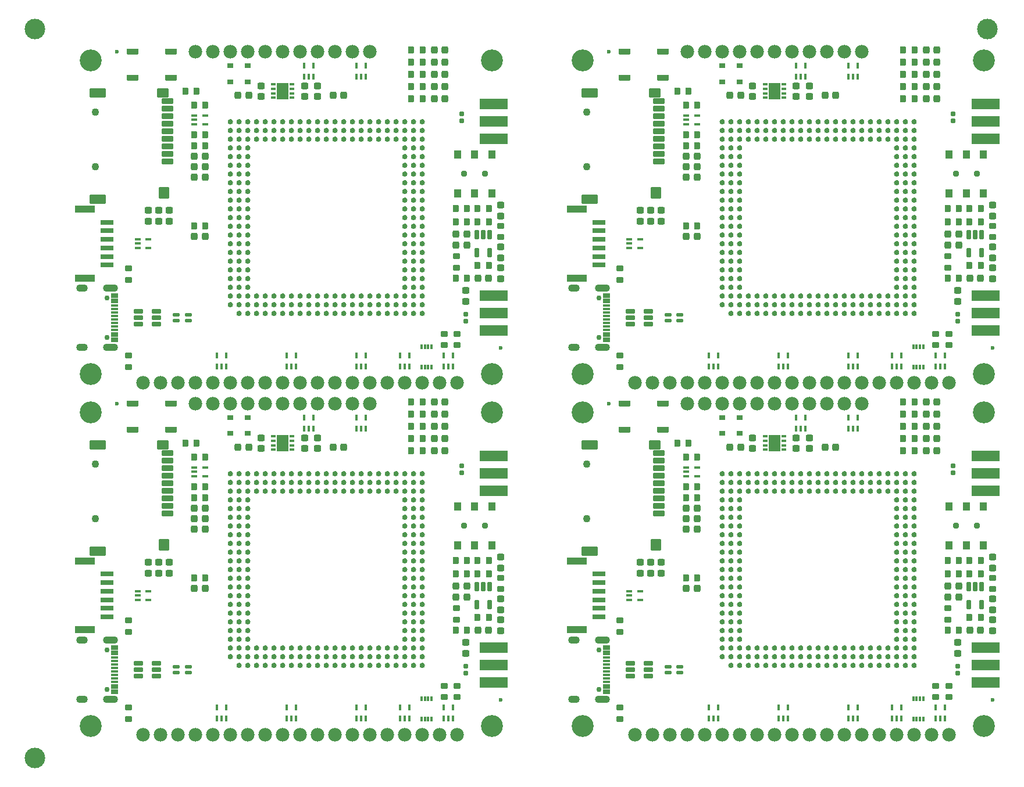
<source format=gts>
%TF.GenerationSoftware,KiCad,Pcbnew,9.0.0*%
%TF.CreationDate,2025-03-21T07:38:01+00:00*%
%TF.ProjectId,SparkFun_GNSS_mosaic-T_panelized,53706172-6b46-4756-9e5f-474e53535f6d,v01*%
%TF.SameCoordinates,Original*%
%TF.FileFunction,Soldermask,Top*%
%TF.FilePolarity,Negative*%
%FSLAX46Y46*%
G04 Gerber Fmt 4.6, Leading zero omitted, Abs format (unit mm)*
G04 Created by KiCad (PCBNEW 9.0.0) date 2025-03-21 07:38:01*
%MOMM*%
%LPD*%
G01*
G04 APERTURE LIST*
G04 Aperture macros list*
%AMRoundRect*
0 Rectangle with rounded corners*
0 $1 Rounding radius*
0 $2 $3 $4 $5 $6 $7 $8 $9 X,Y pos of 4 corners*
0 Add a 4 corners polygon primitive as box body*
4,1,4,$2,$3,$4,$5,$6,$7,$8,$9,$2,$3,0*
0 Add four circle primitives for the rounded corners*
1,1,$1+$1,$2,$3*
1,1,$1+$1,$4,$5*
1,1,$1+$1,$6,$7*
1,1,$1+$1,$8,$9*
0 Add four rect primitives between the rounded corners*
20,1,$1+$1,$2,$3,$4,$5,0*
20,1,$1+$1,$4,$5,$6,$7,0*
20,1,$1+$1,$6,$7,$8,$9,0*
20,1,$1+$1,$8,$9,$2,$3,0*%
G04 Aperture macros list end*
%ADD10C,0.000000*%
%ADD11C,3.000000*%
%ADD12RoundRect,0.040000X-0.160000X0.285000X-0.160000X-0.285000X0.160000X-0.285000X0.160000X0.285000X0*%
%ADD13RoundRect,0.050000X-0.150000X-0.350000X0.150000X-0.350000X0.150000X0.350000X-0.150000X0.350000X0*%
%ADD14RoundRect,0.050000X-0.600000X0.275000X-0.600000X-0.275000X0.600000X-0.275000X0.600000X0.275000X0*%
%ADD15RoundRect,0.250000X0.275000X-0.250000X0.275000X0.250000X-0.275000X0.250000X-0.275000X-0.250000X0*%
%ADD16RoundRect,0.250000X0.250000X0.275000X-0.250000X0.275000X-0.250000X-0.275000X0.250000X-0.275000X0*%
%ADD17RoundRect,0.050000X-0.350000X0.150000X-0.350000X-0.150000X0.350000X-0.150000X0.350000X0.150000X0*%
%ADD18RoundRect,0.225000X0.225000X0.300000X-0.225000X0.300000X-0.225000X-0.300000X0.225000X-0.300000X0*%
%ADD19C,1.979600*%
%ADD20RoundRect,0.050000X0.415000X-0.315000X0.415000X0.315000X-0.415000X0.315000X-0.415000X-0.315000X0*%
%ADD21C,3.200000*%
%ADD22RoundRect,0.225000X-0.225000X-0.300000X0.225000X-0.300000X0.225000X0.300000X-0.225000X0.300000X0*%
%ADD23RoundRect,0.225000X0.300000X-0.225000X0.300000X0.225000X-0.300000X0.225000X-0.300000X-0.225000X0*%
%ADD24C,0.600000*%
%ADD25RoundRect,0.050000X-0.850000X0.300000X-0.850000X-0.300000X0.850000X-0.300000X0.850000X0.300000X0*%
%ADD26RoundRect,0.050000X-1.350000X0.500000X-1.350000X-0.500000X1.350000X-0.500000X1.350000X0.500000X0*%
%ADD27RoundRect,0.165000X-0.195000X0.165000X-0.195000X-0.165000X0.195000X-0.165000X0.195000X0.165000X0*%
%ADD28RoundRect,0.050000X-2.000000X0.750000X-2.000000X-0.750000X2.000000X-0.750000X2.000000X0.750000X0*%
%ADD29RoundRect,0.250000X-0.250000X-0.275000X0.250000X-0.275000X0.250000X0.275000X-0.250000X0.275000X0*%
%ADD30RoundRect,0.250000X-0.275000X0.250000X-0.275000X-0.250000X0.275000X-0.250000X0.275000X0.250000X0*%
%ADD31RoundRect,0.243750X0.243750X0.281250X-0.243750X0.281250X-0.243750X-0.281250X0.243750X-0.281250X0*%
%ADD32RoundRect,0.225000X-0.300000X0.225000X-0.300000X-0.225000X0.300000X-0.225000X0.300000X0.225000X0*%
%ADD33C,0.750000*%
%ADD34RoundRect,0.050000X0.500000X-0.150000X0.500000X0.150000X-0.500000X0.150000X-0.500000X-0.150000X0*%
%ADD35RoundRect,0.050000X-0.500000X0.150000X-0.500000X-0.150000X0.500000X-0.150000X0.500000X0.150000X0*%
%ADD36RoundRect,0.050000X0.500000X-0.300000X0.500000X0.300000X-0.500000X0.300000X-0.500000X-0.300000X0*%
%ADD37RoundRect,0.050000X-0.500000X0.300000X-0.500000X-0.300000X0.500000X-0.300000X0.500000X0.300000X0*%
%ADD38O,1.700000X1.100000*%
%ADD39O,2.200000X1.100000*%
%ADD40C,0.950000*%
%ADD41RoundRect,0.050000X0.500000X0.575000X-0.500000X0.575000X-0.500000X-0.575000X0.500000X-0.575000X0*%
%ADD42RoundRect,0.050000X0.275000X0.600000X-0.275000X0.600000X-0.275000X-0.600000X0.275000X-0.600000X0*%
%ADD43RoundRect,0.050000X0.762000X-0.381000X0.762000X0.381000X-0.762000X0.381000X-0.762000X-0.381000X0*%
%ADD44RoundRect,0.050000X-0.450000X-0.200000X0.450000X-0.200000X0.450000X0.200000X-0.450000X0.200000X0*%
%ADD45RoundRect,0.050000X0.325000X-0.150000X0.325000X0.150000X-0.325000X0.150000X-0.325000X-0.150000X0*%
%ADD46RoundRect,0.050000X-0.325000X0.150000X-0.325000X-0.150000X0.325000X-0.150000X0.325000X0.150000X0*%
%ADD47RoundRect,0.050000X0.800000X-1.175000X0.800000X1.175000X-0.800000X1.175000X-0.800000X-1.175000X0*%
%ADD48C,1.100000*%
%ADD49RoundRect,0.050000X-0.800000X-0.350000X0.800000X-0.350000X0.800000X0.350000X-0.800000X0.350000X0*%
%ADD50RoundRect,0.050000X-0.800000X0.600000X-0.800000X-0.600000X0.800000X-0.600000X0.800000X0.600000X0*%
%ADD51RoundRect,0.050000X-1.100000X0.600000X-1.100000X-0.600000X1.100000X-0.600000X1.100000X0.600000X0*%
%ADD52RoundRect,0.050000X-0.700000X0.800000X-0.700000X-0.800000X0.700000X-0.800000X0.700000X0.800000X0*%
%ADD53RoundRect,0.165000X0.195000X-0.165000X0.195000X0.165000X-0.195000X0.165000X-0.195000X-0.165000X0*%
G04 APERTURE END LIST*
D10*
%TO.C,U1*%
G36*
X22977784Y39732503D02*
G01*
X23084039Y39678364D01*
X23168364Y39594039D01*
X23222503Y39487784D01*
X23241158Y39370000D01*
X23222503Y39252216D01*
X23168364Y39145961D01*
X23083305Y39060903D01*
X22861025Y38988679D01*
X22742216Y39007497D01*
X22635961Y39061636D01*
X22551636Y39145961D01*
X22497497Y39252216D01*
X22478842Y39370000D01*
X22497497Y39487784D01*
X22551636Y39594039D01*
X22636695Y39679097D01*
X22858975Y39751321D01*
X22977784Y39732503D01*
G37*
G36*
X22977784Y38462503D02*
G01*
X23084039Y38408364D01*
X23168364Y38324039D01*
X23222503Y38217784D01*
X23241158Y38100000D01*
X23222503Y37982216D01*
X23168364Y37875961D01*
X23083305Y37790903D01*
X22861025Y37718679D01*
X22742216Y37737497D01*
X22635961Y37791636D01*
X22551636Y37875961D01*
X22497497Y37982216D01*
X22478842Y38100000D01*
X22497497Y38217784D01*
X22551636Y38324039D01*
X22636695Y38409097D01*
X22858975Y38481321D01*
X22977784Y38462503D01*
G37*
G36*
X22977784Y37192503D02*
G01*
X23084039Y37138364D01*
X23168364Y37054039D01*
X23222503Y36947784D01*
X23241158Y36830000D01*
X23222503Y36712216D01*
X23168364Y36605961D01*
X23083305Y36520903D01*
X22861025Y36448679D01*
X22742216Y36467497D01*
X22635961Y36521636D01*
X22551636Y36605961D01*
X22497497Y36712216D01*
X22478842Y36830000D01*
X22497497Y36947784D01*
X22551636Y37054039D01*
X22636695Y37139097D01*
X22858975Y37211321D01*
X22977784Y37192503D01*
G37*
G36*
X22977784Y35922503D02*
G01*
X23084039Y35868364D01*
X23168364Y35784039D01*
X23222503Y35677784D01*
X23241158Y35560000D01*
X23222503Y35442216D01*
X23168364Y35335961D01*
X23083305Y35250903D01*
X22861025Y35178679D01*
X22742216Y35197497D01*
X22635961Y35251636D01*
X22551636Y35335961D01*
X22497497Y35442216D01*
X22478842Y35560000D01*
X22497497Y35677784D01*
X22551636Y35784039D01*
X22636695Y35869097D01*
X22858975Y35941321D01*
X22977784Y35922503D01*
G37*
G36*
X22977784Y34652503D02*
G01*
X23084039Y34598364D01*
X23168364Y34514039D01*
X23222503Y34407784D01*
X23241158Y34290000D01*
X23222503Y34172216D01*
X23168364Y34065961D01*
X23083305Y33980903D01*
X22861025Y33908679D01*
X22742216Y33927497D01*
X22635961Y33981636D01*
X22551636Y34065961D01*
X22497497Y34172216D01*
X22478842Y34290000D01*
X22497497Y34407784D01*
X22551636Y34514039D01*
X22636695Y34599097D01*
X22858975Y34671321D01*
X22977784Y34652503D01*
G37*
G36*
X22977784Y33382503D02*
G01*
X23084039Y33328364D01*
X23168364Y33244039D01*
X23222503Y33137784D01*
X23241158Y33020000D01*
X23222503Y32902216D01*
X23168364Y32795961D01*
X23083305Y32710903D01*
X22861025Y32638679D01*
X22742216Y32657497D01*
X22635961Y32711636D01*
X22551636Y32795961D01*
X22497497Y32902216D01*
X22478842Y33020000D01*
X22497497Y33137784D01*
X22551636Y33244039D01*
X22636695Y33329097D01*
X22858975Y33401321D01*
X22977784Y33382503D01*
G37*
G36*
X22977784Y32112503D02*
G01*
X23084039Y32058364D01*
X23168364Y31974039D01*
X23222503Y31867784D01*
X23241158Y31750000D01*
X23222503Y31632216D01*
X23168364Y31525961D01*
X23083305Y31440903D01*
X22861025Y31368679D01*
X22742216Y31387497D01*
X22635961Y31441636D01*
X22551636Y31525961D01*
X22497497Y31632216D01*
X22478842Y31750000D01*
X22497497Y31867784D01*
X22551636Y31974039D01*
X22636695Y32059097D01*
X22858975Y32131321D01*
X22977784Y32112503D01*
G37*
G36*
X22977784Y30842503D02*
G01*
X23084039Y30788364D01*
X23168364Y30704039D01*
X23222503Y30597784D01*
X23241158Y30480000D01*
X23222503Y30362216D01*
X23168364Y30255961D01*
X23083305Y30170903D01*
X22861025Y30098679D01*
X22742216Y30117497D01*
X22635961Y30171636D01*
X22551636Y30255961D01*
X22497497Y30362216D01*
X22478842Y30480000D01*
X22497497Y30597784D01*
X22551636Y30704039D01*
X22636695Y30789097D01*
X22858975Y30861321D01*
X22977784Y30842503D01*
G37*
G36*
X22977784Y29572503D02*
G01*
X23084039Y29518364D01*
X23168364Y29434039D01*
X23222503Y29327784D01*
X23241158Y29210000D01*
X23222503Y29092216D01*
X23168364Y28985961D01*
X23083305Y28900903D01*
X22861025Y28828679D01*
X22742216Y28847497D01*
X22635961Y28901636D01*
X22551636Y28985961D01*
X22497497Y29092216D01*
X22478842Y29210000D01*
X22497497Y29327784D01*
X22551636Y29434039D01*
X22636695Y29519097D01*
X22858975Y29591321D01*
X22977784Y29572503D01*
G37*
G36*
X22977784Y28302503D02*
G01*
X23084039Y28248364D01*
X23168364Y28164039D01*
X23222503Y28057784D01*
X23241158Y27940000D01*
X23222503Y27822216D01*
X23168364Y27715961D01*
X23083305Y27630903D01*
X22861025Y27558679D01*
X22742216Y27577497D01*
X22635961Y27631636D01*
X22551636Y27715961D01*
X22497497Y27822216D01*
X22478842Y27940000D01*
X22497497Y28057784D01*
X22551636Y28164039D01*
X22636695Y28249097D01*
X22858975Y28321321D01*
X22977784Y28302503D01*
G37*
G36*
X22977784Y27032503D02*
G01*
X23084039Y26978364D01*
X23168364Y26894039D01*
X23222503Y26787784D01*
X23241158Y26670000D01*
X23222503Y26552216D01*
X23168364Y26445961D01*
X23083305Y26360903D01*
X22861025Y26288679D01*
X22742216Y26307497D01*
X22635961Y26361636D01*
X22551636Y26445961D01*
X22497497Y26552216D01*
X22478842Y26670000D01*
X22497497Y26787784D01*
X22551636Y26894039D01*
X22636695Y26979097D01*
X22858975Y27051321D01*
X22977784Y27032503D01*
G37*
G36*
X22977784Y25762503D02*
G01*
X23084039Y25708364D01*
X23168364Y25624039D01*
X23222503Y25517784D01*
X23241158Y25400000D01*
X23222503Y25282216D01*
X23168364Y25175961D01*
X23083305Y25090903D01*
X22861025Y25018679D01*
X22742216Y25037497D01*
X22635961Y25091636D01*
X22551636Y25175961D01*
X22497497Y25282216D01*
X22478842Y25400000D01*
X22497497Y25517784D01*
X22551636Y25624039D01*
X22636695Y25709097D01*
X22858975Y25781321D01*
X22977784Y25762503D01*
G37*
G36*
X22977784Y24492503D02*
G01*
X23084039Y24438364D01*
X23168364Y24354039D01*
X23222503Y24247784D01*
X23241158Y24130000D01*
X23222503Y24012216D01*
X23168364Y23905961D01*
X23083305Y23820903D01*
X22861025Y23748679D01*
X22742216Y23767497D01*
X22635961Y23821636D01*
X22551636Y23905961D01*
X22497497Y24012216D01*
X22478842Y24130000D01*
X22497497Y24247784D01*
X22551636Y24354039D01*
X22636695Y24439097D01*
X22858975Y24511321D01*
X22977784Y24492503D01*
G37*
G36*
X22977784Y23222503D02*
G01*
X23084039Y23168364D01*
X23168364Y23084039D01*
X23222503Y22977784D01*
X23241158Y22860000D01*
X23222503Y22742216D01*
X23168364Y22635961D01*
X23083305Y22550903D01*
X22861025Y22478679D01*
X22742216Y22497497D01*
X22635961Y22551636D01*
X22551636Y22635961D01*
X22497497Y22742216D01*
X22478842Y22860000D01*
X22497497Y22977784D01*
X22551636Y23084039D01*
X22636695Y23169097D01*
X22858975Y23241321D01*
X22977784Y23222503D01*
G37*
G36*
X22977784Y21952503D02*
G01*
X23084039Y21898364D01*
X23168364Y21814039D01*
X23222503Y21707784D01*
X23241158Y21590000D01*
X23222503Y21472216D01*
X23168364Y21365961D01*
X23083305Y21280903D01*
X22861025Y21208679D01*
X22742216Y21227497D01*
X22635961Y21281636D01*
X22551636Y21365961D01*
X22497497Y21472216D01*
X22478842Y21590000D01*
X22497497Y21707784D01*
X22551636Y21814039D01*
X22636695Y21899097D01*
X22858975Y21971321D01*
X22977784Y21952503D01*
G37*
G36*
X22977784Y20682503D02*
G01*
X23084039Y20628364D01*
X23168364Y20544039D01*
X23222503Y20437784D01*
X23241158Y20320000D01*
X23222503Y20202216D01*
X23168364Y20095961D01*
X23083305Y20010903D01*
X22861025Y19938679D01*
X22742216Y19957497D01*
X22635961Y20011636D01*
X22551636Y20095961D01*
X22497497Y20202216D01*
X22478842Y20320000D01*
X22497497Y20437784D01*
X22551636Y20544039D01*
X22636695Y20629097D01*
X22858975Y20701321D01*
X22977784Y20682503D01*
G37*
G36*
X22977784Y19412503D02*
G01*
X23084039Y19358364D01*
X23168364Y19274039D01*
X23222503Y19167784D01*
X23241158Y19050000D01*
X23222503Y18932216D01*
X23168364Y18825961D01*
X23083305Y18740903D01*
X22861025Y18668679D01*
X22742216Y18687497D01*
X22635961Y18741636D01*
X22551636Y18825961D01*
X22497497Y18932216D01*
X22478842Y19050000D01*
X22497497Y19167784D01*
X22551636Y19274039D01*
X22636695Y19359097D01*
X22858975Y19431321D01*
X22977784Y19412503D01*
G37*
G36*
X22977784Y18142503D02*
G01*
X23084039Y18088364D01*
X23168364Y18004039D01*
X23222503Y17897784D01*
X23241158Y17780000D01*
X23222503Y17662216D01*
X23168364Y17555961D01*
X23083305Y17470903D01*
X22861025Y17398679D01*
X22742216Y17417497D01*
X22635961Y17471636D01*
X22551636Y17555961D01*
X22497497Y17662216D01*
X22478842Y17780000D01*
X22497497Y17897784D01*
X22551636Y18004039D01*
X22636695Y18089097D01*
X22858975Y18161321D01*
X22977784Y18142503D01*
G37*
G36*
X22977784Y16872503D02*
G01*
X23084039Y16818364D01*
X23168364Y16734039D01*
X23222503Y16627784D01*
X23241158Y16510000D01*
X23222503Y16392216D01*
X23168364Y16285961D01*
X23083305Y16200903D01*
X22861025Y16128679D01*
X22742216Y16147497D01*
X22635961Y16201636D01*
X22551636Y16285961D01*
X22497497Y16392216D01*
X22478842Y16510000D01*
X22497497Y16627784D01*
X22551636Y16734039D01*
X22636695Y16819097D01*
X22858975Y16891321D01*
X22977784Y16872503D01*
G37*
G36*
X22977784Y15602503D02*
G01*
X23084039Y15548364D01*
X23168364Y15464039D01*
X23222503Y15357784D01*
X23241158Y15240000D01*
X23222503Y15122216D01*
X23168364Y15015961D01*
X23083305Y14930903D01*
X22861025Y14858679D01*
X22742216Y14877497D01*
X22635961Y14931636D01*
X22551636Y15015961D01*
X22497497Y15122216D01*
X22478842Y15240000D01*
X22497497Y15357784D01*
X22551636Y15464039D01*
X22636695Y15549097D01*
X22858975Y15621321D01*
X22977784Y15602503D01*
G37*
G36*
X22977784Y14332503D02*
G01*
X23084039Y14278364D01*
X23168364Y14194039D01*
X23222503Y14087784D01*
X23241158Y13970000D01*
X23222503Y13852216D01*
X23168364Y13745961D01*
X23083305Y13660903D01*
X22861025Y13588679D01*
X22742216Y13607497D01*
X22635961Y13661636D01*
X22551636Y13745961D01*
X22497497Y13852216D01*
X22478842Y13970000D01*
X22497497Y14087784D01*
X22551636Y14194039D01*
X22636695Y14279097D01*
X22858975Y14351321D01*
X22977784Y14332503D01*
G37*
G36*
X22977784Y13062503D02*
G01*
X23084039Y13008364D01*
X23168364Y12924039D01*
X23222503Y12817784D01*
X23241158Y12700000D01*
X23222503Y12582216D01*
X23168364Y12475961D01*
X23083305Y12390903D01*
X22861025Y12318679D01*
X22742216Y12337497D01*
X22635961Y12391636D01*
X22551636Y12475961D01*
X22497497Y12582216D01*
X22478842Y12700000D01*
X22497497Y12817784D01*
X22551636Y12924039D01*
X22636695Y13009097D01*
X22858975Y13081321D01*
X22977784Y13062503D01*
G37*
G36*
X24247784Y39732503D02*
G01*
X24354039Y39678364D01*
X24438364Y39594039D01*
X24492503Y39487784D01*
X24511158Y39370000D01*
X24492503Y39252216D01*
X24438364Y39145961D01*
X24353305Y39060903D01*
X24131025Y38988679D01*
X24012216Y39007497D01*
X23905961Y39061636D01*
X23821636Y39145961D01*
X23767497Y39252216D01*
X23748842Y39370000D01*
X23767497Y39487784D01*
X23821636Y39594039D01*
X23906695Y39679097D01*
X24128975Y39751321D01*
X24247784Y39732503D01*
G37*
G36*
X24247784Y38462503D02*
G01*
X24354039Y38408364D01*
X24438364Y38324039D01*
X24492503Y38217784D01*
X24511158Y38100000D01*
X24492503Y37982216D01*
X24438364Y37875961D01*
X24353305Y37790903D01*
X24131025Y37718679D01*
X24012216Y37737497D01*
X23905961Y37791636D01*
X23821636Y37875961D01*
X23767497Y37982216D01*
X23748842Y38100000D01*
X23767497Y38217784D01*
X23821636Y38324039D01*
X23906695Y38409097D01*
X24128975Y38481321D01*
X24247784Y38462503D01*
G37*
G36*
X24247784Y37192503D02*
G01*
X24354039Y37138364D01*
X24438364Y37054039D01*
X24492503Y36947784D01*
X24511158Y36830000D01*
X24492503Y36712216D01*
X24438364Y36605961D01*
X24353305Y36520903D01*
X24131025Y36448679D01*
X24012216Y36467497D01*
X23905961Y36521636D01*
X23821636Y36605961D01*
X23767497Y36712216D01*
X23748842Y36830000D01*
X23767497Y36947784D01*
X23821636Y37054039D01*
X23906695Y37139097D01*
X24128975Y37211321D01*
X24247784Y37192503D01*
G37*
G36*
X24247784Y35922503D02*
G01*
X24354039Y35868364D01*
X24438364Y35784039D01*
X24492503Y35677784D01*
X24511158Y35560000D01*
X24492503Y35442216D01*
X24438364Y35335961D01*
X24353305Y35250903D01*
X24131025Y35178679D01*
X24012216Y35197497D01*
X23905961Y35251636D01*
X23821636Y35335961D01*
X23767497Y35442216D01*
X23748842Y35560000D01*
X23767497Y35677784D01*
X23821636Y35784039D01*
X23906695Y35869097D01*
X24128975Y35941321D01*
X24247784Y35922503D01*
G37*
G36*
X24247784Y34652503D02*
G01*
X24354039Y34598364D01*
X24438364Y34514039D01*
X24492503Y34407784D01*
X24511158Y34290000D01*
X24492503Y34172216D01*
X24438364Y34065961D01*
X24353305Y33980903D01*
X24131025Y33908679D01*
X24012216Y33927497D01*
X23905961Y33981636D01*
X23821636Y34065961D01*
X23767497Y34172216D01*
X23748842Y34290000D01*
X23767497Y34407784D01*
X23821636Y34514039D01*
X23906695Y34599097D01*
X24128975Y34671321D01*
X24247784Y34652503D01*
G37*
G36*
X24247784Y33382503D02*
G01*
X24354039Y33328364D01*
X24438364Y33244039D01*
X24492503Y33137784D01*
X24511158Y33020000D01*
X24492503Y32902216D01*
X24438364Y32795961D01*
X24353305Y32710903D01*
X24131025Y32638679D01*
X24012216Y32657497D01*
X23905961Y32711636D01*
X23821636Y32795961D01*
X23767497Y32902216D01*
X23748842Y33020000D01*
X23767497Y33137784D01*
X23821636Y33244039D01*
X23906695Y33329097D01*
X24128975Y33401321D01*
X24247784Y33382503D01*
G37*
G36*
X24247784Y32112503D02*
G01*
X24354039Y32058364D01*
X24438364Y31974039D01*
X24492503Y31867784D01*
X24511158Y31750000D01*
X24492503Y31632216D01*
X24438364Y31525961D01*
X24353305Y31440903D01*
X24131025Y31368679D01*
X24012216Y31387497D01*
X23905961Y31441636D01*
X23821636Y31525961D01*
X23767497Y31632216D01*
X23748842Y31750000D01*
X23767497Y31867784D01*
X23821636Y31974039D01*
X23906695Y32059097D01*
X24128975Y32131321D01*
X24247784Y32112503D01*
G37*
G36*
X24247784Y30842503D02*
G01*
X24354039Y30788364D01*
X24438364Y30704039D01*
X24492503Y30597784D01*
X24511158Y30480000D01*
X24492503Y30362216D01*
X24438364Y30255961D01*
X24353305Y30170903D01*
X24131025Y30098679D01*
X24012216Y30117497D01*
X23905961Y30171636D01*
X23821636Y30255961D01*
X23767497Y30362216D01*
X23748842Y30480000D01*
X23767497Y30597784D01*
X23821636Y30704039D01*
X23906695Y30789097D01*
X24128975Y30861321D01*
X24247784Y30842503D01*
G37*
G36*
X24247784Y29572503D02*
G01*
X24354039Y29518364D01*
X24438364Y29434039D01*
X24492503Y29327784D01*
X24511158Y29210000D01*
X24492503Y29092216D01*
X24438364Y28985961D01*
X24353305Y28900903D01*
X24131025Y28828679D01*
X24012216Y28847497D01*
X23905961Y28901636D01*
X23821636Y28985961D01*
X23767497Y29092216D01*
X23748842Y29210000D01*
X23767497Y29327784D01*
X23821636Y29434039D01*
X23906695Y29519097D01*
X24128975Y29591321D01*
X24247784Y29572503D01*
G37*
G36*
X24247784Y28302503D02*
G01*
X24354039Y28248364D01*
X24438364Y28164039D01*
X24492503Y28057784D01*
X24511158Y27940000D01*
X24492503Y27822216D01*
X24438364Y27715961D01*
X24353305Y27630903D01*
X24131025Y27558679D01*
X24012216Y27577497D01*
X23905961Y27631636D01*
X23821636Y27715961D01*
X23767497Y27822216D01*
X23748842Y27940000D01*
X23767497Y28057784D01*
X23821636Y28164039D01*
X23906695Y28249097D01*
X24128975Y28321321D01*
X24247784Y28302503D01*
G37*
G36*
X24247784Y27032503D02*
G01*
X24354039Y26978364D01*
X24438364Y26894039D01*
X24492503Y26787784D01*
X24511158Y26670000D01*
X24492503Y26552216D01*
X24438364Y26445961D01*
X24353305Y26360903D01*
X24131025Y26288679D01*
X24012216Y26307497D01*
X23905961Y26361636D01*
X23821636Y26445961D01*
X23767497Y26552216D01*
X23748842Y26670000D01*
X23767497Y26787784D01*
X23821636Y26894039D01*
X23906695Y26979097D01*
X24128975Y27051321D01*
X24247784Y27032503D01*
G37*
G36*
X24247784Y25762503D02*
G01*
X24354039Y25708364D01*
X24438364Y25624039D01*
X24492503Y25517784D01*
X24511158Y25400000D01*
X24492503Y25282216D01*
X24438364Y25175961D01*
X24353305Y25090903D01*
X24131025Y25018679D01*
X24012216Y25037497D01*
X23905961Y25091636D01*
X23821636Y25175961D01*
X23767497Y25282216D01*
X23748842Y25400000D01*
X23767497Y25517784D01*
X23821636Y25624039D01*
X23906695Y25709097D01*
X24128975Y25781321D01*
X24247784Y25762503D01*
G37*
G36*
X24247784Y24492503D02*
G01*
X24354039Y24438364D01*
X24438364Y24354039D01*
X24492503Y24247784D01*
X24511158Y24130000D01*
X24492503Y24012216D01*
X24438364Y23905961D01*
X24353305Y23820903D01*
X24131025Y23748679D01*
X24012216Y23767497D01*
X23905961Y23821636D01*
X23821636Y23905961D01*
X23767497Y24012216D01*
X23748842Y24130000D01*
X23767497Y24247784D01*
X23821636Y24354039D01*
X23906695Y24439097D01*
X24128975Y24511321D01*
X24247784Y24492503D01*
G37*
G36*
X24247784Y23222503D02*
G01*
X24354039Y23168364D01*
X24438364Y23084039D01*
X24492503Y22977784D01*
X24511158Y22860000D01*
X24492503Y22742216D01*
X24438364Y22635961D01*
X24353305Y22550903D01*
X24131025Y22478679D01*
X24012216Y22497497D01*
X23905961Y22551636D01*
X23821636Y22635961D01*
X23767497Y22742216D01*
X23748842Y22860000D01*
X23767497Y22977784D01*
X23821636Y23084039D01*
X23906695Y23169097D01*
X24128975Y23241321D01*
X24247784Y23222503D01*
G37*
G36*
X24247784Y21952503D02*
G01*
X24354039Y21898364D01*
X24438364Y21814039D01*
X24492503Y21707784D01*
X24511158Y21590000D01*
X24492503Y21472216D01*
X24438364Y21365961D01*
X24353305Y21280903D01*
X24131025Y21208679D01*
X24012216Y21227497D01*
X23905961Y21281636D01*
X23821636Y21365961D01*
X23767497Y21472216D01*
X23748842Y21590000D01*
X23767497Y21707784D01*
X23821636Y21814039D01*
X23906695Y21899097D01*
X24128975Y21971321D01*
X24247784Y21952503D01*
G37*
G36*
X24247784Y20682503D02*
G01*
X24354039Y20628364D01*
X24438364Y20544039D01*
X24492503Y20437784D01*
X24511158Y20320000D01*
X24492503Y20202216D01*
X24438364Y20095961D01*
X24353305Y20010903D01*
X24131025Y19938679D01*
X24012216Y19957497D01*
X23905961Y20011636D01*
X23821636Y20095961D01*
X23767497Y20202216D01*
X23748842Y20320000D01*
X23767497Y20437784D01*
X23821636Y20544039D01*
X23906695Y20629097D01*
X24128975Y20701321D01*
X24247784Y20682503D01*
G37*
G36*
X24247784Y19412503D02*
G01*
X24354039Y19358364D01*
X24438364Y19274039D01*
X24492503Y19167784D01*
X24511158Y19050000D01*
X24492503Y18932216D01*
X24438364Y18825961D01*
X24353305Y18740903D01*
X24131025Y18668679D01*
X24012216Y18687497D01*
X23905961Y18741636D01*
X23821636Y18825961D01*
X23767497Y18932216D01*
X23748842Y19050000D01*
X23767497Y19167784D01*
X23821636Y19274039D01*
X23906695Y19359097D01*
X24128975Y19431321D01*
X24247784Y19412503D01*
G37*
G36*
X24247784Y18142503D02*
G01*
X24354039Y18088364D01*
X24438364Y18004039D01*
X24492503Y17897784D01*
X24511158Y17780000D01*
X24492503Y17662216D01*
X24438364Y17555961D01*
X24353305Y17470903D01*
X24131025Y17398679D01*
X24012216Y17417497D01*
X23905961Y17471636D01*
X23821636Y17555961D01*
X23767497Y17662216D01*
X23748842Y17780000D01*
X23767497Y17897784D01*
X23821636Y18004039D01*
X23906695Y18089097D01*
X24128975Y18161321D01*
X24247784Y18142503D01*
G37*
G36*
X24247784Y16872503D02*
G01*
X24354039Y16818364D01*
X24438364Y16734039D01*
X24492503Y16627784D01*
X24511158Y16510000D01*
X24492503Y16392216D01*
X24438364Y16285961D01*
X24353305Y16200903D01*
X24131025Y16128679D01*
X24012216Y16147497D01*
X23905961Y16201636D01*
X23821636Y16285961D01*
X23767497Y16392216D01*
X23748842Y16510000D01*
X23767497Y16627784D01*
X23821636Y16734039D01*
X23906695Y16819097D01*
X24128975Y16891321D01*
X24247784Y16872503D01*
G37*
G36*
X24247784Y15602503D02*
G01*
X24354039Y15548364D01*
X24438364Y15464039D01*
X24492503Y15357784D01*
X24511158Y15240000D01*
X24492503Y15122216D01*
X24438364Y15015961D01*
X24353305Y14930903D01*
X24131025Y14858679D01*
X24012216Y14877497D01*
X23905961Y14931636D01*
X23821636Y15015961D01*
X23767497Y15122216D01*
X23748842Y15240000D01*
X23767497Y15357784D01*
X23821636Y15464039D01*
X23906695Y15549097D01*
X24128975Y15621321D01*
X24247784Y15602503D01*
G37*
G36*
X24247784Y14332503D02*
G01*
X24354039Y14278364D01*
X24438364Y14194039D01*
X24492503Y14087784D01*
X24511158Y13970000D01*
X24492503Y13852216D01*
X24438364Y13745961D01*
X24353305Y13660903D01*
X24131025Y13588679D01*
X24012216Y13607497D01*
X23905961Y13661636D01*
X23821636Y13745961D01*
X23767497Y13852216D01*
X23748842Y13970000D01*
X23767497Y14087784D01*
X23821636Y14194039D01*
X23906695Y14279097D01*
X24128975Y14351321D01*
X24247784Y14332503D01*
G37*
G36*
X24247784Y13062503D02*
G01*
X24354039Y13008364D01*
X24438364Y12924039D01*
X24492503Y12817784D01*
X24511158Y12700000D01*
X24492503Y12582216D01*
X24438364Y12475961D01*
X24353305Y12390903D01*
X24131025Y12318679D01*
X24012216Y12337497D01*
X23905961Y12391636D01*
X23821636Y12475961D01*
X23767497Y12582216D01*
X23748842Y12700000D01*
X23767497Y12817784D01*
X23821636Y12924039D01*
X23906695Y13009097D01*
X24128975Y13081321D01*
X24247784Y13062503D01*
G37*
G36*
X24247784Y11792503D02*
G01*
X24354039Y11738364D01*
X24438364Y11654039D01*
X24492503Y11547784D01*
X24511158Y11430000D01*
X24492503Y11312216D01*
X24438364Y11205961D01*
X24353305Y11120903D01*
X24131025Y11048679D01*
X24012216Y11067497D01*
X23905961Y11121636D01*
X23821636Y11205961D01*
X23767497Y11312216D01*
X23748842Y11430000D01*
X23767497Y11547784D01*
X23821636Y11654039D01*
X23906695Y11739097D01*
X24128975Y11811321D01*
X24247784Y11792503D01*
G37*
G36*
X25517784Y39732503D02*
G01*
X25624039Y39678364D01*
X25708364Y39594039D01*
X25762503Y39487784D01*
X25781158Y39370000D01*
X25762503Y39252216D01*
X25708364Y39145961D01*
X25623305Y39060903D01*
X25401025Y38988679D01*
X25282216Y39007497D01*
X25175961Y39061636D01*
X25091636Y39145961D01*
X25037497Y39252216D01*
X25018842Y39370000D01*
X25037497Y39487784D01*
X25091636Y39594039D01*
X25176695Y39679097D01*
X25398975Y39751321D01*
X25517784Y39732503D01*
G37*
G36*
X25517784Y38462503D02*
G01*
X25624039Y38408364D01*
X25708364Y38324039D01*
X25762503Y38217784D01*
X25781158Y38100000D01*
X25762503Y37982216D01*
X25708364Y37875961D01*
X25623305Y37790903D01*
X25401025Y37718679D01*
X25282216Y37737497D01*
X25175961Y37791636D01*
X25091636Y37875961D01*
X25037497Y37982216D01*
X25018842Y38100000D01*
X25037497Y38217784D01*
X25091636Y38324039D01*
X25176695Y38409097D01*
X25398975Y38481321D01*
X25517784Y38462503D01*
G37*
G36*
X25517784Y37192503D02*
G01*
X25624039Y37138364D01*
X25708364Y37054039D01*
X25762503Y36947784D01*
X25781158Y36830000D01*
X25762503Y36712216D01*
X25708364Y36605961D01*
X25623305Y36520903D01*
X25401025Y36448679D01*
X25282216Y36467497D01*
X25175961Y36521636D01*
X25091636Y36605961D01*
X25037497Y36712216D01*
X25018842Y36830000D01*
X25037497Y36947784D01*
X25091636Y37054039D01*
X25176695Y37139097D01*
X25398975Y37211321D01*
X25517784Y37192503D01*
G37*
G36*
X25517784Y35922503D02*
G01*
X25624039Y35868364D01*
X25708364Y35784039D01*
X25762503Y35677784D01*
X25781158Y35560000D01*
X25762503Y35442216D01*
X25708364Y35335961D01*
X25623305Y35250903D01*
X25401025Y35178679D01*
X25282216Y35197497D01*
X25175961Y35251636D01*
X25091636Y35335961D01*
X25037497Y35442216D01*
X25018842Y35560000D01*
X25037497Y35677784D01*
X25091636Y35784039D01*
X25176695Y35869097D01*
X25398975Y35941321D01*
X25517784Y35922503D01*
G37*
G36*
X25517784Y34652503D02*
G01*
X25624039Y34598364D01*
X25708364Y34514039D01*
X25762503Y34407784D01*
X25781158Y34290000D01*
X25762503Y34172216D01*
X25708364Y34065961D01*
X25623305Y33980903D01*
X25401025Y33908679D01*
X25282216Y33927497D01*
X25175961Y33981636D01*
X25091636Y34065961D01*
X25037497Y34172216D01*
X25018842Y34290000D01*
X25037497Y34407784D01*
X25091636Y34514039D01*
X25176695Y34599097D01*
X25398975Y34671321D01*
X25517784Y34652503D01*
G37*
G36*
X25517784Y33382503D02*
G01*
X25624039Y33328364D01*
X25708364Y33244039D01*
X25762503Y33137784D01*
X25781158Y33020000D01*
X25762503Y32902216D01*
X25708364Y32795961D01*
X25623305Y32710903D01*
X25401025Y32638679D01*
X25282216Y32657497D01*
X25175961Y32711636D01*
X25091636Y32795961D01*
X25037497Y32902216D01*
X25018842Y33020000D01*
X25037497Y33137784D01*
X25091636Y33244039D01*
X25176695Y33329097D01*
X25398975Y33401321D01*
X25517784Y33382503D01*
G37*
G36*
X25517784Y32112503D02*
G01*
X25624039Y32058364D01*
X25708364Y31974039D01*
X25762503Y31867784D01*
X25781158Y31750000D01*
X25762503Y31632216D01*
X25708364Y31525961D01*
X25623305Y31440903D01*
X25401025Y31368679D01*
X25282216Y31387497D01*
X25175961Y31441636D01*
X25091636Y31525961D01*
X25037497Y31632216D01*
X25018842Y31750000D01*
X25037497Y31867784D01*
X25091636Y31974039D01*
X25176695Y32059097D01*
X25398975Y32131321D01*
X25517784Y32112503D01*
G37*
G36*
X25517784Y30842503D02*
G01*
X25624039Y30788364D01*
X25708364Y30704039D01*
X25762503Y30597784D01*
X25781158Y30480000D01*
X25762503Y30362216D01*
X25708364Y30255961D01*
X25623305Y30170903D01*
X25401025Y30098679D01*
X25282216Y30117497D01*
X25175961Y30171636D01*
X25091636Y30255961D01*
X25037497Y30362216D01*
X25018842Y30480000D01*
X25037497Y30597784D01*
X25091636Y30704039D01*
X25176695Y30789097D01*
X25398975Y30861321D01*
X25517784Y30842503D01*
G37*
G36*
X25517784Y29572503D02*
G01*
X25624039Y29518364D01*
X25708364Y29434039D01*
X25762503Y29327784D01*
X25781158Y29210000D01*
X25762503Y29092216D01*
X25708364Y28985961D01*
X25623305Y28900903D01*
X25401025Y28828679D01*
X25282216Y28847497D01*
X25175961Y28901636D01*
X25091636Y28985961D01*
X25037497Y29092216D01*
X25018842Y29210000D01*
X25037497Y29327784D01*
X25091636Y29434039D01*
X25176695Y29519097D01*
X25398975Y29591321D01*
X25517784Y29572503D01*
G37*
G36*
X25517784Y28302503D02*
G01*
X25624039Y28248364D01*
X25708364Y28164039D01*
X25762503Y28057784D01*
X25781158Y27940000D01*
X25762503Y27822216D01*
X25708364Y27715961D01*
X25623305Y27630903D01*
X25401025Y27558679D01*
X25282216Y27577497D01*
X25175961Y27631636D01*
X25091636Y27715961D01*
X25037497Y27822216D01*
X25018842Y27940000D01*
X25037497Y28057784D01*
X25091636Y28164039D01*
X25176695Y28249097D01*
X25398975Y28321321D01*
X25517784Y28302503D01*
G37*
G36*
X25517784Y27032503D02*
G01*
X25624039Y26978364D01*
X25708364Y26894039D01*
X25762503Y26787784D01*
X25781158Y26670000D01*
X25762503Y26552216D01*
X25708364Y26445961D01*
X25623305Y26360903D01*
X25401025Y26288679D01*
X25282216Y26307497D01*
X25175961Y26361636D01*
X25091636Y26445961D01*
X25037497Y26552216D01*
X25018842Y26670000D01*
X25037497Y26787784D01*
X25091636Y26894039D01*
X25176695Y26979097D01*
X25398975Y27051321D01*
X25517784Y27032503D01*
G37*
G36*
X25517784Y25762503D02*
G01*
X25624039Y25708364D01*
X25708364Y25624039D01*
X25762503Y25517784D01*
X25781158Y25400000D01*
X25762503Y25282216D01*
X25708364Y25175961D01*
X25623305Y25090903D01*
X25401025Y25018679D01*
X25282216Y25037497D01*
X25175961Y25091636D01*
X25091636Y25175961D01*
X25037497Y25282216D01*
X25018842Y25400000D01*
X25037497Y25517784D01*
X25091636Y25624039D01*
X25176695Y25709097D01*
X25398975Y25781321D01*
X25517784Y25762503D01*
G37*
G36*
X25517784Y24492503D02*
G01*
X25624039Y24438364D01*
X25708364Y24354039D01*
X25762503Y24247784D01*
X25781158Y24130000D01*
X25762503Y24012216D01*
X25708364Y23905961D01*
X25623305Y23820903D01*
X25401025Y23748679D01*
X25282216Y23767497D01*
X25175961Y23821636D01*
X25091636Y23905961D01*
X25037497Y24012216D01*
X25018842Y24130000D01*
X25037497Y24247784D01*
X25091636Y24354039D01*
X25176695Y24439097D01*
X25398975Y24511321D01*
X25517784Y24492503D01*
G37*
G36*
X25517784Y23222503D02*
G01*
X25624039Y23168364D01*
X25708364Y23084039D01*
X25762503Y22977784D01*
X25781158Y22860000D01*
X25762503Y22742216D01*
X25708364Y22635961D01*
X25623305Y22550903D01*
X25401025Y22478679D01*
X25282216Y22497497D01*
X25175961Y22551636D01*
X25091636Y22635961D01*
X25037497Y22742216D01*
X25018842Y22860000D01*
X25037497Y22977784D01*
X25091636Y23084039D01*
X25176695Y23169097D01*
X25398975Y23241321D01*
X25517784Y23222503D01*
G37*
G36*
X25517784Y21952503D02*
G01*
X25624039Y21898364D01*
X25708364Y21814039D01*
X25762503Y21707784D01*
X25781158Y21590000D01*
X25762503Y21472216D01*
X25708364Y21365961D01*
X25623305Y21280903D01*
X25401025Y21208679D01*
X25282216Y21227497D01*
X25175961Y21281636D01*
X25091636Y21365961D01*
X25037497Y21472216D01*
X25018842Y21590000D01*
X25037497Y21707784D01*
X25091636Y21814039D01*
X25176695Y21899097D01*
X25398975Y21971321D01*
X25517784Y21952503D01*
G37*
G36*
X25517784Y20682503D02*
G01*
X25624039Y20628364D01*
X25708364Y20544039D01*
X25762503Y20437784D01*
X25781158Y20320000D01*
X25762503Y20202216D01*
X25708364Y20095961D01*
X25623305Y20010903D01*
X25401025Y19938679D01*
X25282216Y19957497D01*
X25175961Y20011636D01*
X25091636Y20095961D01*
X25037497Y20202216D01*
X25018842Y20320000D01*
X25037497Y20437784D01*
X25091636Y20544039D01*
X25176695Y20629097D01*
X25398975Y20701321D01*
X25517784Y20682503D01*
G37*
G36*
X25517784Y19412503D02*
G01*
X25624039Y19358364D01*
X25708364Y19274039D01*
X25762503Y19167784D01*
X25781158Y19050000D01*
X25762503Y18932216D01*
X25708364Y18825961D01*
X25623305Y18740903D01*
X25401025Y18668679D01*
X25282216Y18687497D01*
X25175961Y18741636D01*
X25091636Y18825961D01*
X25037497Y18932216D01*
X25018842Y19050000D01*
X25037497Y19167784D01*
X25091636Y19274039D01*
X25176695Y19359097D01*
X25398975Y19431321D01*
X25517784Y19412503D01*
G37*
G36*
X25517784Y18142503D02*
G01*
X25624039Y18088364D01*
X25708364Y18004039D01*
X25762503Y17897784D01*
X25781158Y17780000D01*
X25762503Y17662216D01*
X25708364Y17555961D01*
X25623305Y17470903D01*
X25401025Y17398679D01*
X25282216Y17417497D01*
X25175961Y17471636D01*
X25091636Y17555961D01*
X25037497Y17662216D01*
X25018842Y17780000D01*
X25037497Y17897784D01*
X25091636Y18004039D01*
X25176695Y18089097D01*
X25398975Y18161321D01*
X25517784Y18142503D01*
G37*
G36*
X25517784Y16872503D02*
G01*
X25624039Y16818364D01*
X25708364Y16734039D01*
X25762503Y16627784D01*
X25781158Y16510000D01*
X25762503Y16392216D01*
X25708364Y16285961D01*
X25623305Y16200903D01*
X25401025Y16128679D01*
X25282216Y16147497D01*
X25175961Y16201636D01*
X25091636Y16285961D01*
X25037497Y16392216D01*
X25018842Y16510000D01*
X25037497Y16627784D01*
X25091636Y16734039D01*
X25176695Y16819097D01*
X25398975Y16891321D01*
X25517784Y16872503D01*
G37*
G36*
X25517784Y15602503D02*
G01*
X25624039Y15548364D01*
X25708364Y15464039D01*
X25762503Y15357784D01*
X25781158Y15240000D01*
X25762503Y15122216D01*
X25708364Y15015961D01*
X25623305Y14930903D01*
X25401025Y14858679D01*
X25282216Y14877497D01*
X25175961Y14931636D01*
X25091636Y15015961D01*
X25037497Y15122216D01*
X25018842Y15240000D01*
X25037497Y15357784D01*
X25091636Y15464039D01*
X25176695Y15549097D01*
X25398975Y15621321D01*
X25517784Y15602503D01*
G37*
G36*
X25517784Y14332503D02*
G01*
X25624039Y14278364D01*
X25708364Y14194039D01*
X25762503Y14087784D01*
X25781158Y13970000D01*
X25762503Y13852216D01*
X25708364Y13745961D01*
X25623305Y13660903D01*
X25401025Y13588679D01*
X25282216Y13607497D01*
X25175961Y13661636D01*
X25091636Y13745961D01*
X25037497Y13852216D01*
X25018842Y13970000D01*
X25037497Y14087784D01*
X25091636Y14194039D01*
X25176695Y14279097D01*
X25398975Y14351321D01*
X25517784Y14332503D01*
G37*
G36*
X25517784Y13062503D02*
G01*
X25624039Y13008364D01*
X25708364Y12924039D01*
X25762503Y12817784D01*
X25781158Y12700000D01*
X25762503Y12582216D01*
X25708364Y12475961D01*
X25623305Y12390903D01*
X25401025Y12318679D01*
X25282216Y12337497D01*
X25175961Y12391636D01*
X25091636Y12475961D01*
X25037497Y12582216D01*
X25018842Y12700000D01*
X25037497Y12817784D01*
X25091636Y12924039D01*
X25176695Y13009097D01*
X25398975Y13081321D01*
X25517784Y13062503D01*
G37*
G36*
X25517784Y11792503D02*
G01*
X25624039Y11738364D01*
X25708364Y11654039D01*
X25762503Y11547784D01*
X25781158Y11430000D01*
X25762503Y11312216D01*
X25708364Y11205961D01*
X25623305Y11120903D01*
X25401025Y11048679D01*
X25282216Y11067497D01*
X25175961Y11121636D01*
X25091636Y11205961D01*
X25037497Y11312216D01*
X25018842Y11430000D01*
X25037497Y11547784D01*
X25091636Y11654039D01*
X25176695Y11739097D01*
X25398975Y11811321D01*
X25517784Y11792503D01*
G37*
G36*
X26787784Y39732503D02*
G01*
X26894039Y39678364D01*
X26978364Y39594039D01*
X27032503Y39487784D01*
X27051158Y39370000D01*
X27032503Y39252216D01*
X26978364Y39145961D01*
X26893305Y39060903D01*
X26671025Y38988679D01*
X26552216Y39007497D01*
X26445961Y39061636D01*
X26361636Y39145961D01*
X26307497Y39252216D01*
X26288842Y39370000D01*
X26307497Y39487784D01*
X26361636Y39594039D01*
X26446695Y39679097D01*
X26668975Y39751321D01*
X26787784Y39732503D01*
G37*
G36*
X26787784Y38462503D02*
G01*
X26894039Y38408364D01*
X26978364Y38324039D01*
X27032503Y38217784D01*
X27051158Y38100000D01*
X27032503Y37982216D01*
X26978364Y37875961D01*
X26893305Y37790903D01*
X26671025Y37718679D01*
X26552216Y37737497D01*
X26445961Y37791636D01*
X26361636Y37875961D01*
X26307497Y37982216D01*
X26288842Y38100000D01*
X26307497Y38217784D01*
X26361636Y38324039D01*
X26446695Y38409097D01*
X26668975Y38481321D01*
X26787784Y38462503D01*
G37*
G36*
X26787784Y37192503D02*
G01*
X26894039Y37138364D01*
X26978364Y37054039D01*
X27032503Y36947784D01*
X27051158Y36830000D01*
X27032503Y36712216D01*
X26978364Y36605961D01*
X26893305Y36520903D01*
X26671025Y36448679D01*
X26552216Y36467497D01*
X26445961Y36521636D01*
X26361636Y36605961D01*
X26307497Y36712216D01*
X26288842Y36830000D01*
X26307497Y36947784D01*
X26361636Y37054039D01*
X26446695Y37139097D01*
X26668975Y37211321D01*
X26787784Y37192503D01*
G37*
G36*
X26787784Y14332503D02*
G01*
X26894039Y14278364D01*
X26978364Y14194039D01*
X27032503Y14087784D01*
X27051158Y13970000D01*
X27032503Y13852216D01*
X26978364Y13745961D01*
X26893305Y13660903D01*
X26671025Y13588679D01*
X26552216Y13607497D01*
X26445961Y13661636D01*
X26361636Y13745961D01*
X26307497Y13852216D01*
X26288842Y13970000D01*
X26307497Y14087784D01*
X26361636Y14194039D01*
X26446695Y14279097D01*
X26668975Y14351321D01*
X26787784Y14332503D01*
G37*
G36*
X26787784Y13062503D02*
G01*
X26894039Y13008364D01*
X26978364Y12924039D01*
X27032503Y12817784D01*
X27051158Y12700000D01*
X27032503Y12582216D01*
X26978364Y12475961D01*
X26893305Y12390903D01*
X26671025Y12318679D01*
X26552216Y12337497D01*
X26445961Y12391636D01*
X26361636Y12475961D01*
X26307497Y12582216D01*
X26288842Y12700000D01*
X26307497Y12817784D01*
X26361636Y12924039D01*
X26446695Y13009097D01*
X26668975Y13081321D01*
X26787784Y13062503D01*
G37*
G36*
X26787784Y11792503D02*
G01*
X26894039Y11738364D01*
X26978364Y11654039D01*
X27032503Y11547784D01*
X27051158Y11430000D01*
X27032503Y11312216D01*
X26978364Y11205961D01*
X26893305Y11120903D01*
X26671025Y11048679D01*
X26552216Y11067497D01*
X26445961Y11121636D01*
X26361636Y11205961D01*
X26307497Y11312216D01*
X26288842Y11430000D01*
X26307497Y11547784D01*
X26361636Y11654039D01*
X26446695Y11739097D01*
X26668975Y11811321D01*
X26787784Y11792503D01*
G37*
G36*
X28057784Y39732503D02*
G01*
X28164039Y39678364D01*
X28248364Y39594039D01*
X28302503Y39487784D01*
X28321158Y39370000D01*
X28302503Y39252216D01*
X28248364Y39145961D01*
X28163305Y39060903D01*
X27941025Y38988679D01*
X27822216Y39007497D01*
X27715961Y39061636D01*
X27631636Y39145961D01*
X27577497Y39252216D01*
X27558842Y39370000D01*
X27577497Y39487784D01*
X27631636Y39594039D01*
X27716695Y39679097D01*
X27938975Y39751321D01*
X28057784Y39732503D01*
G37*
G36*
X28057784Y38462503D02*
G01*
X28164039Y38408364D01*
X28248364Y38324039D01*
X28302503Y38217784D01*
X28321158Y38100000D01*
X28302503Y37982216D01*
X28248364Y37875961D01*
X28163305Y37790903D01*
X27941025Y37718679D01*
X27822216Y37737497D01*
X27715961Y37791636D01*
X27631636Y37875961D01*
X27577497Y37982216D01*
X27558842Y38100000D01*
X27577497Y38217784D01*
X27631636Y38324039D01*
X27716695Y38409097D01*
X27938975Y38481321D01*
X28057784Y38462503D01*
G37*
G36*
X28057784Y37192503D02*
G01*
X28164039Y37138364D01*
X28248364Y37054039D01*
X28302503Y36947784D01*
X28321158Y36830000D01*
X28302503Y36712216D01*
X28248364Y36605961D01*
X28163305Y36520903D01*
X27941025Y36448679D01*
X27822216Y36467497D01*
X27715961Y36521636D01*
X27631636Y36605961D01*
X27577497Y36712216D01*
X27558842Y36830000D01*
X27577497Y36947784D01*
X27631636Y37054039D01*
X27716695Y37139097D01*
X27938975Y37211321D01*
X28057784Y37192503D01*
G37*
G36*
X28057784Y14332503D02*
G01*
X28164039Y14278364D01*
X28248364Y14194039D01*
X28302503Y14087784D01*
X28321158Y13970000D01*
X28302503Y13852216D01*
X28248364Y13745961D01*
X28163305Y13660903D01*
X27941025Y13588679D01*
X27822216Y13607497D01*
X27715961Y13661636D01*
X27631636Y13745961D01*
X27577497Y13852216D01*
X27558842Y13970000D01*
X27577497Y14087784D01*
X27631636Y14194039D01*
X27716695Y14279097D01*
X27938975Y14351321D01*
X28057784Y14332503D01*
G37*
G36*
X28057784Y13062503D02*
G01*
X28164039Y13008364D01*
X28248364Y12924039D01*
X28302503Y12817784D01*
X28321158Y12700000D01*
X28302503Y12582216D01*
X28248364Y12475961D01*
X28163305Y12390903D01*
X27941025Y12318679D01*
X27822216Y12337497D01*
X27715961Y12391636D01*
X27631636Y12475961D01*
X27577497Y12582216D01*
X27558842Y12700000D01*
X27577497Y12817784D01*
X27631636Y12924039D01*
X27716695Y13009097D01*
X27938975Y13081321D01*
X28057784Y13062503D01*
G37*
G36*
X28057784Y11792503D02*
G01*
X28164039Y11738364D01*
X28248364Y11654039D01*
X28302503Y11547784D01*
X28321158Y11430000D01*
X28302503Y11312216D01*
X28248364Y11205961D01*
X28163305Y11120903D01*
X27941025Y11048679D01*
X27822216Y11067497D01*
X27715961Y11121636D01*
X27631636Y11205961D01*
X27577497Y11312216D01*
X27558842Y11430000D01*
X27577497Y11547784D01*
X27631636Y11654039D01*
X27716695Y11739097D01*
X27938975Y11811321D01*
X28057784Y11792503D01*
G37*
G36*
X29327784Y39732503D02*
G01*
X29434039Y39678364D01*
X29518364Y39594039D01*
X29572503Y39487784D01*
X29591158Y39370000D01*
X29572503Y39252216D01*
X29518364Y39145961D01*
X29433305Y39060903D01*
X29211025Y38988679D01*
X29092216Y39007497D01*
X28985961Y39061636D01*
X28901636Y39145961D01*
X28847497Y39252216D01*
X28828842Y39370000D01*
X28847497Y39487784D01*
X28901636Y39594039D01*
X28986695Y39679097D01*
X29208975Y39751321D01*
X29327784Y39732503D01*
G37*
G36*
X29327784Y38462503D02*
G01*
X29434039Y38408364D01*
X29518364Y38324039D01*
X29572503Y38217784D01*
X29591158Y38100000D01*
X29572503Y37982216D01*
X29518364Y37875961D01*
X29433305Y37790903D01*
X29211025Y37718679D01*
X29092216Y37737497D01*
X28985961Y37791636D01*
X28901636Y37875961D01*
X28847497Y37982216D01*
X28828842Y38100000D01*
X28847497Y38217784D01*
X28901636Y38324039D01*
X28986695Y38409097D01*
X29208975Y38481321D01*
X29327784Y38462503D01*
G37*
G36*
X29327784Y37192503D02*
G01*
X29434039Y37138364D01*
X29518364Y37054039D01*
X29572503Y36947784D01*
X29591158Y36830000D01*
X29572503Y36712216D01*
X29518364Y36605961D01*
X29433305Y36520903D01*
X29211025Y36448679D01*
X29092216Y36467497D01*
X28985961Y36521636D01*
X28901636Y36605961D01*
X28847497Y36712216D01*
X28828842Y36830000D01*
X28847497Y36947784D01*
X28901636Y37054039D01*
X28986695Y37139097D01*
X29208975Y37211321D01*
X29327784Y37192503D01*
G37*
G36*
X29327784Y14332503D02*
G01*
X29434039Y14278364D01*
X29518364Y14194039D01*
X29572503Y14087784D01*
X29591158Y13970000D01*
X29572503Y13852216D01*
X29518364Y13745961D01*
X29433305Y13660903D01*
X29211025Y13588679D01*
X29092216Y13607497D01*
X28985961Y13661636D01*
X28901636Y13745961D01*
X28847497Y13852216D01*
X28828842Y13970000D01*
X28847497Y14087784D01*
X28901636Y14194039D01*
X28986695Y14279097D01*
X29208975Y14351321D01*
X29327784Y14332503D01*
G37*
G36*
X29327784Y13062503D02*
G01*
X29434039Y13008364D01*
X29518364Y12924039D01*
X29572503Y12817784D01*
X29591158Y12700000D01*
X29572503Y12582216D01*
X29518364Y12475961D01*
X29433305Y12390903D01*
X29211025Y12318679D01*
X29092216Y12337497D01*
X28985961Y12391636D01*
X28901636Y12475961D01*
X28847497Y12582216D01*
X28828842Y12700000D01*
X28847497Y12817784D01*
X28901636Y12924039D01*
X28986695Y13009097D01*
X29208975Y13081321D01*
X29327784Y13062503D01*
G37*
G36*
X29327784Y11792503D02*
G01*
X29434039Y11738364D01*
X29518364Y11654039D01*
X29572503Y11547784D01*
X29591158Y11430000D01*
X29572503Y11312216D01*
X29518364Y11205961D01*
X29433305Y11120903D01*
X29211025Y11048679D01*
X29092216Y11067497D01*
X28985961Y11121636D01*
X28901636Y11205961D01*
X28847497Y11312216D01*
X28828842Y11430000D01*
X28847497Y11547784D01*
X28901636Y11654039D01*
X28986695Y11739097D01*
X29208975Y11811321D01*
X29327784Y11792503D01*
G37*
G36*
X30597784Y39732503D02*
G01*
X30704039Y39678364D01*
X30788364Y39594039D01*
X30842503Y39487784D01*
X30861158Y39370000D01*
X30842503Y39252216D01*
X30788364Y39145961D01*
X30703305Y39060903D01*
X30481025Y38988679D01*
X30362216Y39007497D01*
X30255961Y39061636D01*
X30171636Y39145961D01*
X30117497Y39252216D01*
X30098842Y39370000D01*
X30117497Y39487784D01*
X30171636Y39594039D01*
X30256695Y39679097D01*
X30478975Y39751321D01*
X30597784Y39732503D01*
G37*
G36*
X30597784Y38462503D02*
G01*
X30704039Y38408364D01*
X30788364Y38324039D01*
X30842503Y38217784D01*
X30861158Y38100000D01*
X30842503Y37982216D01*
X30788364Y37875961D01*
X30703305Y37790903D01*
X30481025Y37718679D01*
X30362216Y37737497D01*
X30255961Y37791636D01*
X30171636Y37875961D01*
X30117497Y37982216D01*
X30098842Y38100000D01*
X30117497Y38217784D01*
X30171636Y38324039D01*
X30256695Y38409097D01*
X30478975Y38481321D01*
X30597784Y38462503D01*
G37*
G36*
X30597784Y37192503D02*
G01*
X30704039Y37138364D01*
X30788364Y37054039D01*
X30842503Y36947784D01*
X30861158Y36830000D01*
X30842503Y36712216D01*
X30788364Y36605961D01*
X30703305Y36520903D01*
X30481025Y36448679D01*
X30362216Y36467497D01*
X30255961Y36521636D01*
X30171636Y36605961D01*
X30117497Y36712216D01*
X30098842Y36830000D01*
X30117497Y36947784D01*
X30171636Y37054039D01*
X30256695Y37139097D01*
X30478975Y37211321D01*
X30597784Y37192503D01*
G37*
G36*
X30597784Y14332503D02*
G01*
X30704039Y14278364D01*
X30788364Y14194039D01*
X30842503Y14087784D01*
X30861158Y13970000D01*
X30842503Y13852216D01*
X30788364Y13745961D01*
X30703305Y13660903D01*
X30481025Y13588679D01*
X30362216Y13607497D01*
X30255961Y13661636D01*
X30171636Y13745961D01*
X30117497Y13852216D01*
X30098842Y13970000D01*
X30117497Y14087784D01*
X30171636Y14194039D01*
X30256695Y14279097D01*
X30478975Y14351321D01*
X30597784Y14332503D01*
G37*
G36*
X30597784Y13062503D02*
G01*
X30704039Y13008364D01*
X30788364Y12924039D01*
X30842503Y12817784D01*
X30861158Y12700000D01*
X30842503Y12582216D01*
X30788364Y12475961D01*
X30703305Y12390903D01*
X30481025Y12318679D01*
X30362216Y12337497D01*
X30255961Y12391636D01*
X30171636Y12475961D01*
X30117497Y12582216D01*
X30098842Y12700000D01*
X30117497Y12817784D01*
X30171636Y12924039D01*
X30256695Y13009097D01*
X30478975Y13081321D01*
X30597784Y13062503D01*
G37*
G36*
X30597784Y11792503D02*
G01*
X30704039Y11738364D01*
X30788364Y11654039D01*
X30842503Y11547784D01*
X30861158Y11430000D01*
X30842503Y11312216D01*
X30788364Y11205961D01*
X30703305Y11120903D01*
X30481025Y11048679D01*
X30362216Y11067497D01*
X30255961Y11121636D01*
X30171636Y11205961D01*
X30117497Y11312216D01*
X30098842Y11430000D01*
X30117497Y11547784D01*
X30171636Y11654039D01*
X30256695Y11739097D01*
X30478975Y11811321D01*
X30597784Y11792503D01*
G37*
G36*
X31867784Y39732503D02*
G01*
X31974039Y39678364D01*
X32058364Y39594039D01*
X32112503Y39487784D01*
X32131158Y39370000D01*
X32112503Y39252216D01*
X32058364Y39145961D01*
X31973305Y39060903D01*
X31751025Y38988679D01*
X31632216Y39007497D01*
X31525961Y39061636D01*
X31441636Y39145961D01*
X31387497Y39252216D01*
X31368842Y39370000D01*
X31387497Y39487784D01*
X31441636Y39594039D01*
X31526695Y39679097D01*
X31748975Y39751321D01*
X31867784Y39732503D01*
G37*
G36*
X31867784Y38462503D02*
G01*
X31974039Y38408364D01*
X32058364Y38324039D01*
X32112503Y38217784D01*
X32131158Y38100000D01*
X32112503Y37982216D01*
X32058364Y37875961D01*
X31973305Y37790903D01*
X31751025Y37718679D01*
X31632216Y37737497D01*
X31525961Y37791636D01*
X31441636Y37875961D01*
X31387497Y37982216D01*
X31368842Y38100000D01*
X31387497Y38217784D01*
X31441636Y38324039D01*
X31526695Y38409097D01*
X31748975Y38481321D01*
X31867784Y38462503D01*
G37*
G36*
X31867784Y37192503D02*
G01*
X31974039Y37138364D01*
X32058364Y37054039D01*
X32112503Y36947784D01*
X32131158Y36830000D01*
X32112503Y36712216D01*
X32058364Y36605961D01*
X31973305Y36520903D01*
X31751025Y36448679D01*
X31632216Y36467497D01*
X31525961Y36521636D01*
X31441636Y36605961D01*
X31387497Y36712216D01*
X31368842Y36830000D01*
X31387497Y36947784D01*
X31441636Y37054039D01*
X31526695Y37139097D01*
X31748975Y37211321D01*
X31867784Y37192503D01*
G37*
G36*
X31867784Y14332503D02*
G01*
X31974039Y14278364D01*
X32058364Y14194039D01*
X32112503Y14087784D01*
X32131158Y13970000D01*
X32112503Y13852216D01*
X32058364Y13745961D01*
X31973305Y13660903D01*
X31751025Y13588679D01*
X31632216Y13607497D01*
X31525961Y13661636D01*
X31441636Y13745961D01*
X31387497Y13852216D01*
X31368842Y13970000D01*
X31387497Y14087784D01*
X31441636Y14194039D01*
X31526695Y14279097D01*
X31748975Y14351321D01*
X31867784Y14332503D01*
G37*
G36*
X31867784Y13062503D02*
G01*
X31974039Y13008364D01*
X32058364Y12924039D01*
X32112503Y12817784D01*
X32131158Y12700000D01*
X32112503Y12582216D01*
X32058364Y12475961D01*
X31973305Y12390903D01*
X31751025Y12318679D01*
X31632216Y12337497D01*
X31525961Y12391636D01*
X31441636Y12475961D01*
X31387497Y12582216D01*
X31368842Y12700000D01*
X31387497Y12817784D01*
X31441636Y12924039D01*
X31526695Y13009097D01*
X31748975Y13081321D01*
X31867784Y13062503D01*
G37*
G36*
X31867784Y11792503D02*
G01*
X31974039Y11738364D01*
X32058364Y11654039D01*
X32112503Y11547784D01*
X32131158Y11430000D01*
X32112503Y11312216D01*
X32058364Y11205961D01*
X31973305Y11120903D01*
X31751025Y11048679D01*
X31632216Y11067497D01*
X31525961Y11121636D01*
X31441636Y11205961D01*
X31387497Y11312216D01*
X31368842Y11430000D01*
X31387497Y11547784D01*
X31441636Y11654039D01*
X31526695Y11739097D01*
X31748975Y11811321D01*
X31867784Y11792503D01*
G37*
G36*
X33137784Y39732503D02*
G01*
X33244039Y39678364D01*
X33328364Y39594039D01*
X33382503Y39487784D01*
X33401158Y39370000D01*
X33382503Y39252216D01*
X33328364Y39145961D01*
X33243305Y39060903D01*
X33021025Y38988679D01*
X32902216Y39007497D01*
X32795961Y39061636D01*
X32711636Y39145961D01*
X32657497Y39252216D01*
X32638842Y39370000D01*
X32657497Y39487784D01*
X32711636Y39594039D01*
X32796695Y39679097D01*
X33018975Y39751321D01*
X33137784Y39732503D01*
G37*
G36*
X33137784Y38462503D02*
G01*
X33244039Y38408364D01*
X33328364Y38324039D01*
X33382503Y38217784D01*
X33401158Y38100000D01*
X33382503Y37982216D01*
X33328364Y37875961D01*
X33243305Y37790903D01*
X33021025Y37718679D01*
X32902216Y37737497D01*
X32795961Y37791636D01*
X32711636Y37875961D01*
X32657497Y37982216D01*
X32638842Y38100000D01*
X32657497Y38217784D01*
X32711636Y38324039D01*
X32796695Y38409097D01*
X33018975Y38481321D01*
X33137784Y38462503D01*
G37*
G36*
X33137784Y37192503D02*
G01*
X33244039Y37138364D01*
X33328364Y37054039D01*
X33382503Y36947784D01*
X33401158Y36830000D01*
X33382503Y36712216D01*
X33328364Y36605961D01*
X33243305Y36520903D01*
X33021025Y36448679D01*
X32902216Y36467497D01*
X32795961Y36521636D01*
X32711636Y36605961D01*
X32657497Y36712216D01*
X32638842Y36830000D01*
X32657497Y36947784D01*
X32711636Y37054039D01*
X32796695Y37139097D01*
X33018975Y37211321D01*
X33137784Y37192503D01*
G37*
G36*
X33137784Y14332503D02*
G01*
X33244039Y14278364D01*
X33328364Y14194039D01*
X33382503Y14087784D01*
X33401158Y13970000D01*
X33382503Y13852216D01*
X33328364Y13745961D01*
X33243305Y13660903D01*
X33021025Y13588679D01*
X32902216Y13607497D01*
X32795961Y13661636D01*
X32711636Y13745961D01*
X32657497Y13852216D01*
X32638842Y13970000D01*
X32657497Y14087784D01*
X32711636Y14194039D01*
X32796695Y14279097D01*
X33018975Y14351321D01*
X33137784Y14332503D01*
G37*
G36*
X33137784Y13062503D02*
G01*
X33244039Y13008364D01*
X33328364Y12924039D01*
X33382503Y12817784D01*
X33401158Y12700000D01*
X33382503Y12582216D01*
X33328364Y12475961D01*
X33243305Y12390903D01*
X33021025Y12318679D01*
X32902216Y12337497D01*
X32795961Y12391636D01*
X32711636Y12475961D01*
X32657497Y12582216D01*
X32638842Y12700000D01*
X32657497Y12817784D01*
X32711636Y12924039D01*
X32796695Y13009097D01*
X33018975Y13081321D01*
X33137784Y13062503D01*
G37*
G36*
X33137784Y11792503D02*
G01*
X33244039Y11738364D01*
X33328364Y11654039D01*
X33382503Y11547784D01*
X33401158Y11430000D01*
X33382503Y11312216D01*
X33328364Y11205961D01*
X33243305Y11120903D01*
X33021025Y11048679D01*
X32902216Y11067497D01*
X32795961Y11121636D01*
X32711636Y11205961D01*
X32657497Y11312216D01*
X32638842Y11430000D01*
X32657497Y11547784D01*
X32711636Y11654039D01*
X32796695Y11739097D01*
X33018975Y11811321D01*
X33137784Y11792503D01*
G37*
G36*
X34407784Y39732503D02*
G01*
X34514039Y39678364D01*
X34598364Y39594039D01*
X34652503Y39487784D01*
X34671158Y39370000D01*
X34652503Y39252216D01*
X34598364Y39145961D01*
X34513305Y39060903D01*
X34291025Y38988679D01*
X34172216Y39007497D01*
X34065961Y39061636D01*
X33981636Y39145961D01*
X33927497Y39252216D01*
X33908842Y39370000D01*
X33927497Y39487784D01*
X33981636Y39594039D01*
X34066695Y39679097D01*
X34288975Y39751321D01*
X34407784Y39732503D01*
G37*
G36*
X34407784Y38462503D02*
G01*
X34514039Y38408364D01*
X34598364Y38324039D01*
X34652503Y38217784D01*
X34671158Y38100000D01*
X34652503Y37982216D01*
X34598364Y37875961D01*
X34513305Y37790903D01*
X34291025Y37718679D01*
X34172216Y37737497D01*
X34065961Y37791636D01*
X33981636Y37875961D01*
X33927497Y37982216D01*
X33908842Y38100000D01*
X33927497Y38217784D01*
X33981636Y38324039D01*
X34066695Y38409097D01*
X34288975Y38481321D01*
X34407784Y38462503D01*
G37*
G36*
X34407784Y37192503D02*
G01*
X34514039Y37138364D01*
X34598364Y37054039D01*
X34652503Y36947784D01*
X34671158Y36830000D01*
X34652503Y36712216D01*
X34598364Y36605961D01*
X34513305Y36520903D01*
X34291025Y36448679D01*
X34172216Y36467497D01*
X34065961Y36521636D01*
X33981636Y36605961D01*
X33927497Y36712216D01*
X33908842Y36830000D01*
X33927497Y36947784D01*
X33981636Y37054039D01*
X34066695Y37139097D01*
X34288975Y37211321D01*
X34407784Y37192503D01*
G37*
G36*
X34407784Y14332503D02*
G01*
X34514039Y14278364D01*
X34598364Y14194039D01*
X34652503Y14087784D01*
X34671158Y13970000D01*
X34652503Y13852216D01*
X34598364Y13745961D01*
X34513305Y13660903D01*
X34291025Y13588679D01*
X34172216Y13607497D01*
X34065961Y13661636D01*
X33981636Y13745961D01*
X33927497Y13852216D01*
X33908842Y13970000D01*
X33927497Y14087784D01*
X33981636Y14194039D01*
X34066695Y14279097D01*
X34288975Y14351321D01*
X34407784Y14332503D01*
G37*
G36*
X34407784Y13062503D02*
G01*
X34514039Y13008364D01*
X34598364Y12924039D01*
X34652503Y12817784D01*
X34671158Y12700000D01*
X34652503Y12582216D01*
X34598364Y12475961D01*
X34513305Y12390903D01*
X34291025Y12318679D01*
X34172216Y12337497D01*
X34065961Y12391636D01*
X33981636Y12475961D01*
X33927497Y12582216D01*
X33908842Y12700000D01*
X33927497Y12817784D01*
X33981636Y12924039D01*
X34066695Y13009097D01*
X34288975Y13081321D01*
X34407784Y13062503D01*
G37*
G36*
X34407784Y11792503D02*
G01*
X34514039Y11738364D01*
X34598364Y11654039D01*
X34652503Y11547784D01*
X34671158Y11430000D01*
X34652503Y11312216D01*
X34598364Y11205961D01*
X34513305Y11120903D01*
X34291025Y11048679D01*
X34172216Y11067497D01*
X34065961Y11121636D01*
X33981636Y11205961D01*
X33927497Y11312216D01*
X33908842Y11430000D01*
X33927497Y11547784D01*
X33981636Y11654039D01*
X34066695Y11739097D01*
X34288975Y11811321D01*
X34407784Y11792503D01*
G37*
G36*
X35677784Y39732503D02*
G01*
X35784039Y39678364D01*
X35868364Y39594039D01*
X35922503Y39487784D01*
X35941158Y39370000D01*
X35922503Y39252216D01*
X35868364Y39145961D01*
X35783305Y39060903D01*
X35561025Y38988679D01*
X35442216Y39007497D01*
X35335961Y39061636D01*
X35251636Y39145961D01*
X35197497Y39252216D01*
X35178842Y39370000D01*
X35197497Y39487784D01*
X35251636Y39594039D01*
X35336695Y39679097D01*
X35558975Y39751321D01*
X35677784Y39732503D01*
G37*
G36*
X35677784Y38462503D02*
G01*
X35784039Y38408364D01*
X35868364Y38324039D01*
X35922503Y38217784D01*
X35941158Y38100000D01*
X35922503Y37982216D01*
X35868364Y37875961D01*
X35783305Y37790903D01*
X35561025Y37718679D01*
X35442216Y37737497D01*
X35335961Y37791636D01*
X35251636Y37875961D01*
X35197497Y37982216D01*
X35178842Y38100000D01*
X35197497Y38217784D01*
X35251636Y38324039D01*
X35336695Y38409097D01*
X35558975Y38481321D01*
X35677784Y38462503D01*
G37*
G36*
X35677784Y37192503D02*
G01*
X35784039Y37138364D01*
X35868364Y37054039D01*
X35922503Y36947784D01*
X35941158Y36830000D01*
X35922503Y36712216D01*
X35868364Y36605961D01*
X35783305Y36520903D01*
X35561025Y36448679D01*
X35442216Y36467497D01*
X35335961Y36521636D01*
X35251636Y36605961D01*
X35197497Y36712216D01*
X35178842Y36830000D01*
X35197497Y36947784D01*
X35251636Y37054039D01*
X35336695Y37139097D01*
X35558975Y37211321D01*
X35677784Y37192503D01*
G37*
G36*
X35677784Y14332503D02*
G01*
X35784039Y14278364D01*
X35868364Y14194039D01*
X35922503Y14087784D01*
X35941158Y13970000D01*
X35922503Y13852216D01*
X35868364Y13745961D01*
X35783305Y13660903D01*
X35561025Y13588679D01*
X35442216Y13607497D01*
X35335961Y13661636D01*
X35251636Y13745961D01*
X35197497Y13852216D01*
X35178842Y13970000D01*
X35197497Y14087784D01*
X35251636Y14194039D01*
X35336695Y14279097D01*
X35558975Y14351321D01*
X35677784Y14332503D01*
G37*
G36*
X35677784Y13062503D02*
G01*
X35784039Y13008364D01*
X35868364Y12924039D01*
X35922503Y12817784D01*
X35941158Y12700000D01*
X35922503Y12582216D01*
X35868364Y12475961D01*
X35783305Y12390903D01*
X35561025Y12318679D01*
X35442216Y12337497D01*
X35335961Y12391636D01*
X35251636Y12475961D01*
X35197497Y12582216D01*
X35178842Y12700000D01*
X35197497Y12817784D01*
X35251636Y12924039D01*
X35336695Y13009097D01*
X35558975Y13081321D01*
X35677784Y13062503D01*
G37*
G36*
X35677784Y11792503D02*
G01*
X35784039Y11738364D01*
X35868364Y11654039D01*
X35922503Y11547784D01*
X35941158Y11430000D01*
X35922503Y11312216D01*
X35868364Y11205961D01*
X35783305Y11120903D01*
X35561025Y11048679D01*
X35442216Y11067497D01*
X35335961Y11121636D01*
X35251636Y11205961D01*
X35197497Y11312216D01*
X35178842Y11430000D01*
X35197497Y11547784D01*
X35251636Y11654039D01*
X35336695Y11739097D01*
X35558975Y11811321D01*
X35677784Y11792503D01*
G37*
G36*
X36947784Y39732503D02*
G01*
X37054039Y39678364D01*
X37138364Y39594039D01*
X37192503Y39487784D01*
X37211158Y39370000D01*
X37192503Y39252216D01*
X37138364Y39145961D01*
X37053305Y39060903D01*
X36831025Y38988679D01*
X36712216Y39007497D01*
X36605961Y39061636D01*
X36521636Y39145961D01*
X36467497Y39252216D01*
X36448842Y39370000D01*
X36467497Y39487784D01*
X36521636Y39594039D01*
X36606695Y39679097D01*
X36828975Y39751321D01*
X36947784Y39732503D01*
G37*
G36*
X36947784Y38462503D02*
G01*
X37054039Y38408364D01*
X37138364Y38324039D01*
X37192503Y38217784D01*
X37211158Y38100000D01*
X37192503Y37982216D01*
X37138364Y37875961D01*
X37053305Y37790903D01*
X36831025Y37718679D01*
X36712216Y37737497D01*
X36605961Y37791636D01*
X36521636Y37875961D01*
X36467497Y37982216D01*
X36448842Y38100000D01*
X36467497Y38217784D01*
X36521636Y38324039D01*
X36606695Y38409097D01*
X36828975Y38481321D01*
X36947784Y38462503D01*
G37*
G36*
X36947784Y37192503D02*
G01*
X37054039Y37138364D01*
X37138364Y37054039D01*
X37192503Y36947784D01*
X37211158Y36830000D01*
X37192503Y36712216D01*
X37138364Y36605961D01*
X37053305Y36520903D01*
X36831025Y36448679D01*
X36712216Y36467497D01*
X36605961Y36521636D01*
X36521636Y36605961D01*
X36467497Y36712216D01*
X36448842Y36830000D01*
X36467497Y36947784D01*
X36521636Y37054039D01*
X36606695Y37139097D01*
X36828975Y37211321D01*
X36947784Y37192503D01*
G37*
G36*
X36947784Y14332503D02*
G01*
X37054039Y14278364D01*
X37138364Y14194039D01*
X37192503Y14087784D01*
X37211158Y13970000D01*
X37192503Y13852216D01*
X37138364Y13745961D01*
X37053305Y13660903D01*
X36831025Y13588679D01*
X36712216Y13607497D01*
X36605961Y13661636D01*
X36521636Y13745961D01*
X36467497Y13852216D01*
X36448842Y13970000D01*
X36467497Y14087784D01*
X36521636Y14194039D01*
X36606695Y14279097D01*
X36828975Y14351321D01*
X36947784Y14332503D01*
G37*
G36*
X36947784Y13062503D02*
G01*
X37054039Y13008364D01*
X37138364Y12924039D01*
X37192503Y12817784D01*
X37211158Y12700000D01*
X37192503Y12582216D01*
X37138364Y12475961D01*
X37053305Y12390903D01*
X36831025Y12318679D01*
X36712216Y12337497D01*
X36605961Y12391636D01*
X36521636Y12475961D01*
X36467497Y12582216D01*
X36448842Y12700000D01*
X36467497Y12817784D01*
X36521636Y12924039D01*
X36606695Y13009097D01*
X36828975Y13081321D01*
X36947784Y13062503D01*
G37*
G36*
X36947784Y11792503D02*
G01*
X37054039Y11738364D01*
X37138364Y11654039D01*
X37192503Y11547784D01*
X37211158Y11430000D01*
X37192503Y11312216D01*
X37138364Y11205961D01*
X37053305Y11120903D01*
X36831025Y11048679D01*
X36712216Y11067497D01*
X36605961Y11121636D01*
X36521636Y11205961D01*
X36467497Y11312216D01*
X36448842Y11430000D01*
X36467497Y11547784D01*
X36521636Y11654039D01*
X36606695Y11739097D01*
X36828975Y11811321D01*
X36947784Y11792503D01*
G37*
G36*
X38217784Y39732503D02*
G01*
X38324039Y39678364D01*
X38408364Y39594039D01*
X38462503Y39487784D01*
X38481158Y39370000D01*
X38462503Y39252216D01*
X38408364Y39145961D01*
X38323305Y39060903D01*
X38101025Y38988679D01*
X37982216Y39007497D01*
X37875961Y39061636D01*
X37791636Y39145961D01*
X37737497Y39252216D01*
X37718842Y39370000D01*
X37737497Y39487784D01*
X37791636Y39594039D01*
X37876695Y39679097D01*
X38098975Y39751321D01*
X38217784Y39732503D01*
G37*
G36*
X38217784Y38462503D02*
G01*
X38324039Y38408364D01*
X38408364Y38324039D01*
X38462503Y38217784D01*
X38481158Y38100000D01*
X38462503Y37982216D01*
X38408364Y37875961D01*
X38323305Y37790903D01*
X38101025Y37718679D01*
X37982216Y37737497D01*
X37875961Y37791636D01*
X37791636Y37875961D01*
X37737497Y37982216D01*
X37718842Y38100000D01*
X37737497Y38217784D01*
X37791636Y38324039D01*
X37876695Y38409097D01*
X38098975Y38481321D01*
X38217784Y38462503D01*
G37*
G36*
X38217784Y37192503D02*
G01*
X38324039Y37138364D01*
X38408364Y37054039D01*
X38462503Y36947784D01*
X38481158Y36830000D01*
X38462503Y36712216D01*
X38408364Y36605961D01*
X38323305Y36520903D01*
X38101025Y36448679D01*
X37982216Y36467497D01*
X37875961Y36521636D01*
X37791636Y36605961D01*
X37737497Y36712216D01*
X37718842Y36830000D01*
X37737497Y36947784D01*
X37791636Y37054039D01*
X37876695Y37139097D01*
X38098975Y37211321D01*
X38217784Y37192503D01*
G37*
G36*
X38217784Y14332503D02*
G01*
X38324039Y14278364D01*
X38408364Y14194039D01*
X38462503Y14087784D01*
X38481158Y13970000D01*
X38462503Y13852216D01*
X38408364Y13745961D01*
X38323305Y13660903D01*
X38101025Y13588679D01*
X37982216Y13607497D01*
X37875961Y13661636D01*
X37791636Y13745961D01*
X37737497Y13852216D01*
X37718842Y13970000D01*
X37737497Y14087784D01*
X37791636Y14194039D01*
X37876695Y14279097D01*
X38098975Y14351321D01*
X38217784Y14332503D01*
G37*
G36*
X38217784Y13062503D02*
G01*
X38324039Y13008364D01*
X38408364Y12924039D01*
X38462503Y12817784D01*
X38481158Y12700000D01*
X38462503Y12582216D01*
X38408364Y12475961D01*
X38323305Y12390903D01*
X38101025Y12318679D01*
X37982216Y12337497D01*
X37875961Y12391636D01*
X37791636Y12475961D01*
X37737497Y12582216D01*
X37718842Y12700000D01*
X37737497Y12817784D01*
X37791636Y12924039D01*
X37876695Y13009097D01*
X38098975Y13081321D01*
X38217784Y13062503D01*
G37*
G36*
X38217784Y11792503D02*
G01*
X38324039Y11738364D01*
X38408364Y11654039D01*
X38462503Y11547784D01*
X38481158Y11430000D01*
X38462503Y11312216D01*
X38408364Y11205961D01*
X38323305Y11120903D01*
X38101025Y11048679D01*
X37982216Y11067497D01*
X37875961Y11121636D01*
X37791636Y11205961D01*
X37737497Y11312216D01*
X37718842Y11430000D01*
X37737497Y11547784D01*
X37791636Y11654039D01*
X37876695Y11739097D01*
X38098975Y11811321D01*
X38217784Y11792503D01*
G37*
G36*
X39487784Y39732503D02*
G01*
X39594039Y39678364D01*
X39678364Y39594039D01*
X39732503Y39487784D01*
X39751158Y39370000D01*
X39732503Y39252216D01*
X39678364Y39145961D01*
X39593305Y39060903D01*
X39371025Y38988679D01*
X39252216Y39007497D01*
X39145961Y39061636D01*
X39061636Y39145961D01*
X39007497Y39252216D01*
X38988842Y39370000D01*
X39007497Y39487784D01*
X39061636Y39594039D01*
X39146695Y39679097D01*
X39368975Y39751321D01*
X39487784Y39732503D01*
G37*
G36*
X39487784Y38462503D02*
G01*
X39594039Y38408364D01*
X39678364Y38324039D01*
X39732503Y38217784D01*
X39751158Y38100000D01*
X39732503Y37982216D01*
X39678364Y37875961D01*
X39593305Y37790903D01*
X39371025Y37718679D01*
X39252216Y37737497D01*
X39145961Y37791636D01*
X39061636Y37875961D01*
X39007497Y37982216D01*
X38988842Y38100000D01*
X39007497Y38217784D01*
X39061636Y38324039D01*
X39146695Y38409097D01*
X39368975Y38481321D01*
X39487784Y38462503D01*
G37*
G36*
X39487784Y37192503D02*
G01*
X39594039Y37138364D01*
X39678364Y37054039D01*
X39732503Y36947784D01*
X39751158Y36830000D01*
X39732503Y36712216D01*
X39678364Y36605961D01*
X39593305Y36520903D01*
X39371025Y36448679D01*
X39252216Y36467497D01*
X39145961Y36521636D01*
X39061636Y36605961D01*
X39007497Y36712216D01*
X38988842Y36830000D01*
X39007497Y36947784D01*
X39061636Y37054039D01*
X39146695Y37139097D01*
X39368975Y37211321D01*
X39487784Y37192503D01*
G37*
G36*
X39487784Y14332503D02*
G01*
X39594039Y14278364D01*
X39678364Y14194039D01*
X39732503Y14087784D01*
X39751158Y13970000D01*
X39732503Y13852216D01*
X39678364Y13745961D01*
X39593305Y13660903D01*
X39371025Y13588679D01*
X39252216Y13607497D01*
X39145961Y13661636D01*
X39061636Y13745961D01*
X39007497Y13852216D01*
X38988842Y13970000D01*
X39007497Y14087784D01*
X39061636Y14194039D01*
X39146695Y14279097D01*
X39368975Y14351321D01*
X39487784Y14332503D01*
G37*
G36*
X39487784Y13062503D02*
G01*
X39594039Y13008364D01*
X39678364Y12924039D01*
X39732503Y12817784D01*
X39751158Y12700000D01*
X39732503Y12582216D01*
X39678364Y12475961D01*
X39593305Y12390903D01*
X39371025Y12318679D01*
X39252216Y12337497D01*
X39145961Y12391636D01*
X39061636Y12475961D01*
X39007497Y12582216D01*
X38988842Y12700000D01*
X39007497Y12817784D01*
X39061636Y12924039D01*
X39146695Y13009097D01*
X39368975Y13081321D01*
X39487784Y13062503D01*
G37*
G36*
X39487784Y11792503D02*
G01*
X39594039Y11738364D01*
X39678364Y11654039D01*
X39732503Y11547784D01*
X39751158Y11430000D01*
X39732503Y11312216D01*
X39678364Y11205961D01*
X39593305Y11120903D01*
X39371025Y11048679D01*
X39252216Y11067497D01*
X39145961Y11121636D01*
X39061636Y11205961D01*
X39007497Y11312216D01*
X38988842Y11430000D01*
X39007497Y11547784D01*
X39061636Y11654039D01*
X39146695Y11739097D01*
X39368975Y11811321D01*
X39487784Y11792503D01*
G37*
G36*
X40757784Y39732503D02*
G01*
X40864039Y39678364D01*
X40948364Y39594039D01*
X41002503Y39487784D01*
X41021158Y39370000D01*
X41002503Y39252216D01*
X40948364Y39145961D01*
X40863305Y39060903D01*
X40641025Y38988679D01*
X40522216Y39007497D01*
X40415961Y39061636D01*
X40331636Y39145961D01*
X40277497Y39252216D01*
X40258842Y39370000D01*
X40277497Y39487784D01*
X40331636Y39594039D01*
X40416695Y39679097D01*
X40638975Y39751321D01*
X40757784Y39732503D01*
G37*
G36*
X40757784Y38462503D02*
G01*
X40864039Y38408364D01*
X40948364Y38324039D01*
X41002503Y38217784D01*
X41021158Y38100000D01*
X41002503Y37982216D01*
X40948364Y37875961D01*
X40863305Y37790903D01*
X40641025Y37718679D01*
X40522216Y37737497D01*
X40415961Y37791636D01*
X40331636Y37875961D01*
X40277497Y37982216D01*
X40258842Y38100000D01*
X40277497Y38217784D01*
X40331636Y38324039D01*
X40416695Y38409097D01*
X40638975Y38481321D01*
X40757784Y38462503D01*
G37*
G36*
X40757784Y37192503D02*
G01*
X40864039Y37138364D01*
X40948364Y37054039D01*
X41002503Y36947784D01*
X41021158Y36830000D01*
X41002503Y36712216D01*
X40948364Y36605961D01*
X40863305Y36520903D01*
X40641025Y36448679D01*
X40522216Y36467497D01*
X40415961Y36521636D01*
X40331636Y36605961D01*
X40277497Y36712216D01*
X40258842Y36830000D01*
X40277497Y36947784D01*
X40331636Y37054039D01*
X40416695Y37139097D01*
X40638975Y37211321D01*
X40757784Y37192503D01*
G37*
G36*
X40757784Y14332503D02*
G01*
X40864039Y14278364D01*
X40948364Y14194039D01*
X41002503Y14087784D01*
X41021158Y13970000D01*
X41002503Y13852216D01*
X40948364Y13745961D01*
X40863305Y13660903D01*
X40641025Y13588679D01*
X40522216Y13607497D01*
X40415961Y13661636D01*
X40331636Y13745961D01*
X40277497Y13852216D01*
X40258842Y13970000D01*
X40277497Y14087784D01*
X40331636Y14194039D01*
X40416695Y14279097D01*
X40638975Y14351321D01*
X40757784Y14332503D01*
G37*
G36*
X40757784Y13062503D02*
G01*
X40864039Y13008364D01*
X40948364Y12924039D01*
X41002503Y12817784D01*
X41021158Y12700000D01*
X41002503Y12582216D01*
X40948364Y12475961D01*
X40863305Y12390903D01*
X40641025Y12318679D01*
X40522216Y12337497D01*
X40415961Y12391636D01*
X40331636Y12475961D01*
X40277497Y12582216D01*
X40258842Y12700000D01*
X40277497Y12817784D01*
X40331636Y12924039D01*
X40416695Y13009097D01*
X40638975Y13081321D01*
X40757784Y13062503D01*
G37*
G36*
X40757784Y11792503D02*
G01*
X40864039Y11738364D01*
X40948364Y11654039D01*
X41002503Y11547784D01*
X41021158Y11430000D01*
X41002503Y11312216D01*
X40948364Y11205961D01*
X40863305Y11120903D01*
X40641025Y11048679D01*
X40522216Y11067497D01*
X40415961Y11121636D01*
X40331636Y11205961D01*
X40277497Y11312216D01*
X40258842Y11430000D01*
X40277497Y11547784D01*
X40331636Y11654039D01*
X40416695Y11739097D01*
X40638975Y11811321D01*
X40757784Y11792503D01*
G37*
G36*
X42027784Y39732503D02*
G01*
X42134039Y39678364D01*
X42218364Y39594039D01*
X42272503Y39487784D01*
X42291158Y39370000D01*
X42272503Y39252216D01*
X42218364Y39145961D01*
X42133305Y39060903D01*
X41911025Y38988679D01*
X41792216Y39007497D01*
X41685961Y39061636D01*
X41601636Y39145961D01*
X41547497Y39252216D01*
X41528842Y39370000D01*
X41547497Y39487784D01*
X41601636Y39594039D01*
X41686695Y39679097D01*
X41908975Y39751321D01*
X42027784Y39732503D01*
G37*
G36*
X42027784Y38462503D02*
G01*
X42134039Y38408364D01*
X42218364Y38324039D01*
X42272503Y38217784D01*
X42291158Y38100000D01*
X42272503Y37982216D01*
X42218364Y37875961D01*
X42133305Y37790903D01*
X41911025Y37718679D01*
X41792216Y37737497D01*
X41685961Y37791636D01*
X41601636Y37875961D01*
X41547497Y37982216D01*
X41528842Y38100000D01*
X41547497Y38217784D01*
X41601636Y38324039D01*
X41686695Y38409097D01*
X41908975Y38481321D01*
X42027784Y38462503D01*
G37*
G36*
X42027784Y37192503D02*
G01*
X42134039Y37138364D01*
X42218364Y37054039D01*
X42272503Y36947784D01*
X42291158Y36830000D01*
X42272503Y36712216D01*
X42218364Y36605961D01*
X42133305Y36520903D01*
X41911025Y36448679D01*
X41792216Y36467497D01*
X41685961Y36521636D01*
X41601636Y36605961D01*
X41547497Y36712216D01*
X41528842Y36830000D01*
X41547497Y36947784D01*
X41601636Y37054039D01*
X41686695Y37139097D01*
X41908975Y37211321D01*
X42027784Y37192503D01*
G37*
G36*
X42027784Y14332503D02*
G01*
X42134039Y14278364D01*
X42218364Y14194039D01*
X42272503Y14087784D01*
X42291158Y13970000D01*
X42272503Y13852216D01*
X42218364Y13745961D01*
X42133305Y13660903D01*
X41911025Y13588679D01*
X41792216Y13607497D01*
X41685961Y13661636D01*
X41601636Y13745961D01*
X41547497Y13852216D01*
X41528842Y13970000D01*
X41547497Y14087784D01*
X41601636Y14194039D01*
X41686695Y14279097D01*
X41908975Y14351321D01*
X42027784Y14332503D01*
G37*
G36*
X42027784Y13062503D02*
G01*
X42134039Y13008364D01*
X42218364Y12924039D01*
X42272503Y12817784D01*
X42291158Y12700000D01*
X42272503Y12582216D01*
X42218364Y12475961D01*
X42133305Y12390903D01*
X41911025Y12318679D01*
X41792216Y12337497D01*
X41685961Y12391636D01*
X41601636Y12475961D01*
X41547497Y12582216D01*
X41528842Y12700000D01*
X41547497Y12817784D01*
X41601636Y12924039D01*
X41686695Y13009097D01*
X41908975Y13081321D01*
X42027784Y13062503D01*
G37*
G36*
X42027784Y11792503D02*
G01*
X42134039Y11738364D01*
X42218364Y11654039D01*
X42272503Y11547784D01*
X42291158Y11430000D01*
X42272503Y11312216D01*
X42218364Y11205961D01*
X42133305Y11120903D01*
X41911025Y11048679D01*
X41792216Y11067497D01*
X41685961Y11121636D01*
X41601636Y11205961D01*
X41547497Y11312216D01*
X41528842Y11430000D01*
X41547497Y11547784D01*
X41601636Y11654039D01*
X41686695Y11739097D01*
X41908975Y11811321D01*
X42027784Y11792503D01*
G37*
G36*
X43297784Y39732503D02*
G01*
X43404039Y39678364D01*
X43488364Y39594039D01*
X43542503Y39487784D01*
X43561158Y39370000D01*
X43542503Y39252216D01*
X43488364Y39145961D01*
X43403305Y39060903D01*
X43181025Y38988679D01*
X43062216Y39007497D01*
X42955961Y39061636D01*
X42871636Y39145961D01*
X42817497Y39252216D01*
X42798842Y39370000D01*
X42817497Y39487784D01*
X42871636Y39594039D01*
X42956695Y39679097D01*
X43178975Y39751321D01*
X43297784Y39732503D01*
G37*
G36*
X43297784Y38462503D02*
G01*
X43404039Y38408364D01*
X43488364Y38324039D01*
X43542503Y38217784D01*
X43561158Y38100000D01*
X43542503Y37982216D01*
X43488364Y37875961D01*
X43403305Y37790903D01*
X43181025Y37718679D01*
X43062216Y37737497D01*
X42955961Y37791636D01*
X42871636Y37875961D01*
X42817497Y37982216D01*
X42798842Y38100000D01*
X42817497Y38217784D01*
X42871636Y38324039D01*
X42956695Y38409097D01*
X43178975Y38481321D01*
X43297784Y38462503D01*
G37*
G36*
X43297784Y37192503D02*
G01*
X43404039Y37138364D01*
X43488364Y37054039D01*
X43542503Y36947784D01*
X43561158Y36830000D01*
X43542503Y36712216D01*
X43488364Y36605961D01*
X43403305Y36520903D01*
X43181025Y36448679D01*
X43062216Y36467497D01*
X42955961Y36521636D01*
X42871636Y36605961D01*
X42817497Y36712216D01*
X42798842Y36830000D01*
X42817497Y36947784D01*
X42871636Y37054039D01*
X42956695Y37139097D01*
X43178975Y37211321D01*
X43297784Y37192503D01*
G37*
G36*
X43297784Y14332503D02*
G01*
X43404039Y14278364D01*
X43488364Y14194039D01*
X43542503Y14087784D01*
X43561158Y13970000D01*
X43542503Y13852216D01*
X43488364Y13745961D01*
X43403305Y13660903D01*
X43181025Y13588679D01*
X43062216Y13607497D01*
X42955961Y13661636D01*
X42871636Y13745961D01*
X42817497Y13852216D01*
X42798842Y13970000D01*
X42817497Y14087784D01*
X42871636Y14194039D01*
X42956695Y14279097D01*
X43178975Y14351321D01*
X43297784Y14332503D01*
G37*
G36*
X43297784Y13062503D02*
G01*
X43404039Y13008364D01*
X43488364Y12924039D01*
X43542503Y12817784D01*
X43561158Y12700000D01*
X43542503Y12582216D01*
X43488364Y12475961D01*
X43403305Y12390903D01*
X43181025Y12318679D01*
X43062216Y12337497D01*
X42955961Y12391636D01*
X42871636Y12475961D01*
X42817497Y12582216D01*
X42798842Y12700000D01*
X42817497Y12817784D01*
X42871636Y12924039D01*
X42956695Y13009097D01*
X43178975Y13081321D01*
X43297784Y13062503D01*
G37*
G36*
X43297784Y11792503D02*
G01*
X43404039Y11738364D01*
X43488364Y11654039D01*
X43542503Y11547784D01*
X43561158Y11430000D01*
X43542503Y11312216D01*
X43488364Y11205961D01*
X43403305Y11120903D01*
X43181025Y11048679D01*
X43062216Y11067497D01*
X42955961Y11121636D01*
X42871636Y11205961D01*
X42817497Y11312216D01*
X42798842Y11430000D01*
X42817497Y11547784D01*
X42871636Y11654039D01*
X42956695Y11739097D01*
X43178975Y11811321D01*
X43297784Y11792503D01*
G37*
G36*
X44567784Y39732503D02*
G01*
X44674039Y39678364D01*
X44758364Y39594039D01*
X44812503Y39487784D01*
X44831158Y39370000D01*
X44812503Y39252216D01*
X44758364Y39145961D01*
X44673305Y39060903D01*
X44451025Y38988679D01*
X44332216Y39007497D01*
X44225961Y39061636D01*
X44141636Y39145961D01*
X44087497Y39252216D01*
X44068842Y39370000D01*
X44087497Y39487784D01*
X44141636Y39594039D01*
X44226695Y39679097D01*
X44448975Y39751321D01*
X44567784Y39732503D01*
G37*
G36*
X44567784Y38462503D02*
G01*
X44674039Y38408364D01*
X44758364Y38324039D01*
X44812503Y38217784D01*
X44831158Y38100000D01*
X44812503Y37982216D01*
X44758364Y37875961D01*
X44673305Y37790903D01*
X44451025Y37718679D01*
X44332216Y37737497D01*
X44225961Y37791636D01*
X44141636Y37875961D01*
X44087497Y37982216D01*
X44068842Y38100000D01*
X44087497Y38217784D01*
X44141636Y38324039D01*
X44226695Y38409097D01*
X44448975Y38481321D01*
X44567784Y38462503D01*
G37*
G36*
X44567784Y37192503D02*
G01*
X44674039Y37138364D01*
X44758364Y37054039D01*
X44812503Y36947784D01*
X44831158Y36830000D01*
X44812503Y36712216D01*
X44758364Y36605961D01*
X44673305Y36520903D01*
X44451025Y36448679D01*
X44332216Y36467497D01*
X44225961Y36521636D01*
X44141636Y36605961D01*
X44087497Y36712216D01*
X44068842Y36830000D01*
X44087497Y36947784D01*
X44141636Y37054039D01*
X44226695Y37139097D01*
X44448975Y37211321D01*
X44567784Y37192503D01*
G37*
G36*
X44567784Y14332503D02*
G01*
X44674039Y14278364D01*
X44758364Y14194039D01*
X44812503Y14087784D01*
X44831158Y13970000D01*
X44812503Y13852216D01*
X44758364Y13745961D01*
X44673305Y13660903D01*
X44451025Y13588679D01*
X44332216Y13607497D01*
X44225961Y13661636D01*
X44141636Y13745961D01*
X44087497Y13852216D01*
X44068842Y13970000D01*
X44087497Y14087784D01*
X44141636Y14194039D01*
X44226695Y14279097D01*
X44448975Y14351321D01*
X44567784Y14332503D01*
G37*
G36*
X44567784Y13062503D02*
G01*
X44674039Y13008364D01*
X44758364Y12924039D01*
X44812503Y12817784D01*
X44831158Y12700000D01*
X44812503Y12582216D01*
X44758364Y12475961D01*
X44673305Y12390903D01*
X44451025Y12318679D01*
X44332216Y12337497D01*
X44225961Y12391636D01*
X44141636Y12475961D01*
X44087497Y12582216D01*
X44068842Y12700000D01*
X44087497Y12817784D01*
X44141636Y12924039D01*
X44226695Y13009097D01*
X44448975Y13081321D01*
X44567784Y13062503D01*
G37*
G36*
X44567784Y11792503D02*
G01*
X44674039Y11738364D01*
X44758364Y11654039D01*
X44812503Y11547784D01*
X44831158Y11430000D01*
X44812503Y11312216D01*
X44758364Y11205961D01*
X44673305Y11120903D01*
X44451025Y11048679D01*
X44332216Y11067497D01*
X44225961Y11121636D01*
X44141636Y11205961D01*
X44087497Y11312216D01*
X44068842Y11430000D01*
X44087497Y11547784D01*
X44141636Y11654039D01*
X44226695Y11739097D01*
X44448975Y11811321D01*
X44567784Y11792503D01*
G37*
G36*
X45837784Y39732503D02*
G01*
X45944039Y39678364D01*
X46028364Y39594039D01*
X46082503Y39487784D01*
X46101158Y39370000D01*
X46082503Y39252216D01*
X46028364Y39145961D01*
X45943305Y39060903D01*
X45721025Y38988679D01*
X45602216Y39007497D01*
X45495961Y39061636D01*
X45411636Y39145961D01*
X45357497Y39252216D01*
X45338842Y39370000D01*
X45357497Y39487784D01*
X45411636Y39594039D01*
X45496695Y39679097D01*
X45718975Y39751321D01*
X45837784Y39732503D01*
G37*
G36*
X45837784Y38462503D02*
G01*
X45944039Y38408364D01*
X46028364Y38324039D01*
X46082503Y38217784D01*
X46101158Y38100000D01*
X46082503Y37982216D01*
X46028364Y37875961D01*
X45943305Y37790903D01*
X45721025Y37718679D01*
X45602216Y37737497D01*
X45495961Y37791636D01*
X45411636Y37875961D01*
X45357497Y37982216D01*
X45338842Y38100000D01*
X45357497Y38217784D01*
X45411636Y38324039D01*
X45496695Y38409097D01*
X45718975Y38481321D01*
X45837784Y38462503D01*
G37*
G36*
X45837784Y37192503D02*
G01*
X45944039Y37138364D01*
X46028364Y37054039D01*
X46082503Y36947784D01*
X46101158Y36830000D01*
X46082503Y36712216D01*
X46028364Y36605961D01*
X45943305Y36520903D01*
X45721025Y36448679D01*
X45602216Y36467497D01*
X45495961Y36521636D01*
X45411636Y36605961D01*
X45357497Y36712216D01*
X45338842Y36830000D01*
X45357497Y36947784D01*
X45411636Y37054039D01*
X45496695Y37139097D01*
X45718975Y37211321D01*
X45837784Y37192503D01*
G37*
G36*
X45837784Y14332503D02*
G01*
X45944039Y14278364D01*
X46028364Y14194039D01*
X46082503Y14087784D01*
X46101158Y13970000D01*
X46082503Y13852216D01*
X46028364Y13745961D01*
X45943305Y13660903D01*
X45721025Y13588679D01*
X45602216Y13607497D01*
X45495961Y13661636D01*
X45411636Y13745961D01*
X45357497Y13852216D01*
X45338842Y13970000D01*
X45357497Y14087784D01*
X45411636Y14194039D01*
X45496695Y14279097D01*
X45718975Y14351321D01*
X45837784Y14332503D01*
G37*
G36*
X45837784Y13062503D02*
G01*
X45944039Y13008364D01*
X46028364Y12924039D01*
X46082503Y12817784D01*
X46101158Y12700000D01*
X46082503Y12582216D01*
X46028364Y12475961D01*
X45943305Y12390903D01*
X45721025Y12318679D01*
X45602216Y12337497D01*
X45495961Y12391636D01*
X45411636Y12475961D01*
X45357497Y12582216D01*
X45338842Y12700000D01*
X45357497Y12817784D01*
X45411636Y12924039D01*
X45496695Y13009097D01*
X45718975Y13081321D01*
X45837784Y13062503D01*
G37*
G36*
X45837784Y11792503D02*
G01*
X45944039Y11738364D01*
X46028364Y11654039D01*
X46082503Y11547784D01*
X46101158Y11430000D01*
X46082503Y11312216D01*
X46028364Y11205961D01*
X45943305Y11120903D01*
X45721025Y11048679D01*
X45602216Y11067497D01*
X45495961Y11121636D01*
X45411636Y11205961D01*
X45357497Y11312216D01*
X45338842Y11430000D01*
X45357497Y11547784D01*
X45411636Y11654039D01*
X45496695Y11739097D01*
X45718975Y11811321D01*
X45837784Y11792503D01*
G37*
G36*
X47107784Y39732503D02*
G01*
X47214039Y39678364D01*
X47298364Y39594039D01*
X47352503Y39487784D01*
X47371158Y39370000D01*
X47352503Y39252216D01*
X47298364Y39145961D01*
X47213305Y39060903D01*
X46991025Y38988679D01*
X46872216Y39007497D01*
X46765961Y39061636D01*
X46681636Y39145961D01*
X46627497Y39252216D01*
X46608842Y39370000D01*
X46627497Y39487784D01*
X46681636Y39594039D01*
X46766695Y39679097D01*
X46988975Y39751321D01*
X47107784Y39732503D01*
G37*
G36*
X47107784Y38462503D02*
G01*
X47214039Y38408364D01*
X47298364Y38324039D01*
X47352503Y38217784D01*
X47371158Y38100000D01*
X47352503Y37982216D01*
X47298364Y37875961D01*
X47213305Y37790903D01*
X46991025Y37718679D01*
X46872216Y37737497D01*
X46765961Y37791636D01*
X46681636Y37875961D01*
X46627497Y37982216D01*
X46608842Y38100000D01*
X46627497Y38217784D01*
X46681636Y38324039D01*
X46766695Y38409097D01*
X46988975Y38481321D01*
X47107784Y38462503D01*
G37*
G36*
X47107784Y37192503D02*
G01*
X47214039Y37138364D01*
X47298364Y37054039D01*
X47352503Y36947784D01*
X47371158Y36830000D01*
X47352503Y36712216D01*
X47298364Y36605961D01*
X47213305Y36520903D01*
X46991025Y36448679D01*
X46872216Y36467497D01*
X46765961Y36521636D01*
X46681636Y36605961D01*
X46627497Y36712216D01*
X46608842Y36830000D01*
X46627497Y36947784D01*
X46681636Y37054039D01*
X46766695Y37139097D01*
X46988975Y37211321D01*
X47107784Y37192503D01*
G37*
G36*
X47107784Y14332503D02*
G01*
X47214039Y14278364D01*
X47298364Y14194039D01*
X47352503Y14087784D01*
X47371158Y13970000D01*
X47352503Y13852216D01*
X47298364Y13745961D01*
X47213305Y13660903D01*
X46991025Y13588679D01*
X46872216Y13607497D01*
X46765961Y13661636D01*
X46681636Y13745961D01*
X46627497Y13852216D01*
X46608842Y13970000D01*
X46627497Y14087784D01*
X46681636Y14194039D01*
X46766695Y14279097D01*
X46988975Y14351321D01*
X47107784Y14332503D01*
G37*
G36*
X47107784Y13062503D02*
G01*
X47214039Y13008364D01*
X47298364Y12924039D01*
X47352503Y12817784D01*
X47371158Y12700000D01*
X47352503Y12582216D01*
X47298364Y12475961D01*
X47213305Y12390903D01*
X46991025Y12318679D01*
X46872216Y12337497D01*
X46765961Y12391636D01*
X46681636Y12475961D01*
X46627497Y12582216D01*
X46608842Y12700000D01*
X46627497Y12817784D01*
X46681636Y12924039D01*
X46766695Y13009097D01*
X46988975Y13081321D01*
X47107784Y13062503D01*
G37*
G36*
X47107784Y11792503D02*
G01*
X47214039Y11738364D01*
X47298364Y11654039D01*
X47352503Y11547784D01*
X47371158Y11430000D01*
X47352503Y11312216D01*
X47298364Y11205961D01*
X47213305Y11120903D01*
X46991025Y11048679D01*
X46872216Y11067497D01*
X46765961Y11121636D01*
X46681636Y11205961D01*
X46627497Y11312216D01*
X46608842Y11430000D01*
X46627497Y11547784D01*
X46681636Y11654039D01*
X46766695Y11739097D01*
X46988975Y11811321D01*
X47107784Y11792503D01*
G37*
G36*
X48377784Y39732503D02*
G01*
X48484039Y39678364D01*
X48568364Y39594039D01*
X48622503Y39487784D01*
X48641158Y39370000D01*
X48622503Y39252216D01*
X48568364Y39145961D01*
X48483305Y39060903D01*
X48261025Y38988679D01*
X48142216Y39007497D01*
X48035961Y39061636D01*
X47951636Y39145961D01*
X47897497Y39252216D01*
X47878842Y39370000D01*
X47897497Y39487784D01*
X47951636Y39594039D01*
X48036695Y39679097D01*
X48258975Y39751321D01*
X48377784Y39732503D01*
G37*
G36*
X48377784Y38462503D02*
G01*
X48484039Y38408364D01*
X48568364Y38324039D01*
X48622503Y38217784D01*
X48641158Y38100000D01*
X48622503Y37982216D01*
X48568364Y37875961D01*
X48483305Y37790903D01*
X48261025Y37718679D01*
X48142216Y37737497D01*
X48035961Y37791636D01*
X47951636Y37875961D01*
X47897497Y37982216D01*
X47878842Y38100000D01*
X47897497Y38217784D01*
X47951636Y38324039D01*
X48036695Y38409097D01*
X48258975Y38481321D01*
X48377784Y38462503D01*
G37*
G36*
X48377784Y37192503D02*
G01*
X48484039Y37138364D01*
X48568364Y37054039D01*
X48622503Y36947784D01*
X48641158Y36830000D01*
X48622503Y36712216D01*
X48568364Y36605961D01*
X48483305Y36520903D01*
X48261025Y36448679D01*
X48142216Y36467497D01*
X48035961Y36521636D01*
X47951636Y36605961D01*
X47897497Y36712216D01*
X47878842Y36830000D01*
X47897497Y36947784D01*
X47951636Y37054039D01*
X48036695Y37139097D01*
X48258975Y37211321D01*
X48377784Y37192503D01*
G37*
G36*
X48377784Y35922503D02*
G01*
X48484039Y35868364D01*
X48568364Y35784039D01*
X48622503Y35677784D01*
X48641158Y35560000D01*
X48622503Y35442216D01*
X48568364Y35335961D01*
X48483305Y35250903D01*
X48261025Y35178679D01*
X48142216Y35197497D01*
X48035961Y35251636D01*
X47951636Y35335961D01*
X47897497Y35442216D01*
X47878842Y35560000D01*
X47897497Y35677784D01*
X47951636Y35784039D01*
X48036695Y35869097D01*
X48258975Y35941321D01*
X48377784Y35922503D01*
G37*
G36*
X48377784Y34652503D02*
G01*
X48484039Y34598364D01*
X48568364Y34514039D01*
X48622503Y34407784D01*
X48641158Y34290000D01*
X48622503Y34172216D01*
X48568364Y34065961D01*
X48483305Y33980903D01*
X48261025Y33908679D01*
X48142216Y33927497D01*
X48035961Y33981636D01*
X47951636Y34065961D01*
X47897497Y34172216D01*
X47878842Y34290000D01*
X47897497Y34407784D01*
X47951636Y34514039D01*
X48036695Y34599097D01*
X48258975Y34671321D01*
X48377784Y34652503D01*
G37*
G36*
X48377784Y33382503D02*
G01*
X48484039Y33328364D01*
X48568364Y33244039D01*
X48622503Y33137784D01*
X48641158Y33020000D01*
X48622503Y32902216D01*
X48568364Y32795961D01*
X48483305Y32710903D01*
X48261025Y32638679D01*
X48142216Y32657497D01*
X48035961Y32711636D01*
X47951636Y32795961D01*
X47897497Y32902216D01*
X47878842Y33020000D01*
X47897497Y33137784D01*
X47951636Y33244039D01*
X48036695Y33329097D01*
X48258975Y33401321D01*
X48377784Y33382503D01*
G37*
G36*
X48377784Y32112503D02*
G01*
X48484039Y32058364D01*
X48568364Y31974039D01*
X48622503Y31867784D01*
X48641158Y31750000D01*
X48622503Y31632216D01*
X48568364Y31525961D01*
X48483305Y31440903D01*
X48261025Y31368679D01*
X48142216Y31387497D01*
X48035961Y31441636D01*
X47951636Y31525961D01*
X47897497Y31632216D01*
X47878842Y31750000D01*
X47897497Y31867784D01*
X47951636Y31974039D01*
X48036695Y32059097D01*
X48258975Y32131321D01*
X48377784Y32112503D01*
G37*
G36*
X48377784Y30842503D02*
G01*
X48484039Y30788364D01*
X48568364Y30704039D01*
X48622503Y30597784D01*
X48641158Y30480000D01*
X48622503Y30362216D01*
X48568364Y30255961D01*
X48483305Y30170903D01*
X48261025Y30098679D01*
X48142216Y30117497D01*
X48035961Y30171636D01*
X47951636Y30255961D01*
X47897497Y30362216D01*
X47878842Y30480000D01*
X47897497Y30597784D01*
X47951636Y30704039D01*
X48036695Y30789097D01*
X48258975Y30861321D01*
X48377784Y30842503D01*
G37*
G36*
X48377784Y29572503D02*
G01*
X48484039Y29518364D01*
X48568364Y29434039D01*
X48622503Y29327784D01*
X48641158Y29210000D01*
X48622503Y29092216D01*
X48568364Y28985961D01*
X48483305Y28900903D01*
X48261025Y28828679D01*
X48142216Y28847497D01*
X48035961Y28901636D01*
X47951636Y28985961D01*
X47897497Y29092216D01*
X47878842Y29210000D01*
X47897497Y29327784D01*
X47951636Y29434039D01*
X48036695Y29519097D01*
X48258975Y29591321D01*
X48377784Y29572503D01*
G37*
G36*
X48377784Y28302503D02*
G01*
X48484039Y28248364D01*
X48568364Y28164039D01*
X48622503Y28057784D01*
X48641158Y27940000D01*
X48622503Y27822216D01*
X48568364Y27715961D01*
X48483305Y27630903D01*
X48261025Y27558679D01*
X48142216Y27577497D01*
X48035961Y27631636D01*
X47951636Y27715961D01*
X47897497Y27822216D01*
X47878842Y27940000D01*
X47897497Y28057784D01*
X47951636Y28164039D01*
X48036695Y28249097D01*
X48258975Y28321321D01*
X48377784Y28302503D01*
G37*
G36*
X48377784Y27032503D02*
G01*
X48484039Y26978364D01*
X48568364Y26894039D01*
X48622503Y26787784D01*
X48641158Y26670000D01*
X48622503Y26552216D01*
X48568364Y26445961D01*
X48483305Y26360903D01*
X48261025Y26288679D01*
X48142216Y26307497D01*
X48035961Y26361636D01*
X47951636Y26445961D01*
X47897497Y26552216D01*
X47878842Y26670000D01*
X47897497Y26787784D01*
X47951636Y26894039D01*
X48036695Y26979097D01*
X48258975Y27051321D01*
X48377784Y27032503D01*
G37*
G36*
X48377784Y25762503D02*
G01*
X48484039Y25708364D01*
X48568364Y25624039D01*
X48622503Y25517784D01*
X48641158Y25400000D01*
X48622503Y25282216D01*
X48568364Y25175961D01*
X48483305Y25090903D01*
X48261025Y25018679D01*
X48142216Y25037497D01*
X48035961Y25091636D01*
X47951636Y25175961D01*
X47897497Y25282216D01*
X47878842Y25400000D01*
X47897497Y25517784D01*
X47951636Y25624039D01*
X48036695Y25709097D01*
X48258975Y25781321D01*
X48377784Y25762503D01*
G37*
G36*
X48377784Y24492503D02*
G01*
X48484039Y24438364D01*
X48568364Y24354039D01*
X48622503Y24247784D01*
X48641158Y24130000D01*
X48622503Y24012216D01*
X48568364Y23905961D01*
X48483305Y23820903D01*
X48261025Y23748679D01*
X48142216Y23767497D01*
X48035961Y23821636D01*
X47951636Y23905961D01*
X47897497Y24012216D01*
X47878842Y24130000D01*
X47897497Y24247784D01*
X47951636Y24354039D01*
X48036695Y24439097D01*
X48258975Y24511321D01*
X48377784Y24492503D01*
G37*
G36*
X48377784Y23222503D02*
G01*
X48484039Y23168364D01*
X48568364Y23084039D01*
X48622503Y22977784D01*
X48641158Y22860000D01*
X48622503Y22742216D01*
X48568364Y22635961D01*
X48483305Y22550903D01*
X48261025Y22478679D01*
X48142216Y22497497D01*
X48035961Y22551636D01*
X47951636Y22635961D01*
X47897497Y22742216D01*
X47878842Y22860000D01*
X47897497Y22977784D01*
X47951636Y23084039D01*
X48036695Y23169097D01*
X48258975Y23241321D01*
X48377784Y23222503D01*
G37*
G36*
X48377784Y21952503D02*
G01*
X48484039Y21898364D01*
X48568364Y21814039D01*
X48622503Y21707784D01*
X48641158Y21590000D01*
X48622503Y21472216D01*
X48568364Y21365961D01*
X48483305Y21280903D01*
X48261025Y21208679D01*
X48142216Y21227497D01*
X48035961Y21281636D01*
X47951636Y21365961D01*
X47897497Y21472216D01*
X47878842Y21590000D01*
X47897497Y21707784D01*
X47951636Y21814039D01*
X48036695Y21899097D01*
X48258975Y21971321D01*
X48377784Y21952503D01*
G37*
G36*
X48377784Y20682503D02*
G01*
X48484039Y20628364D01*
X48568364Y20544039D01*
X48622503Y20437784D01*
X48641158Y20320000D01*
X48622503Y20202216D01*
X48568364Y20095961D01*
X48483305Y20010903D01*
X48261025Y19938679D01*
X48142216Y19957497D01*
X48035961Y20011636D01*
X47951636Y20095961D01*
X47897497Y20202216D01*
X47878842Y20320000D01*
X47897497Y20437784D01*
X47951636Y20544039D01*
X48036695Y20629097D01*
X48258975Y20701321D01*
X48377784Y20682503D01*
G37*
G36*
X48377784Y19412503D02*
G01*
X48484039Y19358364D01*
X48568364Y19274039D01*
X48622503Y19167784D01*
X48641158Y19050000D01*
X48622503Y18932216D01*
X48568364Y18825961D01*
X48483305Y18740903D01*
X48261025Y18668679D01*
X48142216Y18687497D01*
X48035961Y18741636D01*
X47951636Y18825961D01*
X47897497Y18932216D01*
X47878842Y19050000D01*
X47897497Y19167784D01*
X47951636Y19274039D01*
X48036695Y19359097D01*
X48258975Y19431321D01*
X48377784Y19412503D01*
G37*
G36*
X48377784Y18142503D02*
G01*
X48484039Y18088364D01*
X48568364Y18004039D01*
X48622503Y17897784D01*
X48641158Y17780000D01*
X48622503Y17662216D01*
X48568364Y17555961D01*
X48483305Y17470903D01*
X48261025Y17398679D01*
X48142216Y17417497D01*
X48035961Y17471636D01*
X47951636Y17555961D01*
X47897497Y17662216D01*
X47878842Y17780000D01*
X47897497Y17897784D01*
X47951636Y18004039D01*
X48036695Y18089097D01*
X48258975Y18161321D01*
X48377784Y18142503D01*
G37*
G36*
X48377784Y16872503D02*
G01*
X48484039Y16818364D01*
X48568364Y16734039D01*
X48622503Y16627784D01*
X48641158Y16510000D01*
X48622503Y16392216D01*
X48568364Y16285961D01*
X48483305Y16200903D01*
X48261025Y16128679D01*
X48142216Y16147497D01*
X48035961Y16201636D01*
X47951636Y16285961D01*
X47897497Y16392216D01*
X47878842Y16510000D01*
X47897497Y16627784D01*
X47951636Y16734039D01*
X48036695Y16819097D01*
X48258975Y16891321D01*
X48377784Y16872503D01*
G37*
G36*
X48377784Y15602503D02*
G01*
X48484039Y15548364D01*
X48568364Y15464039D01*
X48622503Y15357784D01*
X48641158Y15240000D01*
X48622503Y15122216D01*
X48568364Y15015961D01*
X48483305Y14930903D01*
X48261025Y14858679D01*
X48142216Y14877497D01*
X48035961Y14931636D01*
X47951636Y15015961D01*
X47897497Y15122216D01*
X47878842Y15240000D01*
X47897497Y15357784D01*
X47951636Y15464039D01*
X48036695Y15549097D01*
X48258975Y15621321D01*
X48377784Y15602503D01*
G37*
G36*
X48377784Y14332503D02*
G01*
X48484039Y14278364D01*
X48568364Y14194039D01*
X48622503Y14087784D01*
X48641158Y13970000D01*
X48622503Y13852216D01*
X48568364Y13745961D01*
X48483305Y13660903D01*
X48261025Y13588679D01*
X48142216Y13607497D01*
X48035961Y13661636D01*
X47951636Y13745961D01*
X47897497Y13852216D01*
X47878842Y13970000D01*
X47897497Y14087784D01*
X47951636Y14194039D01*
X48036695Y14279097D01*
X48258975Y14351321D01*
X48377784Y14332503D01*
G37*
G36*
X48377784Y13062503D02*
G01*
X48484039Y13008364D01*
X48568364Y12924039D01*
X48622503Y12817784D01*
X48641158Y12700000D01*
X48622503Y12582216D01*
X48568364Y12475961D01*
X48483305Y12390903D01*
X48261025Y12318679D01*
X48142216Y12337497D01*
X48035961Y12391636D01*
X47951636Y12475961D01*
X47897497Y12582216D01*
X47878842Y12700000D01*
X47897497Y12817784D01*
X47951636Y12924039D01*
X48036695Y13009097D01*
X48258975Y13081321D01*
X48377784Y13062503D01*
G37*
G36*
X48377784Y11792503D02*
G01*
X48484039Y11738364D01*
X48568364Y11654039D01*
X48622503Y11547784D01*
X48641158Y11430000D01*
X48622503Y11312216D01*
X48568364Y11205961D01*
X48483305Y11120903D01*
X48261025Y11048679D01*
X48142216Y11067497D01*
X48035961Y11121636D01*
X47951636Y11205961D01*
X47897497Y11312216D01*
X47878842Y11430000D01*
X47897497Y11547784D01*
X47951636Y11654039D01*
X48036695Y11739097D01*
X48258975Y11811321D01*
X48377784Y11792503D01*
G37*
G36*
X49647784Y39732503D02*
G01*
X49754039Y39678364D01*
X49838364Y39594039D01*
X49892503Y39487784D01*
X49911158Y39370000D01*
X49892503Y39252216D01*
X49838364Y39145961D01*
X49753305Y39060903D01*
X49531025Y38988679D01*
X49412216Y39007497D01*
X49305961Y39061636D01*
X49221636Y39145961D01*
X49167497Y39252216D01*
X49148842Y39370000D01*
X49167497Y39487784D01*
X49221636Y39594039D01*
X49306695Y39679097D01*
X49528975Y39751321D01*
X49647784Y39732503D01*
G37*
G36*
X49647784Y38462503D02*
G01*
X49754039Y38408364D01*
X49838364Y38324039D01*
X49892503Y38217784D01*
X49911158Y38100000D01*
X49892503Y37982216D01*
X49838364Y37875961D01*
X49753305Y37790903D01*
X49531025Y37718679D01*
X49412216Y37737497D01*
X49305961Y37791636D01*
X49221636Y37875961D01*
X49167497Y37982216D01*
X49148842Y38100000D01*
X49167497Y38217784D01*
X49221636Y38324039D01*
X49306695Y38409097D01*
X49528975Y38481321D01*
X49647784Y38462503D01*
G37*
G36*
X49647784Y37192503D02*
G01*
X49754039Y37138364D01*
X49838364Y37054039D01*
X49892503Y36947784D01*
X49911158Y36830000D01*
X49892503Y36712216D01*
X49838364Y36605961D01*
X49753305Y36520903D01*
X49531025Y36448679D01*
X49412216Y36467497D01*
X49305961Y36521636D01*
X49221636Y36605961D01*
X49167497Y36712216D01*
X49148842Y36830000D01*
X49167497Y36947784D01*
X49221636Y37054039D01*
X49306695Y37139097D01*
X49528975Y37211321D01*
X49647784Y37192503D01*
G37*
G36*
X49647784Y35922503D02*
G01*
X49754039Y35868364D01*
X49838364Y35784039D01*
X49892503Y35677784D01*
X49911158Y35560000D01*
X49892503Y35442216D01*
X49838364Y35335961D01*
X49753305Y35250903D01*
X49531025Y35178679D01*
X49412216Y35197497D01*
X49305961Y35251636D01*
X49221636Y35335961D01*
X49167497Y35442216D01*
X49148842Y35560000D01*
X49167497Y35677784D01*
X49221636Y35784039D01*
X49306695Y35869097D01*
X49528975Y35941321D01*
X49647784Y35922503D01*
G37*
G36*
X49647784Y34652503D02*
G01*
X49754039Y34598364D01*
X49838364Y34514039D01*
X49892503Y34407784D01*
X49911158Y34290000D01*
X49892503Y34172216D01*
X49838364Y34065961D01*
X49753305Y33980903D01*
X49531025Y33908679D01*
X49412216Y33927497D01*
X49305961Y33981636D01*
X49221636Y34065961D01*
X49167497Y34172216D01*
X49148842Y34290000D01*
X49167497Y34407784D01*
X49221636Y34514039D01*
X49306695Y34599097D01*
X49528975Y34671321D01*
X49647784Y34652503D01*
G37*
G36*
X49647784Y33382503D02*
G01*
X49754039Y33328364D01*
X49838364Y33244039D01*
X49892503Y33137784D01*
X49911158Y33020000D01*
X49892503Y32902216D01*
X49838364Y32795961D01*
X49753305Y32710903D01*
X49531025Y32638679D01*
X49412216Y32657497D01*
X49305961Y32711636D01*
X49221636Y32795961D01*
X49167497Y32902216D01*
X49148842Y33020000D01*
X49167497Y33137784D01*
X49221636Y33244039D01*
X49306695Y33329097D01*
X49528975Y33401321D01*
X49647784Y33382503D01*
G37*
G36*
X49647784Y32112503D02*
G01*
X49754039Y32058364D01*
X49838364Y31974039D01*
X49892503Y31867784D01*
X49911158Y31750000D01*
X49892503Y31632216D01*
X49838364Y31525961D01*
X49753305Y31440903D01*
X49531025Y31368679D01*
X49412216Y31387497D01*
X49305961Y31441636D01*
X49221636Y31525961D01*
X49167497Y31632216D01*
X49148842Y31750000D01*
X49167497Y31867784D01*
X49221636Y31974039D01*
X49306695Y32059097D01*
X49528975Y32131321D01*
X49647784Y32112503D01*
G37*
G36*
X49647784Y30842503D02*
G01*
X49754039Y30788364D01*
X49838364Y30704039D01*
X49892503Y30597784D01*
X49911158Y30480000D01*
X49892503Y30362216D01*
X49838364Y30255961D01*
X49753305Y30170903D01*
X49531025Y30098679D01*
X49412216Y30117497D01*
X49305961Y30171636D01*
X49221636Y30255961D01*
X49167497Y30362216D01*
X49148842Y30480000D01*
X49167497Y30597784D01*
X49221636Y30704039D01*
X49306695Y30789097D01*
X49528975Y30861321D01*
X49647784Y30842503D01*
G37*
G36*
X49647784Y29572503D02*
G01*
X49754039Y29518364D01*
X49838364Y29434039D01*
X49892503Y29327784D01*
X49911158Y29210000D01*
X49892503Y29092216D01*
X49838364Y28985961D01*
X49753305Y28900903D01*
X49531025Y28828679D01*
X49412216Y28847497D01*
X49305961Y28901636D01*
X49221636Y28985961D01*
X49167497Y29092216D01*
X49148842Y29210000D01*
X49167497Y29327784D01*
X49221636Y29434039D01*
X49306695Y29519097D01*
X49528975Y29591321D01*
X49647784Y29572503D01*
G37*
G36*
X49647784Y28302503D02*
G01*
X49754039Y28248364D01*
X49838364Y28164039D01*
X49892503Y28057784D01*
X49911158Y27940000D01*
X49892503Y27822216D01*
X49838364Y27715961D01*
X49753305Y27630903D01*
X49531025Y27558679D01*
X49412216Y27577497D01*
X49305961Y27631636D01*
X49221636Y27715961D01*
X49167497Y27822216D01*
X49148842Y27940000D01*
X49167497Y28057784D01*
X49221636Y28164039D01*
X49306695Y28249097D01*
X49528975Y28321321D01*
X49647784Y28302503D01*
G37*
G36*
X49647784Y27032503D02*
G01*
X49754039Y26978364D01*
X49838364Y26894039D01*
X49892503Y26787784D01*
X49911158Y26670000D01*
X49892503Y26552216D01*
X49838364Y26445961D01*
X49753305Y26360903D01*
X49531025Y26288679D01*
X49412216Y26307497D01*
X49305961Y26361636D01*
X49221636Y26445961D01*
X49167497Y26552216D01*
X49148842Y26670000D01*
X49167497Y26787784D01*
X49221636Y26894039D01*
X49306695Y26979097D01*
X49528975Y27051321D01*
X49647784Y27032503D01*
G37*
G36*
X49647784Y25762503D02*
G01*
X49754039Y25708364D01*
X49838364Y25624039D01*
X49892503Y25517784D01*
X49911158Y25400000D01*
X49892503Y25282216D01*
X49838364Y25175961D01*
X49753305Y25090903D01*
X49531025Y25018679D01*
X49412216Y25037497D01*
X49305961Y25091636D01*
X49221636Y25175961D01*
X49167497Y25282216D01*
X49148842Y25400000D01*
X49167497Y25517784D01*
X49221636Y25624039D01*
X49306695Y25709097D01*
X49528975Y25781321D01*
X49647784Y25762503D01*
G37*
G36*
X49647784Y24492503D02*
G01*
X49754039Y24438364D01*
X49838364Y24354039D01*
X49892503Y24247784D01*
X49911158Y24130000D01*
X49892503Y24012216D01*
X49838364Y23905961D01*
X49753305Y23820903D01*
X49531025Y23748679D01*
X49412216Y23767497D01*
X49305961Y23821636D01*
X49221636Y23905961D01*
X49167497Y24012216D01*
X49148842Y24130000D01*
X49167497Y24247784D01*
X49221636Y24354039D01*
X49306695Y24439097D01*
X49528975Y24511321D01*
X49647784Y24492503D01*
G37*
G36*
X49647784Y23222503D02*
G01*
X49754039Y23168364D01*
X49838364Y23084039D01*
X49892503Y22977784D01*
X49911158Y22860000D01*
X49892503Y22742216D01*
X49838364Y22635961D01*
X49753305Y22550903D01*
X49531025Y22478679D01*
X49412216Y22497497D01*
X49305961Y22551636D01*
X49221636Y22635961D01*
X49167497Y22742216D01*
X49148842Y22860000D01*
X49167497Y22977784D01*
X49221636Y23084039D01*
X49306695Y23169097D01*
X49528975Y23241321D01*
X49647784Y23222503D01*
G37*
G36*
X49647784Y21952503D02*
G01*
X49754039Y21898364D01*
X49838364Y21814039D01*
X49892503Y21707784D01*
X49911158Y21590000D01*
X49892503Y21472216D01*
X49838364Y21365961D01*
X49753305Y21280903D01*
X49531025Y21208679D01*
X49412216Y21227497D01*
X49305961Y21281636D01*
X49221636Y21365961D01*
X49167497Y21472216D01*
X49148842Y21590000D01*
X49167497Y21707784D01*
X49221636Y21814039D01*
X49306695Y21899097D01*
X49528975Y21971321D01*
X49647784Y21952503D01*
G37*
G36*
X49647784Y20682503D02*
G01*
X49754039Y20628364D01*
X49838364Y20544039D01*
X49892503Y20437784D01*
X49911158Y20320000D01*
X49892503Y20202216D01*
X49838364Y20095961D01*
X49753305Y20010903D01*
X49531025Y19938679D01*
X49412216Y19957497D01*
X49305961Y20011636D01*
X49221636Y20095961D01*
X49167497Y20202216D01*
X49148842Y20320000D01*
X49167497Y20437784D01*
X49221636Y20544039D01*
X49306695Y20629097D01*
X49528975Y20701321D01*
X49647784Y20682503D01*
G37*
G36*
X49647784Y19412503D02*
G01*
X49754039Y19358364D01*
X49838364Y19274039D01*
X49892503Y19167784D01*
X49911158Y19050000D01*
X49892503Y18932216D01*
X49838364Y18825961D01*
X49753305Y18740903D01*
X49531025Y18668679D01*
X49412216Y18687497D01*
X49305961Y18741636D01*
X49221636Y18825961D01*
X49167497Y18932216D01*
X49148842Y19050000D01*
X49167497Y19167784D01*
X49221636Y19274039D01*
X49306695Y19359097D01*
X49528975Y19431321D01*
X49647784Y19412503D01*
G37*
G36*
X49647784Y18142503D02*
G01*
X49754039Y18088364D01*
X49838364Y18004039D01*
X49892503Y17897784D01*
X49911158Y17780000D01*
X49892503Y17662216D01*
X49838364Y17555961D01*
X49753305Y17470903D01*
X49531025Y17398679D01*
X49412216Y17417497D01*
X49305961Y17471636D01*
X49221636Y17555961D01*
X49167497Y17662216D01*
X49148842Y17780000D01*
X49167497Y17897784D01*
X49221636Y18004039D01*
X49306695Y18089097D01*
X49528975Y18161321D01*
X49647784Y18142503D01*
G37*
G36*
X49647784Y16872503D02*
G01*
X49754039Y16818364D01*
X49838364Y16734039D01*
X49892503Y16627784D01*
X49911158Y16510000D01*
X49892503Y16392216D01*
X49838364Y16285961D01*
X49753305Y16200903D01*
X49531025Y16128679D01*
X49412216Y16147497D01*
X49305961Y16201636D01*
X49221636Y16285961D01*
X49167497Y16392216D01*
X49148842Y16510000D01*
X49167497Y16627784D01*
X49221636Y16734039D01*
X49306695Y16819097D01*
X49528975Y16891321D01*
X49647784Y16872503D01*
G37*
G36*
X49647784Y15602503D02*
G01*
X49754039Y15548364D01*
X49838364Y15464039D01*
X49892503Y15357784D01*
X49911158Y15240000D01*
X49892503Y15122216D01*
X49838364Y15015961D01*
X49753305Y14930903D01*
X49531025Y14858679D01*
X49412216Y14877497D01*
X49305961Y14931636D01*
X49221636Y15015961D01*
X49167497Y15122216D01*
X49148842Y15240000D01*
X49167497Y15357784D01*
X49221636Y15464039D01*
X49306695Y15549097D01*
X49528975Y15621321D01*
X49647784Y15602503D01*
G37*
G36*
X49647784Y14332503D02*
G01*
X49754039Y14278364D01*
X49838364Y14194039D01*
X49892503Y14087784D01*
X49911158Y13970000D01*
X49892503Y13852216D01*
X49838364Y13745961D01*
X49753305Y13660903D01*
X49531025Y13588679D01*
X49412216Y13607497D01*
X49305961Y13661636D01*
X49221636Y13745961D01*
X49167497Y13852216D01*
X49148842Y13970000D01*
X49167497Y14087784D01*
X49221636Y14194039D01*
X49306695Y14279097D01*
X49528975Y14351321D01*
X49647784Y14332503D01*
G37*
G36*
X49647784Y13062503D02*
G01*
X49754039Y13008364D01*
X49838364Y12924039D01*
X49892503Y12817784D01*
X49911158Y12700000D01*
X49892503Y12582216D01*
X49838364Y12475961D01*
X49753305Y12390903D01*
X49531025Y12318679D01*
X49412216Y12337497D01*
X49305961Y12391636D01*
X49221636Y12475961D01*
X49167497Y12582216D01*
X49148842Y12700000D01*
X49167497Y12817784D01*
X49221636Y12924039D01*
X49306695Y13009097D01*
X49528975Y13081321D01*
X49647784Y13062503D01*
G37*
G36*
X49647784Y11792503D02*
G01*
X49754039Y11738364D01*
X49838364Y11654039D01*
X49892503Y11547784D01*
X49911158Y11430000D01*
X49892503Y11312216D01*
X49838364Y11205961D01*
X49753305Y11120903D01*
X49531025Y11048679D01*
X49412216Y11067497D01*
X49305961Y11121636D01*
X49221636Y11205961D01*
X49167497Y11312216D01*
X49148842Y11430000D01*
X49167497Y11547784D01*
X49221636Y11654039D01*
X49306695Y11739097D01*
X49528975Y11811321D01*
X49647784Y11792503D01*
G37*
G36*
X50917784Y39732503D02*
G01*
X51024039Y39678364D01*
X51108364Y39594039D01*
X51162503Y39487784D01*
X51181158Y39370000D01*
X51162503Y39252216D01*
X51108364Y39145961D01*
X51023305Y39060903D01*
X50801025Y38988679D01*
X50682216Y39007497D01*
X50575961Y39061636D01*
X50491636Y39145961D01*
X50437497Y39252216D01*
X50418842Y39370000D01*
X50437497Y39487784D01*
X50491636Y39594039D01*
X50576695Y39679097D01*
X50798975Y39751321D01*
X50917784Y39732503D01*
G37*
G36*
X50917784Y38462503D02*
G01*
X51024039Y38408364D01*
X51108364Y38324039D01*
X51162503Y38217784D01*
X51181158Y38100000D01*
X51162503Y37982216D01*
X51108364Y37875961D01*
X51023305Y37790903D01*
X50801025Y37718679D01*
X50682216Y37737497D01*
X50575961Y37791636D01*
X50491636Y37875961D01*
X50437497Y37982216D01*
X50418842Y38100000D01*
X50437497Y38217784D01*
X50491636Y38324039D01*
X50576695Y38409097D01*
X50798975Y38481321D01*
X50917784Y38462503D01*
G37*
G36*
X50917784Y37192503D02*
G01*
X51024039Y37138364D01*
X51108364Y37054039D01*
X51162503Y36947784D01*
X51181158Y36830000D01*
X51162503Y36712216D01*
X51108364Y36605961D01*
X51023305Y36520903D01*
X50801025Y36448679D01*
X50682216Y36467497D01*
X50575961Y36521636D01*
X50491636Y36605961D01*
X50437497Y36712216D01*
X50418842Y36830000D01*
X50437497Y36947784D01*
X50491636Y37054039D01*
X50576695Y37139097D01*
X50798975Y37211321D01*
X50917784Y37192503D01*
G37*
G36*
X50917784Y35922503D02*
G01*
X51024039Y35868364D01*
X51108364Y35784039D01*
X51162503Y35677784D01*
X51181158Y35560000D01*
X51162503Y35442216D01*
X51108364Y35335961D01*
X51023305Y35250903D01*
X50801025Y35178679D01*
X50682216Y35197497D01*
X50575961Y35251636D01*
X50491636Y35335961D01*
X50437497Y35442216D01*
X50418842Y35560000D01*
X50437497Y35677784D01*
X50491636Y35784039D01*
X50576695Y35869097D01*
X50798975Y35941321D01*
X50917784Y35922503D01*
G37*
G36*
X50917784Y34652503D02*
G01*
X51024039Y34598364D01*
X51108364Y34514039D01*
X51162503Y34407784D01*
X51181158Y34290000D01*
X51162503Y34172216D01*
X51108364Y34065961D01*
X51023305Y33980903D01*
X50801025Y33908679D01*
X50682216Y33927497D01*
X50575961Y33981636D01*
X50491636Y34065961D01*
X50437497Y34172216D01*
X50418842Y34290000D01*
X50437497Y34407784D01*
X50491636Y34514039D01*
X50576695Y34599097D01*
X50798975Y34671321D01*
X50917784Y34652503D01*
G37*
G36*
X50917784Y33382503D02*
G01*
X51024039Y33328364D01*
X51108364Y33244039D01*
X51162503Y33137784D01*
X51181158Y33020000D01*
X51162503Y32902216D01*
X51108364Y32795961D01*
X51023305Y32710903D01*
X50801025Y32638679D01*
X50682216Y32657497D01*
X50575961Y32711636D01*
X50491636Y32795961D01*
X50437497Y32902216D01*
X50418842Y33020000D01*
X50437497Y33137784D01*
X50491636Y33244039D01*
X50576695Y33329097D01*
X50798975Y33401321D01*
X50917784Y33382503D01*
G37*
G36*
X50917784Y32112503D02*
G01*
X51024039Y32058364D01*
X51108364Y31974039D01*
X51162503Y31867784D01*
X51181158Y31750000D01*
X51162503Y31632216D01*
X51108364Y31525961D01*
X51023305Y31440903D01*
X50801025Y31368679D01*
X50682216Y31387497D01*
X50575961Y31441636D01*
X50491636Y31525961D01*
X50437497Y31632216D01*
X50418842Y31750000D01*
X50437497Y31867784D01*
X50491636Y31974039D01*
X50576695Y32059097D01*
X50798975Y32131321D01*
X50917784Y32112503D01*
G37*
G36*
X50917784Y30842503D02*
G01*
X51024039Y30788364D01*
X51108364Y30704039D01*
X51162503Y30597784D01*
X51181158Y30480000D01*
X51162503Y30362216D01*
X51108364Y30255961D01*
X51023305Y30170903D01*
X50801025Y30098679D01*
X50682216Y30117497D01*
X50575961Y30171636D01*
X50491636Y30255961D01*
X50437497Y30362216D01*
X50418842Y30480000D01*
X50437497Y30597784D01*
X50491636Y30704039D01*
X50576695Y30789097D01*
X50798975Y30861321D01*
X50917784Y30842503D01*
G37*
G36*
X50917784Y29572503D02*
G01*
X51024039Y29518364D01*
X51108364Y29434039D01*
X51162503Y29327784D01*
X51181158Y29210000D01*
X51162503Y29092216D01*
X51108364Y28985961D01*
X51023305Y28900903D01*
X50801025Y28828679D01*
X50682216Y28847497D01*
X50575961Y28901636D01*
X50491636Y28985961D01*
X50437497Y29092216D01*
X50418842Y29210000D01*
X50437497Y29327784D01*
X50491636Y29434039D01*
X50576695Y29519097D01*
X50798975Y29591321D01*
X50917784Y29572503D01*
G37*
G36*
X50917784Y28302503D02*
G01*
X51024039Y28248364D01*
X51108364Y28164039D01*
X51162503Y28057784D01*
X51181158Y27940000D01*
X51162503Y27822216D01*
X51108364Y27715961D01*
X51023305Y27630903D01*
X50801025Y27558679D01*
X50682216Y27577497D01*
X50575961Y27631636D01*
X50491636Y27715961D01*
X50437497Y27822216D01*
X50418842Y27940000D01*
X50437497Y28057784D01*
X50491636Y28164039D01*
X50576695Y28249097D01*
X50798975Y28321321D01*
X50917784Y28302503D01*
G37*
G36*
X50917784Y27032503D02*
G01*
X51024039Y26978364D01*
X51108364Y26894039D01*
X51162503Y26787784D01*
X51181158Y26670000D01*
X51162503Y26552216D01*
X51108364Y26445961D01*
X51023305Y26360903D01*
X50801025Y26288679D01*
X50682216Y26307497D01*
X50575961Y26361636D01*
X50491636Y26445961D01*
X50437497Y26552216D01*
X50418842Y26670000D01*
X50437497Y26787784D01*
X50491636Y26894039D01*
X50576695Y26979097D01*
X50798975Y27051321D01*
X50917784Y27032503D01*
G37*
G36*
X50917784Y25762503D02*
G01*
X51024039Y25708364D01*
X51108364Y25624039D01*
X51162503Y25517784D01*
X51181158Y25400000D01*
X51162503Y25282216D01*
X51108364Y25175961D01*
X51023305Y25090903D01*
X50801025Y25018679D01*
X50682216Y25037497D01*
X50575961Y25091636D01*
X50491636Y25175961D01*
X50437497Y25282216D01*
X50418842Y25400000D01*
X50437497Y25517784D01*
X50491636Y25624039D01*
X50576695Y25709097D01*
X50798975Y25781321D01*
X50917784Y25762503D01*
G37*
G36*
X50917784Y24492503D02*
G01*
X51024039Y24438364D01*
X51108364Y24354039D01*
X51162503Y24247784D01*
X51181158Y24130000D01*
X51162503Y24012216D01*
X51108364Y23905961D01*
X51023305Y23820903D01*
X50801025Y23748679D01*
X50682216Y23767497D01*
X50575961Y23821636D01*
X50491636Y23905961D01*
X50437497Y24012216D01*
X50418842Y24130000D01*
X50437497Y24247784D01*
X50491636Y24354039D01*
X50576695Y24439097D01*
X50798975Y24511321D01*
X50917784Y24492503D01*
G37*
G36*
X50917784Y23222503D02*
G01*
X51024039Y23168364D01*
X51108364Y23084039D01*
X51162503Y22977784D01*
X51181158Y22860000D01*
X51162503Y22742216D01*
X51108364Y22635961D01*
X51023305Y22550903D01*
X50801025Y22478679D01*
X50682216Y22497497D01*
X50575961Y22551636D01*
X50491636Y22635961D01*
X50437497Y22742216D01*
X50418842Y22860000D01*
X50437497Y22977784D01*
X50491636Y23084039D01*
X50576695Y23169097D01*
X50798975Y23241321D01*
X50917784Y23222503D01*
G37*
G36*
X50917784Y21952503D02*
G01*
X51024039Y21898364D01*
X51108364Y21814039D01*
X51162503Y21707784D01*
X51181158Y21590000D01*
X51162503Y21472216D01*
X51108364Y21365961D01*
X51023305Y21280903D01*
X50801025Y21208679D01*
X50682216Y21227497D01*
X50575961Y21281636D01*
X50491636Y21365961D01*
X50437497Y21472216D01*
X50418842Y21590000D01*
X50437497Y21707784D01*
X50491636Y21814039D01*
X50576695Y21899097D01*
X50798975Y21971321D01*
X50917784Y21952503D01*
G37*
G36*
X50917784Y20682503D02*
G01*
X51024039Y20628364D01*
X51108364Y20544039D01*
X51162503Y20437784D01*
X51181158Y20320000D01*
X51162503Y20202216D01*
X51108364Y20095961D01*
X51023305Y20010903D01*
X50801025Y19938679D01*
X50682216Y19957497D01*
X50575961Y20011636D01*
X50491636Y20095961D01*
X50437497Y20202216D01*
X50418842Y20320000D01*
X50437497Y20437784D01*
X50491636Y20544039D01*
X50576695Y20629097D01*
X50798975Y20701321D01*
X50917784Y20682503D01*
G37*
G36*
X50917784Y19412503D02*
G01*
X51024039Y19358364D01*
X51108364Y19274039D01*
X51162503Y19167784D01*
X51181158Y19050000D01*
X51162503Y18932216D01*
X51108364Y18825961D01*
X51023305Y18740903D01*
X50801025Y18668679D01*
X50682216Y18687497D01*
X50575961Y18741636D01*
X50491636Y18825961D01*
X50437497Y18932216D01*
X50418842Y19050000D01*
X50437497Y19167784D01*
X50491636Y19274039D01*
X50576695Y19359097D01*
X50798975Y19431321D01*
X50917784Y19412503D01*
G37*
G36*
X50917784Y18142503D02*
G01*
X51024039Y18088364D01*
X51108364Y18004039D01*
X51162503Y17897784D01*
X51181158Y17780000D01*
X51162503Y17662216D01*
X51108364Y17555961D01*
X51023305Y17470903D01*
X50801025Y17398679D01*
X50682216Y17417497D01*
X50575961Y17471636D01*
X50491636Y17555961D01*
X50437497Y17662216D01*
X50418842Y17780000D01*
X50437497Y17897784D01*
X50491636Y18004039D01*
X50576695Y18089097D01*
X50798975Y18161321D01*
X50917784Y18142503D01*
G37*
G36*
X50917784Y16872503D02*
G01*
X51024039Y16818364D01*
X51108364Y16734039D01*
X51162503Y16627784D01*
X51181158Y16510000D01*
X51162503Y16392216D01*
X51108364Y16285961D01*
X51023305Y16200903D01*
X50801025Y16128679D01*
X50682216Y16147497D01*
X50575961Y16201636D01*
X50491636Y16285961D01*
X50437497Y16392216D01*
X50418842Y16510000D01*
X50437497Y16627784D01*
X50491636Y16734039D01*
X50576695Y16819097D01*
X50798975Y16891321D01*
X50917784Y16872503D01*
G37*
G36*
X50917784Y15602503D02*
G01*
X51024039Y15548364D01*
X51108364Y15464039D01*
X51162503Y15357784D01*
X51181158Y15240000D01*
X51162503Y15122216D01*
X51108364Y15015961D01*
X51023305Y14930903D01*
X50801025Y14858679D01*
X50682216Y14877497D01*
X50575961Y14931636D01*
X50491636Y15015961D01*
X50437497Y15122216D01*
X50418842Y15240000D01*
X50437497Y15357784D01*
X50491636Y15464039D01*
X50576695Y15549097D01*
X50798975Y15621321D01*
X50917784Y15602503D01*
G37*
G36*
X50917784Y14332503D02*
G01*
X51024039Y14278364D01*
X51108364Y14194039D01*
X51162503Y14087784D01*
X51181158Y13970000D01*
X51162503Y13852216D01*
X51108364Y13745961D01*
X51023305Y13660903D01*
X50801025Y13588679D01*
X50682216Y13607497D01*
X50575961Y13661636D01*
X50491636Y13745961D01*
X50437497Y13852216D01*
X50418842Y13970000D01*
X50437497Y14087784D01*
X50491636Y14194039D01*
X50576695Y14279097D01*
X50798975Y14351321D01*
X50917784Y14332503D01*
G37*
G36*
X50917784Y13062503D02*
G01*
X51024039Y13008364D01*
X51108364Y12924039D01*
X51162503Y12817784D01*
X51181158Y12700000D01*
X51162503Y12582216D01*
X51108364Y12475961D01*
X51023305Y12390903D01*
X50801025Y12318679D01*
X50682216Y12337497D01*
X50575961Y12391636D01*
X50491636Y12475961D01*
X50437497Y12582216D01*
X50418842Y12700000D01*
X50437497Y12817784D01*
X50491636Y12924039D01*
X50576695Y13009097D01*
X50798975Y13081321D01*
X50917784Y13062503D01*
G37*
G36*
X50917784Y11792503D02*
G01*
X51024039Y11738364D01*
X51108364Y11654039D01*
X51162503Y11547784D01*
X51181158Y11430000D01*
X51162503Y11312216D01*
X51108364Y11205961D01*
X51023305Y11120903D01*
X50801025Y11048679D01*
X50682216Y11067497D01*
X50575961Y11121636D01*
X50491636Y11205961D01*
X50437497Y11312216D01*
X50418842Y11430000D01*
X50437497Y11547784D01*
X50491636Y11654039D01*
X50576695Y11739097D01*
X50798975Y11811321D01*
X50917784Y11792503D01*
G37*
G36*
X22977784Y91032503D02*
G01*
X23084039Y90978364D01*
X23168364Y90894039D01*
X23222503Y90787784D01*
X23241158Y90670000D01*
X23222503Y90552216D01*
X23168364Y90445961D01*
X23083305Y90360903D01*
X22861025Y90288679D01*
X22742216Y90307497D01*
X22635961Y90361636D01*
X22551636Y90445961D01*
X22497497Y90552216D01*
X22478842Y90670000D01*
X22497497Y90787784D01*
X22551636Y90894039D01*
X22636695Y90979097D01*
X22858975Y91051321D01*
X22977784Y91032503D01*
G37*
G36*
X22977784Y89762503D02*
G01*
X23084039Y89708364D01*
X23168364Y89624039D01*
X23222503Y89517784D01*
X23241158Y89400000D01*
X23222503Y89282216D01*
X23168364Y89175961D01*
X23083305Y89090903D01*
X22861025Y89018679D01*
X22742216Y89037497D01*
X22635961Y89091636D01*
X22551636Y89175961D01*
X22497497Y89282216D01*
X22478842Y89400000D01*
X22497497Y89517784D01*
X22551636Y89624039D01*
X22636695Y89709097D01*
X22858975Y89781321D01*
X22977784Y89762503D01*
G37*
G36*
X22977784Y88492503D02*
G01*
X23084039Y88438364D01*
X23168364Y88354039D01*
X23222503Y88247784D01*
X23241158Y88130000D01*
X23222503Y88012216D01*
X23168364Y87905961D01*
X23083305Y87820903D01*
X22861025Y87748679D01*
X22742216Y87767497D01*
X22635961Y87821636D01*
X22551636Y87905961D01*
X22497497Y88012216D01*
X22478842Y88130000D01*
X22497497Y88247784D01*
X22551636Y88354039D01*
X22636695Y88439097D01*
X22858975Y88511321D01*
X22977784Y88492503D01*
G37*
G36*
X22977784Y87222503D02*
G01*
X23084039Y87168364D01*
X23168364Y87084039D01*
X23222503Y86977784D01*
X23241158Y86860000D01*
X23222503Y86742216D01*
X23168364Y86635961D01*
X23083305Y86550903D01*
X22861025Y86478679D01*
X22742216Y86497497D01*
X22635961Y86551636D01*
X22551636Y86635961D01*
X22497497Y86742216D01*
X22478842Y86860000D01*
X22497497Y86977784D01*
X22551636Y87084039D01*
X22636695Y87169097D01*
X22858975Y87241321D01*
X22977784Y87222503D01*
G37*
G36*
X22977784Y85952503D02*
G01*
X23084039Y85898364D01*
X23168364Y85814039D01*
X23222503Y85707784D01*
X23241158Y85590000D01*
X23222503Y85472216D01*
X23168364Y85365961D01*
X23083305Y85280903D01*
X22861025Y85208679D01*
X22742216Y85227497D01*
X22635961Y85281636D01*
X22551636Y85365961D01*
X22497497Y85472216D01*
X22478842Y85590000D01*
X22497497Y85707784D01*
X22551636Y85814039D01*
X22636695Y85899097D01*
X22858975Y85971321D01*
X22977784Y85952503D01*
G37*
G36*
X22977784Y84682503D02*
G01*
X23084039Y84628364D01*
X23168364Y84544039D01*
X23222503Y84437784D01*
X23241158Y84320000D01*
X23222503Y84202216D01*
X23168364Y84095961D01*
X23083305Y84010903D01*
X22861025Y83938679D01*
X22742216Y83957497D01*
X22635961Y84011636D01*
X22551636Y84095961D01*
X22497497Y84202216D01*
X22478842Y84320000D01*
X22497497Y84437784D01*
X22551636Y84544039D01*
X22636695Y84629097D01*
X22858975Y84701321D01*
X22977784Y84682503D01*
G37*
G36*
X22977784Y83412503D02*
G01*
X23084039Y83358364D01*
X23168364Y83274039D01*
X23222503Y83167784D01*
X23241158Y83050000D01*
X23222503Y82932216D01*
X23168364Y82825961D01*
X23083305Y82740903D01*
X22861025Y82668679D01*
X22742216Y82687497D01*
X22635961Y82741636D01*
X22551636Y82825961D01*
X22497497Y82932216D01*
X22478842Y83050000D01*
X22497497Y83167784D01*
X22551636Y83274039D01*
X22636695Y83359097D01*
X22858975Y83431321D01*
X22977784Y83412503D01*
G37*
G36*
X22977784Y82142503D02*
G01*
X23084039Y82088364D01*
X23168364Y82004039D01*
X23222503Y81897784D01*
X23241158Y81780000D01*
X23222503Y81662216D01*
X23168364Y81555961D01*
X23083305Y81470903D01*
X22861025Y81398679D01*
X22742216Y81417497D01*
X22635961Y81471636D01*
X22551636Y81555961D01*
X22497497Y81662216D01*
X22478842Y81780000D01*
X22497497Y81897784D01*
X22551636Y82004039D01*
X22636695Y82089097D01*
X22858975Y82161321D01*
X22977784Y82142503D01*
G37*
G36*
X22977784Y80872503D02*
G01*
X23084039Y80818364D01*
X23168364Y80734039D01*
X23222503Y80627784D01*
X23241158Y80510000D01*
X23222503Y80392216D01*
X23168364Y80285961D01*
X23083305Y80200903D01*
X22861025Y80128679D01*
X22742216Y80147497D01*
X22635961Y80201636D01*
X22551636Y80285961D01*
X22497497Y80392216D01*
X22478842Y80510000D01*
X22497497Y80627784D01*
X22551636Y80734039D01*
X22636695Y80819097D01*
X22858975Y80891321D01*
X22977784Y80872503D01*
G37*
G36*
X22977784Y79602503D02*
G01*
X23084039Y79548364D01*
X23168364Y79464039D01*
X23222503Y79357784D01*
X23241158Y79240000D01*
X23222503Y79122216D01*
X23168364Y79015961D01*
X23083305Y78930903D01*
X22861025Y78858679D01*
X22742216Y78877497D01*
X22635961Y78931636D01*
X22551636Y79015961D01*
X22497497Y79122216D01*
X22478842Y79240000D01*
X22497497Y79357784D01*
X22551636Y79464039D01*
X22636695Y79549097D01*
X22858975Y79621321D01*
X22977784Y79602503D01*
G37*
G36*
X22977784Y78332503D02*
G01*
X23084039Y78278364D01*
X23168364Y78194039D01*
X23222503Y78087784D01*
X23241158Y77970000D01*
X23222503Y77852216D01*
X23168364Y77745961D01*
X23083305Y77660903D01*
X22861025Y77588679D01*
X22742216Y77607497D01*
X22635961Y77661636D01*
X22551636Y77745961D01*
X22497497Y77852216D01*
X22478842Y77970000D01*
X22497497Y78087784D01*
X22551636Y78194039D01*
X22636695Y78279097D01*
X22858975Y78351321D01*
X22977784Y78332503D01*
G37*
G36*
X22977784Y77062503D02*
G01*
X23084039Y77008364D01*
X23168364Y76924039D01*
X23222503Y76817784D01*
X23241158Y76700000D01*
X23222503Y76582216D01*
X23168364Y76475961D01*
X23083305Y76390903D01*
X22861025Y76318679D01*
X22742216Y76337497D01*
X22635961Y76391636D01*
X22551636Y76475961D01*
X22497497Y76582216D01*
X22478842Y76700000D01*
X22497497Y76817784D01*
X22551636Y76924039D01*
X22636695Y77009097D01*
X22858975Y77081321D01*
X22977784Y77062503D01*
G37*
G36*
X22977784Y75792503D02*
G01*
X23084039Y75738364D01*
X23168364Y75654039D01*
X23222503Y75547784D01*
X23241158Y75430000D01*
X23222503Y75312216D01*
X23168364Y75205961D01*
X23083305Y75120903D01*
X22861025Y75048679D01*
X22742216Y75067497D01*
X22635961Y75121636D01*
X22551636Y75205961D01*
X22497497Y75312216D01*
X22478842Y75430000D01*
X22497497Y75547784D01*
X22551636Y75654039D01*
X22636695Y75739097D01*
X22858975Y75811321D01*
X22977784Y75792503D01*
G37*
G36*
X22977784Y74522503D02*
G01*
X23084039Y74468364D01*
X23168364Y74384039D01*
X23222503Y74277784D01*
X23241158Y74160000D01*
X23222503Y74042216D01*
X23168364Y73935961D01*
X23083305Y73850903D01*
X22861025Y73778679D01*
X22742216Y73797497D01*
X22635961Y73851636D01*
X22551636Y73935961D01*
X22497497Y74042216D01*
X22478842Y74160000D01*
X22497497Y74277784D01*
X22551636Y74384039D01*
X22636695Y74469097D01*
X22858975Y74541321D01*
X22977784Y74522503D01*
G37*
G36*
X22977784Y73252503D02*
G01*
X23084039Y73198364D01*
X23168364Y73114039D01*
X23222503Y73007784D01*
X23241158Y72890000D01*
X23222503Y72772216D01*
X23168364Y72665961D01*
X23083305Y72580903D01*
X22861025Y72508679D01*
X22742216Y72527497D01*
X22635961Y72581636D01*
X22551636Y72665961D01*
X22497497Y72772216D01*
X22478842Y72890000D01*
X22497497Y73007784D01*
X22551636Y73114039D01*
X22636695Y73199097D01*
X22858975Y73271321D01*
X22977784Y73252503D01*
G37*
G36*
X22977784Y71982503D02*
G01*
X23084039Y71928364D01*
X23168364Y71844039D01*
X23222503Y71737784D01*
X23241158Y71620000D01*
X23222503Y71502216D01*
X23168364Y71395961D01*
X23083305Y71310903D01*
X22861025Y71238679D01*
X22742216Y71257497D01*
X22635961Y71311636D01*
X22551636Y71395961D01*
X22497497Y71502216D01*
X22478842Y71620000D01*
X22497497Y71737784D01*
X22551636Y71844039D01*
X22636695Y71929097D01*
X22858975Y72001321D01*
X22977784Y71982503D01*
G37*
G36*
X22977784Y70712503D02*
G01*
X23084039Y70658364D01*
X23168364Y70574039D01*
X23222503Y70467784D01*
X23241158Y70350000D01*
X23222503Y70232216D01*
X23168364Y70125961D01*
X23083305Y70040903D01*
X22861025Y69968679D01*
X22742216Y69987497D01*
X22635961Y70041636D01*
X22551636Y70125961D01*
X22497497Y70232216D01*
X22478842Y70350000D01*
X22497497Y70467784D01*
X22551636Y70574039D01*
X22636695Y70659097D01*
X22858975Y70731321D01*
X22977784Y70712503D01*
G37*
G36*
X22977784Y69442503D02*
G01*
X23084039Y69388364D01*
X23168364Y69304039D01*
X23222503Y69197784D01*
X23241158Y69080000D01*
X23222503Y68962216D01*
X23168364Y68855961D01*
X23083305Y68770903D01*
X22861025Y68698679D01*
X22742216Y68717497D01*
X22635961Y68771636D01*
X22551636Y68855961D01*
X22497497Y68962216D01*
X22478842Y69080000D01*
X22497497Y69197784D01*
X22551636Y69304039D01*
X22636695Y69389097D01*
X22858975Y69461321D01*
X22977784Y69442503D01*
G37*
G36*
X22977784Y68172503D02*
G01*
X23084039Y68118364D01*
X23168364Y68034039D01*
X23222503Y67927784D01*
X23241158Y67810000D01*
X23222503Y67692216D01*
X23168364Y67585961D01*
X23083305Y67500903D01*
X22861025Y67428679D01*
X22742216Y67447497D01*
X22635961Y67501636D01*
X22551636Y67585961D01*
X22497497Y67692216D01*
X22478842Y67810000D01*
X22497497Y67927784D01*
X22551636Y68034039D01*
X22636695Y68119097D01*
X22858975Y68191321D01*
X22977784Y68172503D01*
G37*
G36*
X22977784Y66902503D02*
G01*
X23084039Y66848364D01*
X23168364Y66764039D01*
X23222503Y66657784D01*
X23241158Y66540000D01*
X23222503Y66422216D01*
X23168364Y66315961D01*
X23083305Y66230903D01*
X22861025Y66158679D01*
X22742216Y66177497D01*
X22635961Y66231636D01*
X22551636Y66315961D01*
X22497497Y66422216D01*
X22478842Y66540000D01*
X22497497Y66657784D01*
X22551636Y66764039D01*
X22636695Y66849097D01*
X22858975Y66921321D01*
X22977784Y66902503D01*
G37*
G36*
X22977784Y65632503D02*
G01*
X23084039Y65578364D01*
X23168364Y65494039D01*
X23222503Y65387784D01*
X23241158Y65270000D01*
X23222503Y65152216D01*
X23168364Y65045961D01*
X23083305Y64960903D01*
X22861025Y64888679D01*
X22742216Y64907497D01*
X22635961Y64961636D01*
X22551636Y65045961D01*
X22497497Y65152216D01*
X22478842Y65270000D01*
X22497497Y65387784D01*
X22551636Y65494039D01*
X22636695Y65579097D01*
X22858975Y65651321D01*
X22977784Y65632503D01*
G37*
G36*
X22977784Y64362503D02*
G01*
X23084039Y64308364D01*
X23168364Y64224039D01*
X23222503Y64117784D01*
X23241158Y64000000D01*
X23222503Y63882216D01*
X23168364Y63775961D01*
X23083305Y63690903D01*
X22861025Y63618679D01*
X22742216Y63637497D01*
X22635961Y63691636D01*
X22551636Y63775961D01*
X22497497Y63882216D01*
X22478842Y64000000D01*
X22497497Y64117784D01*
X22551636Y64224039D01*
X22636695Y64309097D01*
X22858975Y64381321D01*
X22977784Y64362503D01*
G37*
G36*
X24247784Y91032503D02*
G01*
X24354039Y90978364D01*
X24438364Y90894039D01*
X24492503Y90787784D01*
X24511158Y90670000D01*
X24492503Y90552216D01*
X24438364Y90445961D01*
X24353305Y90360903D01*
X24131025Y90288679D01*
X24012216Y90307497D01*
X23905961Y90361636D01*
X23821636Y90445961D01*
X23767497Y90552216D01*
X23748842Y90670000D01*
X23767497Y90787784D01*
X23821636Y90894039D01*
X23906695Y90979097D01*
X24128975Y91051321D01*
X24247784Y91032503D01*
G37*
G36*
X24247784Y89762503D02*
G01*
X24354039Y89708364D01*
X24438364Y89624039D01*
X24492503Y89517784D01*
X24511158Y89400000D01*
X24492503Y89282216D01*
X24438364Y89175961D01*
X24353305Y89090903D01*
X24131025Y89018679D01*
X24012216Y89037497D01*
X23905961Y89091636D01*
X23821636Y89175961D01*
X23767497Y89282216D01*
X23748842Y89400000D01*
X23767497Y89517784D01*
X23821636Y89624039D01*
X23906695Y89709097D01*
X24128975Y89781321D01*
X24247784Y89762503D01*
G37*
G36*
X24247784Y88492503D02*
G01*
X24354039Y88438364D01*
X24438364Y88354039D01*
X24492503Y88247784D01*
X24511158Y88130000D01*
X24492503Y88012216D01*
X24438364Y87905961D01*
X24353305Y87820903D01*
X24131025Y87748679D01*
X24012216Y87767497D01*
X23905961Y87821636D01*
X23821636Y87905961D01*
X23767497Y88012216D01*
X23748842Y88130000D01*
X23767497Y88247784D01*
X23821636Y88354039D01*
X23906695Y88439097D01*
X24128975Y88511321D01*
X24247784Y88492503D01*
G37*
G36*
X24247784Y87222503D02*
G01*
X24354039Y87168364D01*
X24438364Y87084039D01*
X24492503Y86977784D01*
X24511158Y86860000D01*
X24492503Y86742216D01*
X24438364Y86635961D01*
X24353305Y86550903D01*
X24131025Y86478679D01*
X24012216Y86497497D01*
X23905961Y86551636D01*
X23821636Y86635961D01*
X23767497Y86742216D01*
X23748842Y86860000D01*
X23767497Y86977784D01*
X23821636Y87084039D01*
X23906695Y87169097D01*
X24128975Y87241321D01*
X24247784Y87222503D01*
G37*
G36*
X24247784Y85952503D02*
G01*
X24354039Y85898364D01*
X24438364Y85814039D01*
X24492503Y85707784D01*
X24511158Y85590000D01*
X24492503Y85472216D01*
X24438364Y85365961D01*
X24353305Y85280903D01*
X24131025Y85208679D01*
X24012216Y85227497D01*
X23905961Y85281636D01*
X23821636Y85365961D01*
X23767497Y85472216D01*
X23748842Y85590000D01*
X23767497Y85707784D01*
X23821636Y85814039D01*
X23906695Y85899097D01*
X24128975Y85971321D01*
X24247784Y85952503D01*
G37*
G36*
X24247784Y84682503D02*
G01*
X24354039Y84628364D01*
X24438364Y84544039D01*
X24492503Y84437784D01*
X24511158Y84320000D01*
X24492503Y84202216D01*
X24438364Y84095961D01*
X24353305Y84010903D01*
X24131025Y83938679D01*
X24012216Y83957497D01*
X23905961Y84011636D01*
X23821636Y84095961D01*
X23767497Y84202216D01*
X23748842Y84320000D01*
X23767497Y84437784D01*
X23821636Y84544039D01*
X23906695Y84629097D01*
X24128975Y84701321D01*
X24247784Y84682503D01*
G37*
G36*
X24247784Y83412503D02*
G01*
X24354039Y83358364D01*
X24438364Y83274039D01*
X24492503Y83167784D01*
X24511158Y83050000D01*
X24492503Y82932216D01*
X24438364Y82825961D01*
X24353305Y82740903D01*
X24131025Y82668679D01*
X24012216Y82687497D01*
X23905961Y82741636D01*
X23821636Y82825961D01*
X23767497Y82932216D01*
X23748842Y83050000D01*
X23767497Y83167784D01*
X23821636Y83274039D01*
X23906695Y83359097D01*
X24128975Y83431321D01*
X24247784Y83412503D01*
G37*
G36*
X24247784Y82142503D02*
G01*
X24354039Y82088364D01*
X24438364Y82004039D01*
X24492503Y81897784D01*
X24511158Y81780000D01*
X24492503Y81662216D01*
X24438364Y81555961D01*
X24353305Y81470903D01*
X24131025Y81398679D01*
X24012216Y81417497D01*
X23905961Y81471636D01*
X23821636Y81555961D01*
X23767497Y81662216D01*
X23748842Y81780000D01*
X23767497Y81897784D01*
X23821636Y82004039D01*
X23906695Y82089097D01*
X24128975Y82161321D01*
X24247784Y82142503D01*
G37*
G36*
X24247784Y80872503D02*
G01*
X24354039Y80818364D01*
X24438364Y80734039D01*
X24492503Y80627784D01*
X24511158Y80510000D01*
X24492503Y80392216D01*
X24438364Y80285961D01*
X24353305Y80200903D01*
X24131025Y80128679D01*
X24012216Y80147497D01*
X23905961Y80201636D01*
X23821636Y80285961D01*
X23767497Y80392216D01*
X23748842Y80510000D01*
X23767497Y80627784D01*
X23821636Y80734039D01*
X23906695Y80819097D01*
X24128975Y80891321D01*
X24247784Y80872503D01*
G37*
G36*
X24247784Y79602503D02*
G01*
X24354039Y79548364D01*
X24438364Y79464039D01*
X24492503Y79357784D01*
X24511158Y79240000D01*
X24492503Y79122216D01*
X24438364Y79015961D01*
X24353305Y78930903D01*
X24131025Y78858679D01*
X24012216Y78877497D01*
X23905961Y78931636D01*
X23821636Y79015961D01*
X23767497Y79122216D01*
X23748842Y79240000D01*
X23767497Y79357784D01*
X23821636Y79464039D01*
X23906695Y79549097D01*
X24128975Y79621321D01*
X24247784Y79602503D01*
G37*
G36*
X24247784Y78332503D02*
G01*
X24354039Y78278364D01*
X24438364Y78194039D01*
X24492503Y78087784D01*
X24511158Y77970000D01*
X24492503Y77852216D01*
X24438364Y77745961D01*
X24353305Y77660903D01*
X24131025Y77588679D01*
X24012216Y77607497D01*
X23905961Y77661636D01*
X23821636Y77745961D01*
X23767497Y77852216D01*
X23748842Y77970000D01*
X23767497Y78087784D01*
X23821636Y78194039D01*
X23906695Y78279097D01*
X24128975Y78351321D01*
X24247784Y78332503D01*
G37*
G36*
X24247784Y77062503D02*
G01*
X24354039Y77008364D01*
X24438364Y76924039D01*
X24492503Y76817784D01*
X24511158Y76700000D01*
X24492503Y76582216D01*
X24438364Y76475961D01*
X24353305Y76390903D01*
X24131025Y76318679D01*
X24012216Y76337497D01*
X23905961Y76391636D01*
X23821636Y76475961D01*
X23767497Y76582216D01*
X23748842Y76700000D01*
X23767497Y76817784D01*
X23821636Y76924039D01*
X23906695Y77009097D01*
X24128975Y77081321D01*
X24247784Y77062503D01*
G37*
G36*
X24247784Y75792503D02*
G01*
X24354039Y75738364D01*
X24438364Y75654039D01*
X24492503Y75547784D01*
X24511158Y75430000D01*
X24492503Y75312216D01*
X24438364Y75205961D01*
X24353305Y75120903D01*
X24131025Y75048679D01*
X24012216Y75067497D01*
X23905961Y75121636D01*
X23821636Y75205961D01*
X23767497Y75312216D01*
X23748842Y75430000D01*
X23767497Y75547784D01*
X23821636Y75654039D01*
X23906695Y75739097D01*
X24128975Y75811321D01*
X24247784Y75792503D01*
G37*
G36*
X24247784Y74522503D02*
G01*
X24354039Y74468364D01*
X24438364Y74384039D01*
X24492503Y74277784D01*
X24511158Y74160000D01*
X24492503Y74042216D01*
X24438364Y73935961D01*
X24353305Y73850903D01*
X24131025Y73778679D01*
X24012216Y73797497D01*
X23905961Y73851636D01*
X23821636Y73935961D01*
X23767497Y74042216D01*
X23748842Y74160000D01*
X23767497Y74277784D01*
X23821636Y74384039D01*
X23906695Y74469097D01*
X24128975Y74541321D01*
X24247784Y74522503D01*
G37*
G36*
X24247784Y73252503D02*
G01*
X24354039Y73198364D01*
X24438364Y73114039D01*
X24492503Y73007784D01*
X24511158Y72890000D01*
X24492503Y72772216D01*
X24438364Y72665961D01*
X24353305Y72580903D01*
X24131025Y72508679D01*
X24012216Y72527497D01*
X23905961Y72581636D01*
X23821636Y72665961D01*
X23767497Y72772216D01*
X23748842Y72890000D01*
X23767497Y73007784D01*
X23821636Y73114039D01*
X23906695Y73199097D01*
X24128975Y73271321D01*
X24247784Y73252503D01*
G37*
G36*
X24247784Y71982503D02*
G01*
X24354039Y71928364D01*
X24438364Y71844039D01*
X24492503Y71737784D01*
X24511158Y71620000D01*
X24492503Y71502216D01*
X24438364Y71395961D01*
X24353305Y71310903D01*
X24131025Y71238679D01*
X24012216Y71257497D01*
X23905961Y71311636D01*
X23821636Y71395961D01*
X23767497Y71502216D01*
X23748842Y71620000D01*
X23767497Y71737784D01*
X23821636Y71844039D01*
X23906695Y71929097D01*
X24128975Y72001321D01*
X24247784Y71982503D01*
G37*
G36*
X24247784Y70712503D02*
G01*
X24354039Y70658364D01*
X24438364Y70574039D01*
X24492503Y70467784D01*
X24511158Y70350000D01*
X24492503Y70232216D01*
X24438364Y70125961D01*
X24353305Y70040903D01*
X24131025Y69968679D01*
X24012216Y69987497D01*
X23905961Y70041636D01*
X23821636Y70125961D01*
X23767497Y70232216D01*
X23748842Y70350000D01*
X23767497Y70467784D01*
X23821636Y70574039D01*
X23906695Y70659097D01*
X24128975Y70731321D01*
X24247784Y70712503D01*
G37*
G36*
X24247784Y69442503D02*
G01*
X24354039Y69388364D01*
X24438364Y69304039D01*
X24492503Y69197784D01*
X24511158Y69080000D01*
X24492503Y68962216D01*
X24438364Y68855961D01*
X24353305Y68770903D01*
X24131025Y68698679D01*
X24012216Y68717497D01*
X23905961Y68771636D01*
X23821636Y68855961D01*
X23767497Y68962216D01*
X23748842Y69080000D01*
X23767497Y69197784D01*
X23821636Y69304039D01*
X23906695Y69389097D01*
X24128975Y69461321D01*
X24247784Y69442503D01*
G37*
G36*
X24247784Y68172503D02*
G01*
X24354039Y68118364D01*
X24438364Y68034039D01*
X24492503Y67927784D01*
X24511158Y67810000D01*
X24492503Y67692216D01*
X24438364Y67585961D01*
X24353305Y67500903D01*
X24131025Y67428679D01*
X24012216Y67447497D01*
X23905961Y67501636D01*
X23821636Y67585961D01*
X23767497Y67692216D01*
X23748842Y67810000D01*
X23767497Y67927784D01*
X23821636Y68034039D01*
X23906695Y68119097D01*
X24128975Y68191321D01*
X24247784Y68172503D01*
G37*
G36*
X24247784Y66902503D02*
G01*
X24354039Y66848364D01*
X24438364Y66764039D01*
X24492503Y66657784D01*
X24511158Y66540000D01*
X24492503Y66422216D01*
X24438364Y66315961D01*
X24353305Y66230903D01*
X24131025Y66158679D01*
X24012216Y66177497D01*
X23905961Y66231636D01*
X23821636Y66315961D01*
X23767497Y66422216D01*
X23748842Y66540000D01*
X23767497Y66657784D01*
X23821636Y66764039D01*
X23906695Y66849097D01*
X24128975Y66921321D01*
X24247784Y66902503D01*
G37*
G36*
X24247784Y65632503D02*
G01*
X24354039Y65578364D01*
X24438364Y65494039D01*
X24492503Y65387784D01*
X24511158Y65270000D01*
X24492503Y65152216D01*
X24438364Y65045961D01*
X24353305Y64960903D01*
X24131025Y64888679D01*
X24012216Y64907497D01*
X23905961Y64961636D01*
X23821636Y65045961D01*
X23767497Y65152216D01*
X23748842Y65270000D01*
X23767497Y65387784D01*
X23821636Y65494039D01*
X23906695Y65579097D01*
X24128975Y65651321D01*
X24247784Y65632503D01*
G37*
G36*
X24247784Y64362503D02*
G01*
X24354039Y64308364D01*
X24438364Y64224039D01*
X24492503Y64117784D01*
X24511158Y64000000D01*
X24492503Y63882216D01*
X24438364Y63775961D01*
X24353305Y63690903D01*
X24131025Y63618679D01*
X24012216Y63637497D01*
X23905961Y63691636D01*
X23821636Y63775961D01*
X23767497Y63882216D01*
X23748842Y64000000D01*
X23767497Y64117784D01*
X23821636Y64224039D01*
X23906695Y64309097D01*
X24128975Y64381321D01*
X24247784Y64362503D01*
G37*
G36*
X24247784Y63092503D02*
G01*
X24354039Y63038364D01*
X24438364Y62954039D01*
X24492503Y62847784D01*
X24511158Y62730000D01*
X24492503Y62612216D01*
X24438364Y62505961D01*
X24353305Y62420903D01*
X24131025Y62348679D01*
X24012216Y62367497D01*
X23905961Y62421636D01*
X23821636Y62505961D01*
X23767497Y62612216D01*
X23748842Y62730000D01*
X23767497Y62847784D01*
X23821636Y62954039D01*
X23906695Y63039097D01*
X24128975Y63111321D01*
X24247784Y63092503D01*
G37*
G36*
X25517784Y91032503D02*
G01*
X25624039Y90978364D01*
X25708364Y90894039D01*
X25762503Y90787784D01*
X25781158Y90670000D01*
X25762503Y90552216D01*
X25708364Y90445961D01*
X25623305Y90360903D01*
X25401025Y90288679D01*
X25282216Y90307497D01*
X25175961Y90361636D01*
X25091636Y90445961D01*
X25037497Y90552216D01*
X25018842Y90670000D01*
X25037497Y90787784D01*
X25091636Y90894039D01*
X25176695Y90979097D01*
X25398975Y91051321D01*
X25517784Y91032503D01*
G37*
G36*
X25517784Y89762503D02*
G01*
X25624039Y89708364D01*
X25708364Y89624039D01*
X25762503Y89517784D01*
X25781158Y89400000D01*
X25762503Y89282216D01*
X25708364Y89175961D01*
X25623305Y89090903D01*
X25401025Y89018679D01*
X25282216Y89037497D01*
X25175961Y89091636D01*
X25091636Y89175961D01*
X25037497Y89282216D01*
X25018842Y89400000D01*
X25037497Y89517784D01*
X25091636Y89624039D01*
X25176695Y89709097D01*
X25398975Y89781321D01*
X25517784Y89762503D01*
G37*
G36*
X25517784Y88492503D02*
G01*
X25624039Y88438364D01*
X25708364Y88354039D01*
X25762503Y88247784D01*
X25781158Y88130000D01*
X25762503Y88012216D01*
X25708364Y87905961D01*
X25623305Y87820903D01*
X25401025Y87748679D01*
X25282216Y87767497D01*
X25175961Y87821636D01*
X25091636Y87905961D01*
X25037497Y88012216D01*
X25018842Y88130000D01*
X25037497Y88247784D01*
X25091636Y88354039D01*
X25176695Y88439097D01*
X25398975Y88511321D01*
X25517784Y88492503D01*
G37*
G36*
X25517784Y87222503D02*
G01*
X25624039Y87168364D01*
X25708364Y87084039D01*
X25762503Y86977784D01*
X25781158Y86860000D01*
X25762503Y86742216D01*
X25708364Y86635961D01*
X25623305Y86550903D01*
X25401025Y86478679D01*
X25282216Y86497497D01*
X25175961Y86551636D01*
X25091636Y86635961D01*
X25037497Y86742216D01*
X25018842Y86860000D01*
X25037497Y86977784D01*
X25091636Y87084039D01*
X25176695Y87169097D01*
X25398975Y87241321D01*
X25517784Y87222503D01*
G37*
G36*
X25517784Y85952503D02*
G01*
X25624039Y85898364D01*
X25708364Y85814039D01*
X25762503Y85707784D01*
X25781158Y85590000D01*
X25762503Y85472216D01*
X25708364Y85365961D01*
X25623305Y85280903D01*
X25401025Y85208679D01*
X25282216Y85227497D01*
X25175961Y85281636D01*
X25091636Y85365961D01*
X25037497Y85472216D01*
X25018842Y85590000D01*
X25037497Y85707784D01*
X25091636Y85814039D01*
X25176695Y85899097D01*
X25398975Y85971321D01*
X25517784Y85952503D01*
G37*
G36*
X25517784Y84682503D02*
G01*
X25624039Y84628364D01*
X25708364Y84544039D01*
X25762503Y84437784D01*
X25781158Y84320000D01*
X25762503Y84202216D01*
X25708364Y84095961D01*
X25623305Y84010903D01*
X25401025Y83938679D01*
X25282216Y83957497D01*
X25175961Y84011636D01*
X25091636Y84095961D01*
X25037497Y84202216D01*
X25018842Y84320000D01*
X25037497Y84437784D01*
X25091636Y84544039D01*
X25176695Y84629097D01*
X25398975Y84701321D01*
X25517784Y84682503D01*
G37*
G36*
X25517784Y83412503D02*
G01*
X25624039Y83358364D01*
X25708364Y83274039D01*
X25762503Y83167784D01*
X25781158Y83050000D01*
X25762503Y82932216D01*
X25708364Y82825961D01*
X25623305Y82740903D01*
X25401025Y82668679D01*
X25282216Y82687497D01*
X25175961Y82741636D01*
X25091636Y82825961D01*
X25037497Y82932216D01*
X25018842Y83050000D01*
X25037497Y83167784D01*
X25091636Y83274039D01*
X25176695Y83359097D01*
X25398975Y83431321D01*
X25517784Y83412503D01*
G37*
G36*
X25517784Y82142503D02*
G01*
X25624039Y82088364D01*
X25708364Y82004039D01*
X25762503Y81897784D01*
X25781158Y81780000D01*
X25762503Y81662216D01*
X25708364Y81555961D01*
X25623305Y81470903D01*
X25401025Y81398679D01*
X25282216Y81417497D01*
X25175961Y81471636D01*
X25091636Y81555961D01*
X25037497Y81662216D01*
X25018842Y81780000D01*
X25037497Y81897784D01*
X25091636Y82004039D01*
X25176695Y82089097D01*
X25398975Y82161321D01*
X25517784Y82142503D01*
G37*
G36*
X25517784Y80872503D02*
G01*
X25624039Y80818364D01*
X25708364Y80734039D01*
X25762503Y80627784D01*
X25781158Y80510000D01*
X25762503Y80392216D01*
X25708364Y80285961D01*
X25623305Y80200903D01*
X25401025Y80128679D01*
X25282216Y80147497D01*
X25175961Y80201636D01*
X25091636Y80285961D01*
X25037497Y80392216D01*
X25018842Y80510000D01*
X25037497Y80627784D01*
X25091636Y80734039D01*
X25176695Y80819097D01*
X25398975Y80891321D01*
X25517784Y80872503D01*
G37*
G36*
X25517784Y79602503D02*
G01*
X25624039Y79548364D01*
X25708364Y79464039D01*
X25762503Y79357784D01*
X25781158Y79240000D01*
X25762503Y79122216D01*
X25708364Y79015961D01*
X25623305Y78930903D01*
X25401025Y78858679D01*
X25282216Y78877497D01*
X25175961Y78931636D01*
X25091636Y79015961D01*
X25037497Y79122216D01*
X25018842Y79240000D01*
X25037497Y79357784D01*
X25091636Y79464039D01*
X25176695Y79549097D01*
X25398975Y79621321D01*
X25517784Y79602503D01*
G37*
G36*
X25517784Y78332503D02*
G01*
X25624039Y78278364D01*
X25708364Y78194039D01*
X25762503Y78087784D01*
X25781158Y77970000D01*
X25762503Y77852216D01*
X25708364Y77745961D01*
X25623305Y77660903D01*
X25401025Y77588679D01*
X25282216Y77607497D01*
X25175961Y77661636D01*
X25091636Y77745961D01*
X25037497Y77852216D01*
X25018842Y77970000D01*
X25037497Y78087784D01*
X25091636Y78194039D01*
X25176695Y78279097D01*
X25398975Y78351321D01*
X25517784Y78332503D01*
G37*
G36*
X25517784Y77062503D02*
G01*
X25624039Y77008364D01*
X25708364Y76924039D01*
X25762503Y76817784D01*
X25781158Y76700000D01*
X25762503Y76582216D01*
X25708364Y76475961D01*
X25623305Y76390903D01*
X25401025Y76318679D01*
X25282216Y76337497D01*
X25175961Y76391636D01*
X25091636Y76475961D01*
X25037497Y76582216D01*
X25018842Y76700000D01*
X25037497Y76817784D01*
X25091636Y76924039D01*
X25176695Y77009097D01*
X25398975Y77081321D01*
X25517784Y77062503D01*
G37*
G36*
X25517784Y75792503D02*
G01*
X25624039Y75738364D01*
X25708364Y75654039D01*
X25762503Y75547784D01*
X25781158Y75430000D01*
X25762503Y75312216D01*
X25708364Y75205961D01*
X25623305Y75120903D01*
X25401025Y75048679D01*
X25282216Y75067497D01*
X25175961Y75121636D01*
X25091636Y75205961D01*
X25037497Y75312216D01*
X25018842Y75430000D01*
X25037497Y75547784D01*
X25091636Y75654039D01*
X25176695Y75739097D01*
X25398975Y75811321D01*
X25517784Y75792503D01*
G37*
G36*
X25517784Y74522503D02*
G01*
X25624039Y74468364D01*
X25708364Y74384039D01*
X25762503Y74277784D01*
X25781158Y74160000D01*
X25762503Y74042216D01*
X25708364Y73935961D01*
X25623305Y73850903D01*
X25401025Y73778679D01*
X25282216Y73797497D01*
X25175961Y73851636D01*
X25091636Y73935961D01*
X25037497Y74042216D01*
X25018842Y74160000D01*
X25037497Y74277784D01*
X25091636Y74384039D01*
X25176695Y74469097D01*
X25398975Y74541321D01*
X25517784Y74522503D01*
G37*
G36*
X25517784Y73252503D02*
G01*
X25624039Y73198364D01*
X25708364Y73114039D01*
X25762503Y73007784D01*
X25781158Y72890000D01*
X25762503Y72772216D01*
X25708364Y72665961D01*
X25623305Y72580903D01*
X25401025Y72508679D01*
X25282216Y72527497D01*
X25175961Y72581636D01*
X25091636Y72665961D01*
X25037497Y72772216D01*
X25018842Y72890000D01*
X25037497Y73007784D01*
X25091636Y73114039D01*
X25176695Y73199097D01*
X25398975Y73271321D01*
X25517784Y73252503D01*
G37*
G36*
X25517784Y71982503D02*
G01*
X25624039Y71928364D01*
X25708364Y71844039D01*
X25762503Y71737784D01*
X25781158Y71620000D01*
X25762503Y71502216D01*
X25708364Y71395961D01*
X25623305Y71310903D01*
X25401025Y71238679D01*
X25282216Y71257497D01*
X25175961Y71311636D01*
X25091636Y71395961D01*
X25037497Y71502216D01*
X25018842Y71620000D01*
X25037497Y71737784D01*
X25091636Y71844039D01*
X25176695Y71929097D01*
X25398975Y72001321D01*
X25517784Y71982503D01*
G37*
G36*
X25517784Y70712503D02*
G01*
X25624039Y70658364D01*
X25708364Y70574039D01*
X25762503Y70467784D01*
X25781158Y70350000D01*
X25762503Y70232216D01*
X25708364Y70125961D01*
X25623305Y70040903D01*
X25401025Y69968679D01*
X25282216Y69987497D01*
X25175961Y70041636D01*
X25091636Y70125961D01*
X25037497Y70232216D01*
X25018842Y70350000D01*
X25037497Y70467784D01*
X25091636Y70574039D01*
X25176695Y70659097D01*
X25398975Y70731321D01*
X25517784Y70712503D01*
G37*
G36*
X25517784Y69442503D02*
G01*
X25624039Y69388364D01*
X25708364Y69304039D01*
X25762503Y69197784D01*
X25781158Y69080000D01*
X25762503Y68962216D01*
X25708364Y68855961D01*
X25623305Y68770903D01*
X25401025Y68698679D01*
X25282216Y68717497D01*
X25175961Y68771636D01*
X25091636Y68855961D01*
X25037497Y68962216D01*
X25018842Y69080000D01*
X25037497Y69197784D01*
X25091636Y69304039D01*
X25176695Y69389097D01*
X25398975Y69461321D01*
X25517784Y69442503D01*
G37*
G36*
X25517784Y68172503D02*
G01*
X25624039Y68118364D01*
X25708364Y68034039D01*
X25762503Y67927784D01*
X25781158Y67810000D01*
X25762503Y67692216D01*
X25708364Y67585961D01*
X25623305Y67500903D01*
X25401025Y67428679D01*
X25282216Y67447497D01*
X25175961Y67501636D01*
X25091636Y67585961D01*
X25037497Y67692216D01*
X25018842Y67810000D01*
X25037497Y67927784D01*
X25091636Y68034039D01*
X25176695Y68119097D01*
X25398975Y68191321D01*
X25517784Y68172503D01*
G37*
G36*
X25517784Y66902503D02*
G01*
X25624039Y66848364D01*
X25708364Y66764039D01*
X25762503Y66657784D01*
X25781158Y66540000D01*
X25762503Y66422216D01*
X25708364Y66315961D01*
X25623305Y66230903D01*
X25401025Y66158679D01*
X25282216Y66177497D01*
X25175961Y66231636D01*
X25091636Y66315961D01*
X25037497Y66422216D01*
X25018842Y66540000D01*
X25037497Y66657784D01*
X25091636Y66764039D01*
X25176695Y66849097D01*
X25398975Y66921321D01*
X25517784Y66902503D01*
G37*
G36*
X25517784Y65632503D02*
G01*
X25624039Y65578364D01*
X25708364Y65494039D01*
X25762503Y65387784D01*
X25781158Y65270000D01*
X25762503Y65152216D01*
X25708364Y65045961D01*
X25623305Y64960903D01*
X25401025Y64888679D01*
X25282216Y64907497D01*
X25175961Y64961636D01*
X25091636Y65045961D01*
X25037497Y65152216D01*
X25018842Y65270000D01*
X25037497Y65387784D01*
X25091636Y65494039D01*
X25176695Y65579097D01*
X25398975Y65651321D01*
X25517784Y65632503D01*
G37*
G36*
X25517784Y64362503D02*
G01*
X25624039Y64308364D01*
X25708364Y64224039D01*
X25762503Y64117784D01*
X25781158Y64000000D01*
X25762503Y63882216D01*
X25708364Y63775961D01*
X25623305Y63690903D01*
X25401025Y63618679D01*
X25282216Y63637497D01*
X25175961Y63691636D01*
X25091636Y63775961D01*
X25037497Y63882216D01*
X25018842Y64000000D01*
X25037497Y64117784D01*
X25091636Y64224039D01*
X25176695Y64309097D01*
X25398975Y64381321D01*
X25517784Y64362503D01*
G37*
G36*
X25517784Y63092503D02*
G01*
X25624039Y63038364D01*
X25708364Y62954039D01*
X25762503Y62847784D01*
X25781158Y62730000D01*
X25762503Y62612216D01*
X25708364Y62505961D01*
X25623305Y62420903D01*
X25401025Y62348679D01*
X25282216Y62367497D01*
X25175961Y62421636D01*
X25091636Y62505961D01*
X25037497Y62612216D01*
X25018842Y62730000D01*
X25037497Y62847784D01*
X25091636Y62954039D01*
X25176695Y63039097D01*
X25398975Y63111321D01*
X25517784Y63092503D01*
G37*
G36*
X26787784Y91032503D02*
G01*
X26894039Y90978364D01*
X26978364Y90894039D01*
X27032503Y90787784D01*
X27051158Y90670000D01*
X27032503Y90552216D01*
X26978364Y90445961D01*
X26893305Y90360903D01*
X26671025Y90288679D01*
X26552216Y90307497D01*
X26445961Y90361636D01*
X26361636Y90445961D01*
X26307497Y90552216D01*
X26288842Y90670000D01*
X26307497Y90787784D01*
X26361636Y90894039D01*
X26446695Y90979097D01*
X26668975Y91051321D01*
X26787784Y91032503D01*
G37*
G36*
X26787784Y89762503D02*
G01*
X26894039Y89708364D01*
X26978364Y89624039D01*
X27032503Y89517784D01*
X27051158Y89400000D01*
X27032503Y89282216D01*
X26978364Y89175961D01*
X26893305Y89090903D01*
X26671025Y89018679D01*
X26552216Y89037497D01*
X26445961Y89091636D01*
X26361636Y89175961D01*
X26307497Y89282216D01*
X26288842Y89400000D01*
X26307497Y89517784D01*
X26361636Y89624039D01*
X26446695Y89709097D01*
X26668975Y89781321D01*
X26787784Y89762503D01*
G37*
G36*
X26787784Y88492503D02*
G01*
X26894039Y88438364D01*
X26978364Y88354039D01*
X27032503Y88247784D01*
X27051158Y88130000D01*
X27032503Y88012216D01*
X26978364Y87905961D01*
X26893305Y87820903D01*
X26671025Y87748679D01*
X26552216Y87767497D01*
X26445961Y87821636D01*
X26361636Y87905961D01*
X26307497Y88012216D01*
X26288842Y88130000D01*
X26307497Y88247784D01*
X26361636Y88354039D01*
X26446695Y88439097D01*
X26668975Y88511321D01*
X26787784Y88492503D01*
G37*
G36*
X26787784Y65632503D02*
G01*
X26894039Y65578364D01*
X26978364Y65494039D01*
X27032503Y65387784D01*
X27051158Y65270000D01*
X27032503Y65152216D01*
X26978364Y65045961D01*
X26893305Y64960903D01*
X26671025Y64888679D01*
X26552216Y64907497D01*
X26445961Y64961636D01*
X26361636Y65045961D01*
X26307497Y65152216D01*
X26288842Y65270000D01*
X26307497Y65387784D01*
X26361636Y65494039D01*
X26446695Y65579097D01*
X26668975Y65651321D01*
X26787784Y65632503D01*
G37*
G36*
X26787784Y64362503D02*
G01*
X26894039Y64308364D01*
X26978364Y64224039D01*
X27032503Y64117784D01*
X27051158Y64000000D01*
X27032503Y63882216D01*
X26978364Y63775961D01*
X26893305Y63690903D01*
X26671025Y63618679D01*
X26552216Y63637497D01*
X26445961Y63691636D01*
X26361636Y63775961D01*
X26307497Y63882216D01*
X26288842Y64000000D01*
X26307497Y64117784D01*
X26361636Y64224039D01*
X26446695Y64309097D01*
X26668975Y64381321D01*
X26787784Y64362503D01*
G37*
G36*
X26787784Y63092503D02*
G01*
X26894039Y63038364D01*
X26978364Y62954039D01*
X27032503Y62847784D01*
X27051158Y62730000D01*
X27032503Y62612216D01*
X26978364Y62505961D01*
X26893305Y62420903D01*
X26671025Y62348679D01*
X26552216Y62367497D01*
X26445961Y62421636D01*
X26361636Y62505961D01*
X26307497Y62612216D01*
X26288842Y62730000D01*
X26307497Y62847784D01*
X26361636Y62954039D01*
X26446695Y63039097D01*
X26668975Y63111321D01*
X26787784Y63092503D01*
G37*
G36*
X28057784Y91032503D02*
G01*
X28164039Y90978364D01*
X28248364Y90894039D01*
X28302503Y90787784D01*
X28321158Y90670000D01*
X28302503Y90552216D01*
X28248364Y90445961D01*
X28163305Y90360903D01*
X27941025Y90288679D01*
X27822216Y90307497D01*
X27715961Y90361636D01*
X27631636Y90445961D01*
X27577497Y90552216D01*
X27558842Y90670000D01*
X27577497Y90787784D01*
X27631636Y90894039D01*
X27716695Y90979097D01*
X27938975Y91051321D01*
X28057784Y91032503D01*
G37*
G36*
X28057784Y89762503D02*
G01*
X28164039Y89708364D01*
X28248364Y89624039D01*
X28302503Y89517784D01*
X28321158Y89400000D01*
X28302503Y89282216D01*
X28248364Y89175961D01*
X28163305Y89090903D01*
X27941025Y89018679D01*
X27822216Y89037497D01*
X27715961Y89091636D01*
X27631636Y89175961D01*
X27577497Y89282216D01*
X27558842Y89400000D01*
X27577497Y89517784D01*
X27631636Y89624039D01*
X27716695Y89709097D01*
X27938975Y89781321D01*
X28057784Y89762503D01*
G37*
G36*
X28057784Y88492503D02*
G01*
X28164039Y88438364D01*
X28248364Y88354039D01*
X28302503Y88247784D01*
X28321158Y88130000D01*
X28302503Y88012216D01*
X28248364Y87905961D01*
X28163305Y87820903D01*
X27941025Y87748679D01*
X27822216Y87767497D01*
X27715961Y87821636D01*
X27631636Y87905961D01*
X27577497Y88012216D01*
X27558842Y88130000D01*
X27577497Y88247784D01*
X27631636Y88354039D01*
X27716695Y88439097D01*
X27938975Y88511321D01*
X28057784Y88492503D01*
G37*
G36*
X28057784Y65632503D02*
G01*
X28164039Y65578364D01*
X28248364Y65494039D01*
X28302503Y65387784D01*
X28321158Y65270000D01*
X28302503Y65152216D01*
X28248364Y65045961D01*
X28163305Y64960903D01*
X27941025Y64888679D01*
X27822216Y64907497D01*
X27715961Y64961636D01*
X27631636Y65045961D01*
X27577497Y65152216D01*
X27558842Y65270000D01*
X27577497Y65387784D01*
X27631636Y65494039D01*
X27716695Y65579097D01*
X27938975Y65651321D01*
X28057784Y65632503D01*
G37*
G36*
X28057784Y64362503D02*
G01*
X28164039Y64308364D01*
X28248364Y64224039D01*
X28302503Y64117784D01*
X28321158Y64000000D01*
X28302503Y63882216D01*
X28248364Y63775961D01*
X28163305Y63690903D01*
X27941025Y63618679D01*
X27822216Y63637497D01*
X27715961Y63691636D01*
X27631636Y63775961D01*
X27577497Y63882216D01*
X27558842Y64000000D01*
X27577497Y64117784D01*
X27631636Y64224039D01*
X27716695Y64309097D01*
X27938975Y64381321D01*
X28057784Y64362503D01*
G37*
G36*
X28057784Y63092503D02*
G01*
X28164039Y63038364D01*
X28248364Y62954039D01*
X28302503Y62847784D01*
X28321158Y62730000D01*
X28302503Y62612216D01*
X28248364Y62505961D01*
X28163305Y62420903D01*
X27941025Y62348679D01*
X27822216Y62367497D01*
X27715961Y62421636D01*
X27631636Y62505961D01*
X27577497Y62612216D01*
X27558842Y62730000D01*
X27577497Y62847784D01*
X27631636Y62954039D01*
X27716695Y63039097D01*
X27938975Y63111321D01*
X28057784Y63092503D01*
G37*
G36*
X29327784Y91032503D02*
G01*
X29434039Y90978364D01*
X29518364Y90894039D01*
X29572503Y90787784D01*
X29591158Y90670000D01*
X29572503Y90552216D01*
X29518364Y90445961D01*
X29433305Y90360903D01*
X29211025Y90288679D01*
X29092216Y90307497D01*
X28985961Y90361636D01*
X28901636Y90445961D01*
X28847497Y90552216D01*
X28828842Y90670000D01*
X28847497Y90787784D01*
X28901636Y90894039D01*
X28986695Y90979097D01*
X29208975Y91051321D01*
X29327784Y91032503D01*
G37*
G36*
X29327784Y89762503D02*
G01*
X29434039Y89708364D01*
X29518364Y89624039D01*
X29572503Y89517784D01*
X29591158Y89400000D01*
X29572503Y89282216D01*
X29518364Y89175961D01*
X29433305Y89090903D01*
X29211025Y89018679D01*
X29092216Y89037497D01*
X28985961Y89091636D01*
X28901636Y89175961D01*
X28847497Y89282216D01*
X28828842Y89400000D01*
X28847497Y89517784D01*
X28901636Y89624039D01*
X28986695Y89709097D01*
X29208975Y89781321D01*
X29327784Y89762503D01*
G37*
G36*
X29327784Y88492503D02*
G01*
X29434039Y88438364D01*
X29518364Y88354039D01*
X29572503Y88247784D01*
X29591158Y88130000D01*
X29572503Y88012216D01*
X29518364Y87905961D01*
X29433305Y87820903D01*
X29211025Y87748679D01*
X29092216Y87767497D01*
X28985961Y87821636D01*
X28901636Y87905961D01*
X28847497Y88012216D01*
X28828842Y88130000D01*
X28847497Y88247784D01*
X28901636Y88354039D01*
X28986695Y88439097D01*
X29208975Y88511321D01*
X29327784Y88492503D01*
G37*
G36*
X29327784Y65632503D02*
G01*
X29434039Y65578364D01*
X29518364Y65494039D01*
X29572503Y65387784D01*
X29591158Y65270000D01*
X29572503Y65152216D01*
X29518364Y65045961D01*
X29433305Y64960903D01*
X29211025Y64888679D01*
X29092216Y64907497D01*
X28985961Y64961636D01*
X28901636Y65045961D01*
X28847497Y65152216D01*
X28828842Y65270000D01*
X28847497Y65387784D01*
X28901636Y65494039D01*
X28986695Y65579097D01*
X29208975Y65651321D01*
X29327784Y65632503D01*
G37*
G36*
X29327784Y64362503D02*
G01*
X29434039Y64308364D01*
X29518364Y64224039D01*
X29572503Y64117784D01*
X29591158Y64000000D01*
X29572503Y63882216D01*
X29518364Y63775961D01*
X29433305Y63690903D01*
X29211025Y63618679D01*
X29092216Y63637497D01*
X28985961Y63691636D01*
X28901636Y63775961D01*
X28847497Y63882216D01*
X28828842Y64000000D01*
X28847497Y64117784D01*
X28901636Y64224039D01*
X28986695Y64309097D01*
X29208975Y64381321D01*
X29327784Y64362503D01*
G37*
G36*
X29327784Y63092503D02*
G01*
X29434039Y63038364D01*
X29518364Y62954039D01*
X29572503Y62847784D01*
X29591158Y62730000D01*
X29572503Y62612216D01*
X29518364Y62505961D01*
X29433305Y62420903D01*
X29211025Y62348679D01*
X29092216Y62367497D01*
X28985961Y62421636D01*
X28901636Y62505961D01*
X28847497Y62612216D01*
X28828842Y62730000D01*
X28847497Y62847784D01*
X28901636Y62954039D01*
X28986695Y63039097D01*
X29208975Y63111321D01*
X29327784Y63092503D01*
G37*
G36*
X30597784Y91032503D02*
G01*
X30704039Y90978364D01*
X30788364Y90894039D01*
X30842503Y90787784D01*
X30861158Y90670000D01*
X30842503Y90552216D01*
X30788364Y90445961D01*
X30703305Y90360903D01*
X30481025Y90288679D01*
X30362216Y90307497D01*
X30255961Y90361636D01*
X30171636Y90445961D01*
X30117497Y90552216D01*
X30098842Y90670000D01*
X30117497Y90787784D01*
X30171636Y90894039D01*
X30256695Y90979097D01*
X30478975Y91051321D01*
X30597784Y91032503D01*
G37*
G36*
X30597784Y89762503D02*
G01*
X30704039Y89708364D01*
X30788364Y89624039D01*
X30842503Y89517784D01*
X30861158Y89400000D01*
X30842503Y89282216D01*
X30788364Y89175961D01*
X30703305Y89090903D01*
X30481025Y89018679D01*
X30362216Y89037497D01*
X30255961Y89091636D01*
X30171636Y89175961D01*
X30117497Y89282216D01*
X30098842Y89400000D01*
X30117497Y89517784D01*
X30171636Y89624039D01*
X30256695Y89709097D01*
X30478975Y89781321D01*
X30597784Y89762503D01*
G37*
G36*
X30597784Y88492503D02*
G01*
X30704039Y88438364D01*
X30788364Y88354039D01*
X30842503Y88247784D01*
X30861158Y88130000D01*
X30842503Y88012216D01*
X30788364Y87905961D01*
X30703305Y87820903D01*
X30481025Y87748679D01*
X30362216Y87767497D01*
X30255961Y87821636D01*
X30171636Y87905961D01*
X30117497Y88012216D01*
X30098842Y88130000D01*
X30117497Y88247784D01*
X30171636Y88354039D01*
X30256695Y88439097D01*
X30478975Y88511321D01*
X30597784Y88492503D01*
G37*
G36*
X30597784Y65632503D02*
G01*
X30704039Y65578364D01*
X30788364Y65494039D01*
X30842503Y65387784D01*
X30861158Y65270000D01*
X30842503Y65152216D01*
X30788364Y65045961D01*
X30703305Y64960903D01*
X30481025Y64888679D01*
X30362216Y64907497D01*
X30255961Y64961636D01*
X30171636Y65045961D01*
X30117497Y65152216D01*
X30098842Y65270000D01*
X30117497Y65387784D01*
X30171636Y65494039D01*
X30256695Y65579097D01*
X30478975Y65651321D01*
X30597784Y65632503D01*
G37*
G36*
X30597784Y64362503D02*
G01*
X30704039Y64308364D01*
X30788364Y64224039D01*
X30842503Y64117784D01*
X30861158Y64000000D01*
X30842503Y63882216D01*
X30788364Y63775961D01*
X30703305Y63690903D01*
X30481025Y63618679D01*
X30362216Y63637497D01*
X30255961Y63691636D01*
X30171636Y63775961D01*
X30117497Y63882216D01*
X30098842Y64000000D01*
X30117497Y64117784D01*
X30171636Y64224039D01*
X30256695Y64309097D01*
X30478975Y64381321D01*
X30597784Y64362503D01*
G37*
G36*
X30597784Y63092503D02*
G01*
X30704039Y63038364D01*
X30788364Y62954039D01*
X30842503Y62847784D01*
X30861158Y62730000D01*
X30842503Y62612216D01*
X30788364Y62505961D01*
X30703305Y62420903D01*
X30481025Y62348679D01*
X30362216Y62367497D01*
X30255961Y62421636D01*
X30171636Y62505961D01*
X30117497Y62612216D01*
X30098842Y62730000D01*
X30117497Y62847784D01*
X30171636Y62954039D01*
X30256695Y63039097D01*
X30478975Y63111321D01*
X30597784Y63092503D01*
G37*
G36*
X31867784Y91032503D02*
G01*
X31974039Y90978364D01*
X32058364Y90894039D01*
X32112503Y90787784D01*
X32131158Y90670000D01*
X32112503Y90552216D01*
X32058364Y90445961D01*
X31973305Y90360903D01*
X31751025Y90288679D01*
X31632216Y90307497D01*
X31525961Y90361636D01*
X31441636Y90445961D01*
X31387497Y90552216D01*
X31368842Y90670000D01*
X31387497Y90787784D01*
X31441636Y90894039D01*
X31526695Y90979097D01*
X31748975Y91051321D01*
X31867784Y91032503D01*
G37*
G36*
X31867784Y89762503D02*
G01*
X31974039Y89708364D01*
X32058364Y89624039D01*
X32112503Y89517784D01*
X32131158Y89400000D01*
X32112503Y89282216D01*
X32058364Y89175961D01*
X31973305Y89090903D01*
X31751025Y89018679D01*
X31632216Y89037497D01*
X31525961Y89091636D01*
X31441636Y89175961D01*
X31387497Y89282216D01*
X31368842Y89400000D01*
X31387497Y89517784D01*
X31441636Y89624039D01*
X31526695Y89709097D01*
X31748975Y89781321D01*
X31867784Y89762503D01*
G37*
G36*
X31867784Y88492503D02*
G01*
X31974039Y88438364D01*
X32058364Y88354039D01*
X32112503Y88247784D01*
X32131158Y88130000D01*
X32112503Y88012216D01*
X32058364Y87905961D01*
X31973305Y87820903D01*
X31751025Y87748679D01*
X31632216Y87767497D01*
X31525961Y87821636D01*
X31441636Y87905961D01*
X31387497Y88012216D01*
X31368842Y88130000D01*
X31387497Y88247784D01*
X31441636Y88354039D01*
X31526695Y88439097D01*
X31748975Y88511321D01*
X31867784Y88492503D01*
G37*
G36*
X31867784Y65632503D02*
G01*
X31974039Y65578364D01*
X32058364Y65494039D01*
X32112503Y65387784D01*
X32131158Y65270000D01*
X32112503Y65152216D01*
X32058364Y65045961D01*
X31973305Y64960903D01*
X31751025Y64888679D01*
X31632216Y64907497D01*
X31525961Y64961636D01*
X31441636Y65045961D01*
X31387497Y65152216D01*
X31368842Y65270000D01*
X31387497Y65387784D01*
X31441636Y65494039D01*
X31526695Y65579097D01*
X31748975Y65651321D01*
X31867784Y65632503D01*
G37*
G36*
X31867784Y64362503D02*
G01*
X31974039Y64308364D01*
X32058364Y64224039D01*
X32112503Y64117784D01*
X32131158Y64000000D01*
X32112503Y63882216D01*
X32058364Y63775961D01*
X31973305Y63690903D01*
X31751025Y63618679D01*
X31632216Y63637497D01*
X31525961Y63691636D01*
X31441636Y63775961D01*
X31387497Y63882216D01*
X31368842Y64000000D01*
X31387497Y64117784D01*
X31441636Y64224039D01*
X31526695Y64309097D01*
X31748975Y64381321D01*
X31867784Y64362503D01*
G37*
G36*
X31867784Y63092503D02*
G01*
X31974039Y63038364D01*
X32058364Y62954039D01*
X32112503Y62847784D01*
X32131158Y62730000D01*
X32112503Y62612216D01*
X32058364Y62505961D01*
X31973305Y62420903D01*
X31751025Y62348679D01*
X31632216Y62367497D01*
X31525961Y62421636D01*
X31441636Y62505961D01*
X31387497Y62612216D01*
X31368842Y62730000D01*
X31387497Y62847784D01*
X31441636Y62954039D01*
X31526695Y63039097D01*
X31748975Y63111321D01*
X31867784Y63092503D01*
G37*
G36*
X33137784Y91032503D02*
G01*
X33244039Y90978364D01*
X33328364Y90894039D01*
X33382503Y90787784D01*
X33401158Y90670000D01*
X33382503Y90552216D01*
X33328364Y90445961D01*
X33243305Y90360903D01*
X33021025Y90288679D01*
X32902216Y90307497D01*
X32795961Y90361636D01*
X32711636Y90445961D01*
X32657497Y90552216D01*
X32638842Y90670000D01*
X32657497Y90787784D01*
X32711636Y90894039D01*
X32796695Y90979097D01*
X33018975Y91051321D01*
X33137784Y91032503D01*
G37*
G36*
X33137784Y89762503D02*
G01*
X33244039Y89708364D01*
X33328364Y89624039D01*
X33382503Y89517784D01*
X33401158Y89400000D01*
X33382503Y89282216D01*
X33328364Y89175961D01*
X33243305Y89090903D01*
X33021025Y89018679D01*
X32902216Y89037497D01*
X32795961Y89091636D01*
X32711636Y89175961D01*
X32657497Y89282216D01*
X32638842Y89400000D01*
X32657497Y89517784D01*
X32711636Y89624039D01*
X32796695Y89709097D01*
X33018975Y89781321D01*
X33137784Y89762503D01*
G37*
G36*
X33137784Y88492503D02*
G01*
X33244039Y88438364D01*
X33328364Y88354039D01*
X33382503Y88247784D01*
X33401158Y88130000D01*
X33382503Y88012216D01*
X33328364Y87905961D01*
X33243305Y87820903D01*
X33021025Y87748679D01*
X32902216Y87767497D01*
X32795961Y87821636D01*
X32711636Y87905961D01*
X32657497Y88012216D01*
X32638842Y88130000D01*
X32657497Y88247784D01*
X32711636Y88354039D01*
X32796695Y88439097D01*
X33018975Y88511321D01*
X33137784Y88492503D01*
G37*
G36*
X33137784Y65632503D02*
G01*
X33244039Y65578364D01*
X33328364Y65494039D01*
X33382503Y65387784D01*
X33401158Y65270000D01*
X33382503Y65152216D01*
X33328364Y65045961D01*
X33243305Y64960903D01*
X33021025Y64888679D01*
X32902216Y64907497D01*
X32795961Y64961636D01*
X32711636Y65045961D01*
X32657497Y65152216D01*
X32638842Y65270000D01*
X32657497Y65387784D01*
X32711636Y65494039D01*
X32796695Y65579097D01*
X33018975Y65651321D01*
X33137784Y65632503D01*
G37*
G36*
X33137784Y64362503D02*
G01*
X33244039Y64308364D01*
X33328364Y64224039D01*
X33382503Y64117784D01*
X33401158Y64000000D01*
X33382503Y63882216D01*
X33328364Y63775961D01*
X33243305Y63690903D01*
X33021025Y63618679D01*
X32902216Y63637497D01*
X32795961Y63691636D01*
X32711636Y63775961D01*
X32657497Y63882216D01*
X32638842Y64000000D01*
X32657497Y64117784D01*
X32711636Y64224039D01*
X32796695Y64309097D01*
X33018975Y64381321D01*
X33137784Y64362503D01*
G37*
G36*
X33137784Y63092503D02*
G01*
X33244039Y63038364D01*
X33328364Y62954039D01*
X33382503Y62847784D01*
X33401158Y62730000D01*
X33382503Y62612216D01*
X33328364Y62505961D01*
X33243305Y62420903D01*
X33021025Y62348679D01*
X32902216Y62367497D01*
X32795961Y62421636D01*
X32711636Y62505961D01*
X32657497Y62612216D01*
X32638842Y62730000D01*
X32657497Y62847784D01*
X32711636Y62954039D01*
X32796695Y63039097D01*
X33018975Y63111321D01*
X33137784Y63092503D01*
G37*
G36*
X34407784Y91032503D02*
G01*
X34514039Y90978364D01*
X34598364Y90894039D01*
X34652503Y90787784D01*
X34671158Y90670000D01*
X34652503Y90552216D01*
X34598364Y90445961D01*
X34513305Y90360903D01*
X34291025Y90288679D01*
X34172216Y90307497D01*
X34065961Y90361636D01*
X33981636Y90445961D01*
X33927497Y90552216D01*
X33908842Y90670000D01*
X33927497Y90787784D01*
X33981636Y90894039D01*
X34066695Y90979097D01*
X34288975Y91051321D01*
X34407784Y91032503D01*
G37*
G36*
X34407784Y89762503D02*
G01*
X34514039Y89708364D01*
X34598364Y89624039D01*
X34652503Y89517784D01*
X34671158Y89400000D01*
X34652503Y89282216D01*
X34598364Y89175961D01*
X34513305Y89090903D01*
X34291025Y89018679D01*
X34172216Y89037497D01*
X34065961Y89091636D01*
X33981636Y89175961D01*
X33927497Y89282216D01*
X33908842Y89400000D01*
X33927497Y89517784D01*
X33981636Y89624039D01*
X34066695Y89709097D01*
X34288975Y89781321D01*
X34407784Y89762503D01*
G37*
G36*
X34407784Y88492503D02*
G01*
X34514039Y88438364D01*
X34598364Y88354039D01*
X34652503Y88247784D01*
X34671158Y88130000D01*
X34652503Y88012216D01*
X34598364Y87905961D01*
X34513305Y87820903D01*
X34291025Y87748679D01*
X34172216Y87767497D01*
X34065961Y87821636D01*
X33981636Y87905961D01*
X33927497Y88012216D01*
X33908842Y88130000D01*
X33927497Y88247784D01*
X33981636Y88354039D01*
X34066695Y88439097D01*
X34288975Y88511321D01*
X34407784Y88492503D01*
G37*
G36*
X34407784Y65632503D02*
G01*
X34514039Y65578364D01*
X34598364Y65494039D01*
X34652503Y65387784D01*
X34671158Y65270000D01*
X34652503Y65152216D01*
X34598364Y65045961D01*
X34513305Y64960903D01*
X34291025Y64888679D01*
X34172216Y64907497D01*
X34065961Y64961636D01*
X33981636Y65045961D01*
X33927497Y65152216D01*
X33908842Y65270000D01*
X33927497Y65387784D01*
X33981636Y65494039D01*
X34066695Y65579097D01*
X34288975Y65651321D01*
X34407784Y65632503D01*
G37*
G36*
X34407784Y64362503D02*
G01*
X34514039Y64308364D01*
X34598364Y64224039D01*
X34652503Y64117784D01*
X34671158Y64000000D01*
X34652503Y63882216D01*
X34598364Y63775961D01*
X34513305Y63690903D01*
X34291025Y63618679D01*
X34172216Y63637497D01*
X34065961Y63691636D01*
X33981636Y63775961D01*
X33927497Y63882216D01*
X33908842Y64000000D01*
X33927497Y64117784D01*
X33981636Y64224039D01*
X34066695Y64309097D01*
X34288975Y64381321D01*
X34407784Y64362503D01*
G37*
G36*
X34407784Y63092503D02*
G01*
X34514039Y63038364D01*
X34598364Y62954039D01*
X34652503Y62847784D01*
X34671158Y62730000D01*
X34652503Y62612216D01*
X34598364Y62505961D01*
X34513305Y62420903D01*
X34291025Y62348679D01*
X34172216Y62367497D01*
X34065961Y62421636D01*
X33981636Y62505961D01*
X33927497Y62612216D01*
X33908842Y62730000D01*
X33927497Y62847784D01*
X33981636Y62954039D01*
X34066695Y63039097D01*
X34288975Y63111321D01*
X34407784Y63092503D01*
G37*
G36*
X35677784Y91032503D02*
G01*
X35784039Y90978364D01*
X35868364Y90894039D01*
X35922503Y90787784D01*
X35941158Y90670000D01*
X35922503Y90552216D01*
X35868364Y90445961D01*
X35783305Y90360903D01*
X35561025Y90288679D01*
X35442216Y90307497D01*
X35335961Y90361636D01*
X35251636Y90445961D01*
X35197497Y90552216D01*
X35178842Y90670000D01*
X35197497Y90787784D01*
X35251636Y90894039D01*
X35336695Y90979097D01*
X35558975Y91051321D01*
X35677784Y91032503D01*
G37*
G36*
X35677784Y89762503D02*
G01*
X35784039Y89708364D01*
X35868364Y89624039D01*
X35922503Y89517784D01*
X35941158Y89400000D01*
X35922503Y89282216D01*
X35868364Y89175961D01*
X35783305Y89090903D01*
X35561025Y89018679D01*
X35442216Y89037497D01*
X35335961Y89091636D01*
X35251636Y89175961D01*
X35197497Y89282216D01*
X35178842Y89400000D01*
X35197497Y89517784D01*
X35251636Y89624039D01*
X35336695Y89709097D01*
X35558975Y89781321D01*
X35677784Y89762503D01*
G37*
G36*
X35677784Y88492503D02*
G01*
X35784039Y88438364D01*
X35868364Y88354039D01*
X35922503Y88247784D01*
X35941158Y88130000D01*
X35922503Y88012216D01*
X35868364Y87905961D01*
X35783305Y87820903D01*
X35561025Y87748679D01*
X35442216Y87767497D01*
X35335961Y87821636D01*
X35251636Y87905961D01*
X35197497Y88012216D01*
X35178842Y88130000D01*
X35197497Y88247784D01*
X35251636Y88354039D01*
X35336695Y88439097D01*
X35558975Y88511321D01*
X35677784Y88492503D01*
G37*
G36*
X35677784Y65632503D02*
G01*
X35784039Y65578364D01*
X35868364Y65494039D01*
X35922503Y65387784D01*
X35941158Y65270000D01*
X35922503Y65152216D01*
X35868364Y65045961D01*
X35783305Y64960903D01*
X35561025Y64888679D01*
X35442216Y64907497D01*
X35335961Y64961636D01*
X35251636Y65045961D01*
X35197497Y65152216D01*
X35178842Y65270000D01*
X35197497Y65387784D01*
X35251636Y65494039D01*
X35336695Y65579097D01*
X35558975Y65651321D01*
X35677784Y65632503D01*
G37*
G36*
X35677784Y64362503D02*
G01*
X35784039Y64308364D01*
X35868364Y64224039D01*
X35922503Y64117784D01*
X35941158Y64000000D01*
X35922503Y63882216D01*
X35868364Y63775961D01*
X35783305Y63690903D01*
X35561025Y63618679D01*
X35442216Y63637497D01*
X35335961Y63691636D01*
X35251636Y63775961D01*
X35197497Y63882216D01*
X35178842Y64000000D01*
X35197497Y64117784D01*
X35251636Y64224039D01*
X35336695Y64309097D01*
X35558975Y64381321D01*
X35677784Y64362503D01*
G37*
G36*
X35677784Y63092503D02*
G01*
X35784039Y63038364D01*
X35868364Y62954039D01*
X35922503Y62847784D01*
X35941158Y62730000D01*
X35922503Y62612216D01*
X35868364Y62505961D01*
X35783305Y62420903D01*
X35561025Y62348679D01*
X35442216Y62367497D01*
X35335961Y62421636D01*
X35251636Y62505961D01*
X35197497Y62612216D01*
X35178842Y62730000D01*
X35197497Y62847784D01*
X35251636Y62954039D01*
X35336695Y63039097D01*
X35558975Y63111321D01*
X35677784Y63092503D01*
G37*
G36*
X36947784Y91032503D02*
G01*
X37054039Y90978364D01*
X37138364Y90894039D01*
X37192503Y90787784D01*
X37211158Y90670000D01*
X37192503Y90552216D01*
X37138364Y90445961D01*
X37053305Y90360903D01*
X36831025Y90288679D01*
X36712216Y90307497D01*
X36605961Y90361636D01*
X36521636Y90445961D01*
X36467497Y90552216D01*
X36448842Y90670000D01*
X36467497Y90787784D01*
X36521636Y90894039D01*
X36606695Y90979097D01*
X36828975Y91051321D01*
X36947784Y91032503D01*
G37*
G36*
X36947784Y89762503D02*
G01*
X37054039Y89708364D01*
X37138364Y89624039D01*
X37192503Y89517784D01*
X37211158Y89400000D01*
X37192503Y89282216D01*
X37138364Y89175961D01*
X37053305Y89090903D01*
X36831025Y89018679D01*
X36712216Y89037497D01*
X36605961Y89091636D01*
X36521636Y89175961D01*
X36467497Y89282216D01*
X36448842Y89400000D01*
X36467497Y89517784D01*
X36521636Y89624039D01*
X36606695Y89709097D01*
X36828975Y89781321D01*
X36947784Y89762503D01*
G37*
G36*
X36947784Y88492503D02*
G01*
X37054039Y88438364D01*
X37138364Y88354039D01*
X37192503Y88247784D01*
X37211158Y88130000D01*
X37192503Y88012216D01*
X37138364Y87905961D01*
X37053305Y87820903D01*
X36831025Y87748679D01*
X36712216Y87767497D01*
X36605961Y87821636D01*
X36521636Y87905961D01*
X36467497Y88012216D01*
X36448842Y88130000D01*
X36467497Y88247784D01*
X36521636Y88354039D01*
X36606695Y88439097D01*
X36828975Y88511321D01*
X36947784Y88492503D01*
G37*
G36*
X36947784Y65632503D02*
G01*
X37054039Y65578364D01*
X37138364Y65494039D01*
X37192503Y65387784D01*
X37211158Y65270000D01*
X37192503Y65152216D01*
X37138364Y65045961D01*
X37053305Y64960903D01*
X36831025Y64888679D01*
X36712216Y64907497D01*
X36605961Y64961636D01*
X36521636Y65045961D01*
X36467497Y65152216D01*
X36448842Y65270000D01*
X36467497Y65387784D01*
X36521636Y65494039D01*
X36606695Y65579097D01*
X36828975Y65651321D01*
X36947784Y65632503D01*
G37*
G36*
X36947784Y64362503D02*
G01*
X37054039Y64308364D01*
X37138364Y64224039D01*
X37192503Y64117784D01*
X37211158Y64000000D01*
X37192503Y63882216D01*
X37138364Y63775961D01*
X37053305Y63690903D01*
X36831025Y63618679D01*
X36712216Y63637497D01*
X36605961Y63691636D01*
X36521636Y63775961D01*
X36467497Y63882216D01*
X36448842Y64000000D01*
X36467497Y64117784D01*
X36521636Y64224039D01*
X36606695Y64309097D01*
X36828975Y64381321D01*
X36947784Y64362503D01*
G37*
G36*
X36947784Y63092503D02*
G01*
X37054039Y63038364D01*
X37138364Y62954039D01*
X37192503Y62847784D01*
X37211158Y62730000D01*
X37192503Y62612216D01*
X37138364Y62505961D01*
X37053305Y62420903D01*
X36831025Y62348679D01*
X36712216Y62367497D01*
X36605961Y62421636D01*
X36521636Y62505961D01*
X36467497Y62612216D01*
X36448842Y62730000D01*
X36467497Y62847784D01*
X36521636Y62954039D01*
X36606695Y63039097D01*
X36828975Y63111321D01*
X36947784Y63092503D01*
G37*
G36*
X38217784Y91032503D02*
G01*
X38324039Y90978364D01*
X38408364Y90894039D01*
X38462503Y90787784D01*
X38481158Y90670000D01*
X38462503Y90552216D01*
X38408364Y90445961D01*
X38323305Y90360903D01*
X38101025Y90288679D01*
X37982216Y90307497D01*
X37875961Y90361636D01*
X37791636Y90445961D01*
X37737497Y90552216D01*
X37718842Y90670000D01*
X37737497Y90787784D01*
X37791636Y90894039D01*
X37876695Y90979097D01*
X38098975Y91051321D01*
X38217784Y91032503D01*
G37*
G36*
X38217784Y89762503D02*
G01*
X38324039Y89708364D01*
X38408364Y89624039D01*
X38462503Y89517784D01*
X38481158Y89400000D01*
X38462503Y89282216D01*
X38408364Y89175961D01*
X38323305Y89090903D01*
X38101025Y89018679D01*
X37982216Y89037497D01*
X37875961Y89091636D01*
X37791636Y89175961D01*
X37737497Y89282216D01*
X37718842Y89400000D01*
X37737497Y89517784D01*
X37791636Y89624039D01*
X37876695Y89709097D01*
X38098975Y89781321D01*
X38217784Y89762503D01*
G37*
G36*
X38217784Y88492503D02*
G01*
X38324039Y88438364D01*
X38408364Y88354039D01*
X38462503Y88247784D01*
X38481158Y88130000D01*
X38462503Y88012216D01*
X38408364Y87905961D01*
X38323305Y87820903D01*
X38101025Y87748679D01*
X37982216Y87767497D01*
X37875961Y87821636D01*
X37791636Y87905961D01*
X37737497Y88012216D01*
X37718842Y88130000D01*
X37737497Y88247784D01*
X37791636Y88354039D01*
X37876695Y88439097D01*
X38098975Y88511321D01*
X38217784Y88492503D01*
G37*
G36*
X38217784Y65632503D02*
G01*
X38324039Y65578364D01*
X38408364Y65494039D01*
X38462503Y65387784D01*
X38481158Y65270000D01*
X38462503Y65152216D01*
X38408364Y65045961D01*
X38323305Y64960903D01*
X38101025Y64888679D01*
X37982216Y64907497D01*
X37875961Y64961636D01*
X37791636Y65045961D01*
X37737497Y65152216D01*
X37718842Y65270000D01*
X37737497Y65387784D01*
X37791636Y65494039D01*
X37876695Y65579097D01*
X38098975Y65651321D01*
X38217784Y65632503D01*
G37*
G36*
X38217784Y64362503D02*
G01*
X38324039Y64308364D01*
X38408364Y64224039D01*
X38462503Y64117784D01*
X38481158Y64000000D01*
X38462503Y63882216D01*
X38408364Y63775961D01*
X38323305Y63690903D01*
X38101025Y63618679D01*
X37982216Y63637497D01*
X37875961Y63691636D01*
X37791636Y63775961D01*
X37737497Y63882216D01*
X37718842Y64000000D01*
X37737497Y64117784D01*
X37791636Y64224039D01*
X37876695Y64309097D01*
X38098975Y64381321D01*
X38217784Y64362503D01*
G37*
G36*
X38217784Y63092503D02*
G01*
X38324039Y63038364D01*
X38408364Y62954039D01*
X38462503Y62847784D01*
X38481158Y62730000D01*
X38462503Y62612216D01*
X38408364Y62505961D01*
X38323305Y62420903D01*
X38101025Y62348679D01*
X37982216Y62367497D01*
X37875961Y62421636D01*
X37791636Y62505961D01*
X37737497Y62612216D01*
X37718842Y62730000D01*
X37737497Y62847784D01*
X37791636Y62954039D01*
X37876695Y63039097D01*
X38098975Y63111321D01*
X38217784Y63092503D01*
G37*
G36*
X39487784Y91032503D02*
G01*
X39594039Y90978364D01*
X39678364Y90894039D01*
X39732503Y90787784D01*
X39751158Y90670000D01*
X39732503Y90552216D01*
X39678364Y90445961D01*
X39593305Y90360903D01*
X39371025Y90288679D01*
X39252216Y90307497D01*
X39145961Y90361636D01*
X39061636Y90445961D01*
X39007497Y90552216D01*
X38988842Y90670000D01*
X39007497Y90787784D01*
X39061636Y90894039D01*
X39146695Y90979097D01*
X39368975Y91051321D01*
X39487784Y91032503D01*
G37*
G36*
X39487784Y89762503D02*
G01*
X39594039Y89708364D01*
X39678364Y89624039D01*
X39732503Y89517784D01*
X39751158Y89400000D01*
X39732503Y89282216D01*
X39678364Y89175961D01*
X39593305Y89090903D01*
X39371025Y89018679D01*
X39252216Y89037497D01*
X39145961Y89091636D01*
X39061636Y89175961D01*
X39007497Y89282216D01*
X38988842Y89400000D01*
X39007497Y89517784D01*
X39061636Y89624039D01*
X39146695Y89709097D01*
X39368975Y89781321D01*
X39487784Y89762503D01*
G37*
G36*
X39487784Y88492503D02*
G01*
X39594039Y88438364D01*
X39678364Y88354039D01*
X39732503Y88247784D01*
X39751158Y88130000D01*
X39732503Y88012216D01*
X39678364Y87905961D01*
X39593305Y87820903D01*
X39371025Y87748679D01*
X39252216Y87767497D01*
X39145961Y87821636D01*
X39061636Y87905961D01*
X39007497Y88012216D01*
X38988842Y88130000D01*
X39007497Y88247784D01*
X39061636Y88354039D01*
X39146695Y88439097D01*
X39368975Y88511321D01*
X39487784Y88492503D01*
G37*
G36*
X39487784Y65632503D02*
G01*
X39594039Y65578364D01*
X39678364Y65494039D01*
X39732503Y65387784D01*
X39751158Y65270000D01*
X39732503Y65152216D01*
X39678364Y65045961D01*
X39593305Y64960903D01*
X39371025Y64888679D01*
X39252216Y64907497D01*
X39145961Y64961636D01*
X39061636Y65045961D01*
X39007497Y65152216D01*
X38988842Y65270000D01*
X39007497Y65387784D01*
X39061636Y65494039D01*
X39146695Y65579097D01*
X39368975Y65651321D01*
X39487784Y65632503D01*
G37*
G36*
X39487784Y64362503D02*
G01*
X39594039Y64308364D01*
X39678364Y64224039D01*
X39732503Y64117784D01*
X39751158Y64000000D01*
X39732503Y63882216D01*
X39678364Y63775961D01*
X39593305Y63690903D01*
X39371025Y63618679D01*
X39252216Y63637497D01*
X39145961Y63691636D01*
X39061636Y63775961D01*
X39007497Y63882216D01*
X38988842Y64000000D01*
X39007497Y64117784D01*
X39061636Y64224039D01*
X39146695Y64309097D01*
X39368975Y64381321D01*
X39487784Y64362503D01*
G37*
G36*
X39487784Y63092503D02*
G01*
X39594039Y63038364D01*
X39678364Y62954039D01*
X39732503Y62847784D01*
X39751158Y62730000D01*
X39732503Y62612216D01*
X39678364Y62505961D01*
X39593305Y62420903D01*
X39371025Y62348679D01*
X39252216Y62367497D01*
X39145961Y62421636D01*
X39061636Y62505961D01*
X39007497Y62612216D01*
X38988842Y62730000D01*
X39007497Y62847784D01*
X39061636Y62954039D01*
X39146695Y63039097D01*
X39368975Y63111321D01*
X39487784Y63092503D01*
G37*
G36*
X40757784Y91032503D02*
G01*
X40864039Y90978364D01*
X40948364Y90894039D01*
X41002503Y90787784D01*
X41021158Y90670000D01*
X41002503Y90552216D01*
X40948364Y90445961D01*
X40863305Y90360903D01*
X40641025Y90288679D01*
X40522216Y90307497D01*
X40415961Y90361636D01*
X40331636Y90445961D01*
X40277497Y90552216D01*
X40258842Y90670000D01*
X40277497Y90787784D01*
X40331636Y90894039D01*
X40416695Y90979097D01*
X40638975Y91051321D01*
X40757784Y91032503D01*
G37*
G36*
X40757784Y89762503D02*
G01*
X40864039Y89708364D01*
X40948364Y89624039D01*
X41002503Y89517784D01*
X41021158Y89400000D01*
X41002503Y89282216D01*
X40948364Y89175961D01*
X40863305Y89090903D01*
X40641025Y89018679D01*
X40522216Y89037497D01*
X40415961Y89091636D01*
X40331636Y89175961D01*
X40277497Y89282216D01*
X40258842Y89400000D01*
X40277497Y89517784D01*
X40331636Y89624039D01*
X40416695Y89709097D01*
X40638975Y89781321D01*
X40757784Y89762503D01*
G37*
G36*
X40757784Y88492503D02*
G01*
X40864039Y88438364D01*
X40948364Y88354039D01*
X41002503Y88247784D01*
X41021158Y88130000D01*
X41002503Y88012216D01*
X40948364Y87905961D01*
X40863305Y87820903D01*
X40641025Y87748679D01*
X40522216Y87767497D01*
X40415961Y87821636D01*
X40331636Y87905961D01*
X40277497Y88012216D01*
X40258842Y88130000D01*
X40277497Y88247784D01*
X40331636Y88354039D01*
X40416695Y88439097D01*
X40638975Y88511321D01*
X40757784Y88492503D01*
G37*
G36*
X40757784Y65632503D02*
G01*
X40864039Y65578364D01*
X40948364Y65494039D01*
X41002503Y65387784D01*
X41021158Y65270000D01*
X41002503Y65152216D01*
X40948364Y65045961D01*
X40863305Y64960903D01*
X40641025Y64888679D01*
X40522216Y64907497D01*
X40415961Y64961636D01*
X40331636Y65045961D01*
X40277497Y65152216D01*
X40258842Y65270000D01*
X40277497Y65387784D01*
X40331636Y65494039D01*
X40416695Y65579097D01*
X40638975Y65651321D01*
X40757784Y65632503D01*
G37*
G36*
X40757784Y64362503D02*
G01*
X40864039Y64308364D01*
X40948364Y64224039D01*
X41002503Y64117784D01*
X41021158Y64000000D01*
X41002503Y63882216D01*
X40948364Y63775961D01*
X40863305Y63690903D01*
X40641025Y63618679D01*
X40522216Y63637497D01*
X40415961Y63691636D01*
X40331636Y63775961D01*
X40277497Y63882216D01*
X40258842Y64000000D01*
X40277497Y64117784D01*
X40331636Y64224039D01*
X40416695Y64309097D01*
X40638975Y64381321D01*
X40757784Y64362503D01*
G37*
G36*
X40757784Y63092503D02*
G01*
X40864039Y63038364D01*
X40948364Y62954039D01*
X41002503Y62847784D01*
X41021158Y62730000D01*
X41002503Y62612216D01*
X40948364Y62505961D01*
X40863305Y62420903D01*
X40641025Y62348679D01*
X40522216Y62367497D01*
X40415961Y62421636D01*
X40331636Y62505961D01*
X40277497Y62612216D01*
X40258842Y62730000D01*
X40277497Y62847784D01*
X40331636Y62954039D01*
X40416695Y63039097D01*
X40638975Y63111321D01*
X40757784Y63092503D01*
G37*
G36*
X42027784Y91032503D02*
G01*
X42134039Y90978364D01*
X42218364Y90894039D01*
X42272503Y90787784D01*
X42291158Y90670000D01*
X42272503Y90552216D01*
X42218364Y90445961D01*
X42133305Y90360903D01*
X41911025Y90288679D01*
X41792216Y90307497D01*
X41685961Y90361636D01*
X41601636Y90445961D01*
X41547497Y90552216D01*
X41528842Y90670000D01*
X41547497Y90787784D01*
X41601636Y90894039D01*
X41686695Y90979097D01*
X41908975Y91051321D01*
X42027784Y91032503D01*
G37*
G36*
X42027784Y89762503D02*
G01*
X42134039Y89708364D01*
X42218364Y89624039D01*
X42272503Y89517784D01*
X42291158Y89400000D01*
X42272503Y89282216D01*
X42218364Y89175961D01*
X42133305Y89090903D01*
X41911025Y89018679D01*
X41792216Y89037497D01*
X41685961Y89091636D01*
X41601636Y89175961D01*
X41547497Y89282216D01*
X41528842Y89400000D01*
X41547497Y89517784D01*
X41601636Y89624039D01*
X41686695Y89709097D01*
X41908975Y89781321D01*
X42027784Y89762503D01*
G37*
G36*
X42027784Y88492503D02*
G01*
X42134039Y88438364D01*
X42218364Y88354039D01*
X42272503Y88247784D01*
X42291158Y88130000D01*
X42272503Y88012216D01*
X42218364Y87905961D01*
X42133305Y87820903D01*
X41911025Y87748679D01*
X41792216Y87767497D01*
X41685961Y87821636D01*
X41601636Y87905961D01*
X41547497Y88012216D01*
X41528842Y88130000D01*
X41547497Y88247784D01*
X41601636Y88354039D01*
X41686695Y88439097D01*
X41908975Y88511321D01*
X42027784Y88492503D01*
G37*
G36*
X42027784Y65632503D02*
G01*
X42134039Y65578364D01*
X42218364Y65494039D01*
X42272503Y65387784D01*
X42291158Y65270000D01*
X42272503Y65152216D01*
X42218364Y65045961D01*
X42133305Y64960903D01*
X41911025Y64888679D01*
X41792216Y64907497D01*
X41685961Y64961636D01*
X41601636Y65045961D01*
X41547497Y65152216D01*
X41528842Y65270000D01*
X41547497Y65387784D01*
X41601636Y65494039D01*
X41686695Y65579097D01*
X41908975Y65651321D01*
X42027784Y65632503D01*
G37*
G36*
X42027784Y64362503D02*
G01*
X42134039Y64308364D01*
X42218364Y64224039D01*
X42272503Y64117784D01*
X42291158Y64000000D01*
X42272503Y63882216D01*
X42218364Y63775961D01*
X42133305Y63690903D01*
X41911025Y63618679D01*
X41792216Y63637497D01*
X41685961Y63691636D01*
X41601636Y63775961D01*
X41547497Y63882216D01*
X41528842Y64000000D01*
X41547497Y64117784D01*
X41601636Y64224039D01*
X41686695Y64309097D01*
X41908975Y64381321D01*
X42027784Y64362503D01*
G37*
G36*
X42027784Y63092503D02*
G01*
X42134039Y63038364D01*
X42218364Y62954039D01*
X42272503Y62847784D01*
X42291158Y62730000D01*
X42272503Y62612216D01*
X42218364Y62505961D01*
X42133305Y62420903D01*
X41911025Y62348679D01*
X41792216Y62367497D01*
X41685961Y62421636D01*
X41601636Y62505961D01*
X41547497Y62612216D01*
X41528842Y62730000D01*
X41547497Y62847784D01*
X41601636Y62954039D01*
X41686695Y63039097D01*
X41908975Y63111321D01*
X42027784Y63092503D01*
G37*
G36*
X43297784Y91032503D02*
G01*
X43404039Y90978364D01*
X43488364Y90894039D01*
X43542503Y90787784D01*
X43561158Y90670000D01*
X43542503Y90552216D01*
X43488364Y90445961D01*
X43403305Y90360903D01*
X43181025Y90288679D01*
X43062216Y90307497D01*
X42955961Y90361636D01*
X42871636Y90445961D01*
X42817497Y90552216D01*
X42798842Y90670000D01*
X42817497Y90787784D01*
X42871636Y90894039D01*
X42956695Y90979097D01*
X43178975Y91051321D01*
X43297784Y91032503D01*
G37*
G36*
X43297784Y89762503D02*
G01*
X43404039Y89708364D01*
X43488364Y89624039D01*
X43542503Y89517784D01*
X43561158Y89400000D01*
X43542503Y89282216D01*
X43488364Y89175961D01*
X43403305Y89090903D01*
X43181025Y89018679D01*
X43062216Y89037497D01*
X42955961Y89091636D01*
X42871636Y89175961D01*
X42817497Y89282216D01*
X42798842Y89400000D01*
X42817497Y89517784D01*
X42871636Y89624039D01*
X42956695Y89709097D01*
X43178975Y89781321D01*
X43297784Y89762503D01*
G37*
G36*
X43297784Y88492503D02*
G01*
X43404039Y88438364D01*
X43488364Y88354039D01*
X43542503Y88247784D01*
X43561158Y88130000D01*
X43542503Y88012216D01*
X43488364Y87905961D01*
X43403305Y87820903D01*
X43181025Y87748679D01*
X43062216Y87767497D01*
X42955961Y87821636D01*
X42871636Y87905961D01*
X42817497Y88012216D01*
X42798842Y88130000D01*
X42817497Y88247784D01*
X42871636Y88354039D01*
X42956695Y88439097D01*
X43178975Y88511321D01*
X43297784Y88492503D01*
G37*
G36*
X43297784Y65632503D02*
G01*
X43404039Y65578364D01*
X43488364Y65494039D01*
X43542503Y65387784D01*
X43561158Y65270000D01*
X43542503Y65152216D01*
X43488364Y65045961D01*
X43403305Y64960903D01*
X43181025Y64888679D01*
X43062216Y64907497D01*
X42955961Y64961636D01*
X42871636Y65045961D01*
X42817497Y65152216D01*
X42798842Y65270000D01*
X42817497Y65387784D01*
X42871636Y65494039D01*
X42956695Y65579097D01*
X43178975Y65651321D01*
X43297784Y65632503D01*
G37*
G36*
X43297784Y64362503D02*
G01*
X43404039Y64308364D01*
X43488364Y64224039D01*
X43542503Y64117784D01*
X43561158Y64000000D01*
X43542503Y63882216D01*
X43488364Y63775961D01*
X43403305Y63690903D01*
X43181025Y63618679D01*
X43062216Y63637497D01*
X42955961Y63691636D01*
X42871636Y63775961D01*
X42817497Y63882216D01*
X42798842Y64000000D01*
X42817497Y64117784D01*
X42871636Y64224039D01*
X42956695Y64309097D01*
X43178975Y64381321D01*
X43297784Y64362503D01*
G37*
G36*
X43297784Y63092503D02*
G01*
X43404039Y63038364D01*
X43488364Y62954039D01*
X43542503Y62847784D01*
X43561158Y62730000D01*
X43542503Y62612216D01*
X43488364Y62505961D01*
X43403305Y62420903D01*
X43181025Y62348679D01*
X43062216Y62367497D01*
X42955961Y62421636D01*
X42871636Y62505961D01*
X42817497Y62612216D01*
X42798842Y62730000D01*
X42817497Y62847784D01*
X42871636Y62954039D01*
X42956695Y63039097D01*
X43178975Y63111321D01*
X43297784Y63092503D01*
G37*
G36*
X44567784Y91032503D02*
G01*
X44674039Y90978364D01*
X44758364Y90894039D01*
X44812503Y90787784D01*
X44831158Y90670000D01*
X44812503Y90552216D01*
X44758364Y90445961D01*
X44673305Y90360903D01*
X44451025Y90288679D01*
X44332216Y90307497D01*
X44225961Y90361636D01*
X44141636Y90445961D01*
X44087497Y90552216D01*
X44068842Y90670000D01*
X44087497Y90787784D01*
X44141636Y90894039D01*
X44226695Y90979097D01*
X44448975Y91051321D01*
X44567784Y91032503D01*
G37*
G36*
X44567784Y89762503D02*
G01*
X44674039Y89708364D01*
X44758364Y89624039D01*
X44812503Y89517784D01*
X44831158Y89400000D01*
X44812503Y89282216D01*
X44758364Y89175961D01*
X44673305Y89090903D01*
X44451025Y89018679D01*
X44332216Y89037497D01*
X44225961Y89091636D01*
X44141636Y89175961D01*
X44087497Y89282216D01*
X44068842Y89400000D01*
X44087497Y89517784D01*
X44141636Y89624039D01*
X44226695Y89709097D01*
X44448975Y89781321D01*
X44567784Y89762503D01*
G37*
G36*
X44567784Y88492503D02*
G01*
X44674039Y88438364D01*
X44758364Y88354039D01*
X44812503Y88247784D01*
X44831158Y88130000D01*
X44812503Y88012216D01*
X44758364Y87905961D01*
X44673305Y87820903D01*
X44451025Y87748679D01*
X44332216Y87767497D01*
X44225961Y87821636D01*
X44141636Y87905961D01*
X44087497Y88012216D01*
X44068842Y88130000D01*
X44087497Y88247784D01*
X44141636Y88354039D01*
X44226695Y88439097D01*
X44448975Y88511321D01*
X44567784Y88492503D01*
G37*
G36*
X44567784Y65632503D02*
G01*
X44674039Y65578364D01*
X44758364Y65494039D01*
X44812503Y65387784D01*
X44831158Y65270000D01*
X44812503Y65152216D01*
X44758364Y65045961D01*
X44673305Y64960903D01*
X44451025Y64888679D01*
X44332216Y64907497D01*
X44225961Y64961636D01*
X44141636Y65045961D01*
X44087497Y65152216D01*
X44068842Y65270000D01*
X44087497Y65387784D01*
X44141636Y65494039D01*
X44226695Y65579097D01*
X44448975Y65651321D01*
X44567784Y65632503D01*
G37*
G36*
X44567784Y64362503D02*
G01*
X44674039Y64308364D01*
X44758364Y64224039D01*
X44812503Y64117784D01*
X44831158Y64000000D01*
X44812503Y63882216D01*
X44758364Y63775961D01*
X44673305Y63690903D01*
X44451025Y63618679D01*
X44332216Y63637497D01*
X44225961Y63691636D01*
X44141636Y63775961D01*
X44087497Y63882216D01*
X44068842Y64000000D01*
X44087497Y64117784D01*
X44141636Y64224039D01*
X44226695Y64309097D01*
X44448975Y64381321D01*
X44567784Y64362503D01*
G37*
G36*
X44567784Y63092503D02*
G01*
X44674039Y63038364D01*
X44758364Y62954039D01*
X44812503Y62847784D01*
X44831158Y62730000D01*
X44812503Y62612216D01*
X44758364Y62505961D01*
X44673305Y62420903D01*
X44451025Y62348679D01*
X44332216Y62367497D01*
X44225961Y62421636D01*
X44141636Y62505961D01*
X44087497Y62612216D01*
X44068842Y62730000D01*
X44087497Y62847784D01*
X44141636Y62954039D01*
X44226695Y63039097D01*
X44448975Y63111321D01*
X44567784Y63092503D01*
G37*
G36*
X45837784Y91032503D02*
G01*
X45944039Y90978364D01*
X46028364Y90894039D01*
X46082503Y90787784D01*
X46101158Y90670000D01*
X46082503Y90552216D01*
X46028364Y90445961D01*
X45943305Y90360903D01*
X45721025Y90288679D01*
X45602216Y90307497D01*
X45495961Y90361636D01*
X45411636Y90445961D01*
X45357497Y90552216D01*
X45338842Y90670000D01*
X45357497Y90787784D01*
X45411636Y90894039D01*
X45496695Y90979097D01*
X45718975Y91051321D01*
X45837784Y91032503D01*
G37*
G36*
X45837784Y89762503D02*
G01*
X45944039Y89708364D01*
X46028364Y89624039D01*
X46082503Y89517784D01*
X46101158Y89400000D01*
X46082503Y89282216D01*
X46028364Y89175961D01*
X45943305Y89090903D01*
X45721025Y89018679D01*
X45602216Y89037497D01*
X45495961Y89091636D01*
X45411636Y89175961D01*
X45357497Y89282216D01*
X45338842Y89400000D01*
X45357497Y89517784D01*
X45411636Y89624039D01*
X45496695Y89709097D01*
X45718975Y89781321D01*
X45837784Y89762503D01*
G37*
G36*
X45837784Y88492503D02*
G01*
X45944039Y88438364D01*
X46028364Y88354039D01*
X46082503Y88247784D01*
X46101158Y88130000D01*
X46082503Y88012216D01*
X46028364Y87905961D01*
X45943305Y87820903D01*
X45721025Y87748679D01*
X45602216Y87767497D01*
X45495961Y87821636D01*
X45411636Y87905961D01*
X45357497Y88012216D01*
X45338842Y88130000D01*
X45357497Y88247784D01*
X45411636Y88354039D01*
X45496695Y88439097D01*
X45718975Y88511321D01*
X45837784Y88492503D01*
G37*
G36*
X45837784Y65632503D02*
G01*
X45944039Y65578364D01*
X46028364Y65494039D01*
X46082503Y65387784D01*
X46101158Y65270000D01*
X46082503Y65152216D01*
X46028364Y65045961D01*
X45943305Y64960903D01*
X45721025Y64888679D01*
X45602216Y64907497D01*
X45495961Y64961636D01*
X45411636Y65045961D01*
X45357497Y65152216D01*
X45338842Y65270000D01*
X45357497Y65387784D01*
X45411636Y65494039D01*
X45496695Y65579097D01*
X45718975Y65651321D01*
X45837784Y65632503D01*
G37*
G36*
X45837784Y64362503D02*
G01*
X45944039Y64308364D01*
X46028364Y64224039D01*
X46082503Y64117784D01*
X46101158Y64000000D01*
X46082503Y63882216D01*
X46028364Y63775961D01*
X45943305Y63690903D01*
X45721025Y63618679D01*
X45602216Y63637497D01*
X45495961Y63691636D01*
X45411636Y63775961D01*
X45357497Y63882216D01*
X45338842Y64000000D01*
X45357497Y64117784D01*
X45411636Y64224039D01*
X45496695Y64309097D01*
X45718975Y64381321D01*
X45837784Y64362503D01*
G37*
G36*
X45837784Y63092503D02*
G01*
X45944039Y63038364D01*
X46028364Y62954039D01*
X46082503Y62847784D01*
X46101158Y62730000D01*
X46082503Y62612216D01*
X46028364Y62505961D01*
X45943305Y62420903D01*
X45721025Y62348679D01*
X45602216Y62367497D01*
X45495961Y62421636D01*
X45411636Y62505961D01*
X45357497Y62612216D01*
X45338842Y62730000D01*
X45357497Y62847784D01*
X45411636Y62954039D01*
X45496695Y63039097D01*
X45718975Y63111321D01*
X45837784Y63092503D01*
G37*
G36*
X47107784Y91032503D02*
G01*
X47214039Y90978364D01*
X47298364Y90894039D01*
X47352503Y90787784D01*
X47371158Y90670000D01*
X47352503Y90552216D01*
X47298364Y90445961D01*
X47213305Y90360903D01*
X46991025Y90288679D01*
X46872216Y90307497D01*
X46765961Y90361636D01*
X46681636Y90445961D01*
X46627497Y90552216D01*
X46608842Y90670000D01*
X46627497Y90787784D01*
X46681636Y90894039D01*
X46766695Y90979097D01*
X46988975Y91051321D01*
X47107784Y91032503D01*
G37*
G36*
X47107784Y89762503D02*
G01*
X47214039Y89708364D01*
X47298364Y89624039D01*
X47352503Y89517784D01*
X47371158Y89400000D01*
X47352503Y89282216D01*
X47298364Y89175961D01*
X47213305Y89090903D01*
X46991025Y89018679D01*
X46872216Y89037497D01*
X46765961Y89091636D01*
X46681636Y89175961D01*
X46627497Y89282216D01*
X46608842Y89400000D01*
X46627497Y89517784D01*
X46681636Y89624039D01*
X46766695Y89709097D01*
X46988975Y89781321D01*
X47107784Y89762503D01*
G37*
G36*
X47107784Y88492503D02*
G01*
X47214039Y88438364D01*
X47298364Y88354039D01*
X47352503Y88247784D01*
X47371158Y88130000D01*
X47352503Y88012216D01*
X47298364Y87905961D01*
X47213305Y87820903D01*
X46991025Y87748679D01*
X46872216Y87767497D01*
X46765961Y87821636D01*
X46681636Y87905961D01*
X46627497Y88012216D01*
X46608842Y88130000D01*
X46627497Y88247784D01*
X46681636Y88354039D01*
X46766695Y88439097D01*
X46988975Y88511321D01*
X47107784Y88492503D01*
G37*
G36*
X47107784Y65632503D02*
G01*
X47214039Y65578364D01*
X47298364Y65494039D01*
X47352503Y65387784D01*
X47371158Y65270000D01*
X47352503Y65152216D01*
X47298364Y65045961D01*
X47213305Y64960903D01*
X46991025Y64888679D01*
X46872216Y64907497D01*
X46765961Y64961636D01*
X46681636Y65045961D01*
X46627497Y65152216D01*
X46608842Y65270000D01*
X46627497Y65387784D01*
X46681636Y65494039D01*
X46766695Y65579097D01*
X46988975Y65651321D01*
X47107784Y65632503D01*
G37*
G36*
X47107784Y64362503D02*
G01*
X47214039Y64308364D01*
X47298364Y64224039D01*
X47352503Y64117784D01*
X47371158Y64000000D01*
X47352503Y63882216D01*
X47298364Y63775961D01*
X47213305Y63690903D01*
X46991025Y63618679D01*
X46872216Y63637497D01*
X46765961Y63691636D01*
X46681636Y63775961D01*
X46627497Y63882216D01*
X46608842Y64000000D01*
X46627497Y64117784D01*
X46681636Y64224039D01*
X46766695Y64309097D01*
X46988975Y64381321D01*
X47107784Y64362503D01*
G37*
G36*
X47107784Y63092503D02*
G01*
X47214039Y63038364D01*
X47298364Y62954039D01*
X47352503Y62847784D01*
X47371158Y62730000D01*
X47352503Y62612216D01*
X47298364Y62505961D01*
X47213305Y62420903D01*
X46991025Y62348679D01*
X46872216Y62367497D01*
X46765961Y62421636D01*
X46681636Y62505961D01*
X46627497Y62612216D01*
X46608842Y62730000D01*
X46627497Y62847784D01*
X46681636Y62954039D01*
X46766695Y63039097D01*
X46988975Y63111321D01*
X47107784Y63092503D01*
G37*
G36*
X48377784Y91032503D02*
G01*
X48484039Y90978364D01*
X48568364Y90894039D01*
X48622503Y90787784D01*
X48641158Y90670000D01*
X48622503Y90552216D01*
X48568364Y90445961D01*
X48483305Y90360903D01*
X48261025Y90288679D01*
X48142216Y90307497D01*
X48035961Y90361636D01*
X47951636Y90445961D01*
X47897497Y90552216D01*
X47878842Y90670000D01*
X47897497Y90787784D01*
X47951636Y90894039D01*
X48036695Y90979097D01*
X48258975Y91051321D01*
X48377784Y91032503D01*
G37*
G36*
X48377784Y89762503D02*
G01*
X48484039Y89708364D01*
X48568364Y89624039D01*
X48622503Y89517784D01*
X48641158Y89400000D01*
X48622503Y89282216D01*
X48568364Y89175961D01*
X48483305Y89090903D01*
X48261025Y89018679D01*
X48142216Y89037497D01*
X48035961Y89091636D01*
X47951636Y89175961D01*
X47897497Y89282216D01*
X47878842Y89400000D01*
X47897497Y89517784D01*
X47951636Y89624039D01*
X48036695Y89709097D01*
X48258975Y89781321D01*
X48377784Y89762503D01*
G37*
G36*
X48377784Y88492503D02*
G01*
X48484039Y88438364D01*
X48568364Y88354039D01*
X48622503Y88247784D01*
X48641158Y88130000D01*
X48622503Y88012216D01*
X48568364Y87905961D01*
X48483305Y87820903D01*
X48261025Y87748679D01*
X48142216Y87767497D01*
X48035961Y87821636D01*
X47951636Y87905961D01*
X47897497Y88012216D01*
X47878842Y88130000D01*
X47897497Y88247784D01*
X47951636Y88354039D01*
X48036695Y88439097D01*
X48258975Y88511321D01*
X48377784Y88492503D01*
G37*
G36*
X48377784Y87222503D02*
G01*
X48484039Y87168364D01*
X48568364Y87084039D01*
X48622503Y86977784D01*
X48641158Y86860000D01*
X48622503Y86742216D01*
X48568364Y86635961D01*
X48483305Y86550903D01*
X48261025Y86478679D01*
X48142216Y86497497D01*
X48035961Y86551636D01*
X47951636Y86635961D01*
X47897497Y86742216D01*
X47878842Y86860000D01*
X47897497Y86977784D01*
X47951636Y87084039D01*
X48036695Y87169097D01*
X48258975Y87241321D01*
X48377784Y87222503D01*
G37*
G36*
X48377784Y85952503D02*
G01*
X48484039Y85898364D01*
X48568364Y85814039D01*
X48622503Y85707784D01*
X48641158Y85590000D01*
X48622503Y85472216D01*
X48568364Y85365961D01*
X48483305Y85280903D01*
X48261025Y85208679D01*
X48142216Y85227497D01*
X48035961Y85281636D01*
X47951636Y85365961D01*
X47897497Y85472216D01*
X47878842Y85590000D01*
X47897497Y85707784D01*
X47951636Y85814039D01*
X48036695Y85899097D01*
X48258975Y85971321D01*
X48377784Y85952503D01*
G37*
G36*
X48377784Y84682503D02*
G01*
X48484039Y84628364D01*
X48568364Y84544039D01*
X48622503Y84437784D01*
X48641158Y84320000D01*
X48622503Y84202216D01*
X48568364Y84095961D01*
X48483305Y84010903D01*
X48261025Y83938679D01*
X48142216Y83957497D01*
X48035961Y84011636D01*
X47951636Y84095961D01*
X47897497Y84202216D01*
X47878842Y84320000D01*
X47897497Y84437784D01*
X47951636Y84544039D01*
X48036695Y84629097D01*
X48258975Y84701321D01*
X48377784Y84682503D01*
G37*
G36*
X48377784Y83412503D02*
G01*
X48484039Y83358364D01*
X48568364Y83274039D01*
X48622503Y83167784D01*
X48641158Y83050000D01*
X48622503Y82932216D01*
X48568364Y82825961D01*
X48483305Y82740903D01*
X48261025Y82668679D01*
X48142216Y82687497D01*
X48035961Y82741636D01*
X47951636Y82825961D01*
X47897497Y82932216D01*
X47878842Y83050000D01*
X47897497Y83167784D01*
X47951636Y83274039D01*
X48036695Y83359097D01*
X48258975Y83431321D01*
X48377784Y83412503D01*
G37*
G36*
X48377784Y82142503D02*
G01*
X48484039Y82088364D01*
X48568364Y82004039D01*
X48622503Y81897784D01*
X48641158Y81780000D01*
X48622503Y81662216D01*
X48568364Y81555961D01*
X48483305Y81470903D01*
X48261025Y81398679D01*
X48142216Y81417497D01*
X48035961Y81471636D01*
X47951636Y81555961D01*
X47897497Y81662216D01*
X47878842Y81780000D01*
X47897497Y81897784D01*
X47951636Y82004039D01*
X48036695Y82089097D01*
X48258975Y82161321D01*
X48377784Y82142503D01*
G37*
G36*
X48377784Y80872503D02*
G01*
X48484039Y80818364D01*
X48568364Y80734039D01*
X48622503Y80627784D01*
X48641158Y80510000D01*
X48622503Y80392216D01*
X48568364Y80285961D01*
X48483305Y80200903D01*
X48261025Y80128679D01*
X48142216Y80147497D01*
X48035961Y80201636D01*
X47951636Y80285961D01*
X47897497Y80392216D01*
X47878842Y80510000D01*
X47897497Y80627784D01*
X47951636Y80734039D01*
X48036695Y80819097D01*
X48258975Y80891321D01*
X48377784Y80872503D01*
G37*
G36*
X48377784Y79602503D02*
G01*
X48484039Y79548364D01*
X48568364Y79464039D01*
X48622503Y79357784D01*
X48641158Y79240000D01*
X48622503Y79122216D01*
X48568364Y79015961D01*
X48483305Y78930903D01*
X48261025Y78858679D01*
X48142216Y78877497D01*
X48035961Y78931636D01*
X47951636Y79015961D01*
X47897497Y79122216D01*
X47878842Y79240000D01*
X47897497Y79357784D01*
X47951636Y79464039D01*
X48036695Y79549097D01*
X48258975Y79621321D01*
X48377784Y79602503D01*
G37*
G36*
X48377784Y78332503D02*
G01*
X48484039Y78278364D01*
X48568364Y78194039D01*
X48622503Y78087784D01*
X48641158Y77970000D01*
X48622503Y77852216D01*
X48568364Y77745961D01*
X48483305Y77660903D01*
X48261025Y77588679D01*
X48142216Y77607497D01*
X48035961Y77661636D01*
X47951636Y77745961D01*
X47897497Y77852216D01*
X47878842Y77970000D01*
X47897497Y78087784D01*
X47951636Y78194039D01*
X48036695Y78279097D01*
X48258975Y78351321D01*
X48377784Y78332503D01*
G37*
G36*
X48377784Y77062503D02*
G01*
X48484039Y77008364D01*
X48568364Y76924039D01*
X48622503Y76817784D01*
X48641158Y76700000D01*
X48622503Y76582216D01*
X48568364Y76475961D01*
X48483305Y76390903D01*
X48261025Y76318679D01*
X48142216Y76337497D01*
X48035961Y76391636D01*
X47951636Y76475961D01*
X47897497Y76582216D01*
X47878842Y76700000D01*
X47897497Y76817784D01*
X47951636Y76924039D01*
X48036695Y77009097D01*
X48258975Y77081321D01*
X48377784Y77062503D01*
G37*
G36*
X48377784Y75792503D02*
G01*
X48484039Y75738364D01*
X48568364Y75654039D01*
X48622503Y75547784D01*
X48641158Y75430000D01*
X48622503Y75312216D01*
X48568364Y75205961D01*
X48483305Y75120903D01*
X48261025Y75048679D01*
X48142216Y75067497D01*
X48035961Y75121636D01*
X47951636Y75205961D01*
X47897497Y75312216D01*
X47878842Y75430000D01*
X47897497Y75547784D01*
X47951636Y75654039D01*
X48036695Y75739097D01*
X48258975Y75811321D01*
X48377784Y75792503D01*
G37*
G36*
X48377784Y74522503D02*
G01*
X48484039Y74468364D01*
X48568364Y74384039D01*
X48622503Y74277784D01*
X48641158Y74160000D01*
X48622503Y74042216D01*
X48568364Y73935961D01*
X48483305Y73850903D01*
X48261025Y73778679D01*
X48142216Y73797497D01*
X48035961Y73851636D01*
X47951636Y73935961D01*
X47897497Y74042216D01*
X47878842Y74160000D01*
X47897497Y74277784D01*
X47951636Y74384039D01*
X48036695Y74469097D01*
X48258975Y74541321D01*
X48377784Y74522503D01*
G37*
G36*
X48377784Y73252503D02*
G01*
X48484039Y73198364D01*
X48568364Y73114039D01*
X48622503Y73007784D01*
X48641158Y72890000D01*
X48622503Y72772216D01*
X48568364Y72665961D01*
X48483305Y72580903D01*
X48261025Y72508679D01*
X48142216Y72527497D01*
X48035961Y72581636D01*
X47951636Y72665961D01*
X47897497Y72772216D01*
X47878842Y72890000D01*
X47897497Y73007784D01*
X47951636Y73114039D01*
X48036695Y73199097D01*
X48258975Y73271321D01*
X48377784Y73252503D01*
G37*
G36*
X48377784Y71982503D02*
G01*
X48484039Y71928364D01*
X48568364Y71844039D01*
X48622503Y71737784D01*
X48641158Y71620000D01*
X48622503Y71502216D01*
X48568364Y71395961D01*
X48483305Y71310903D01*
X48261025Y71238679D01*
X48142216Y71257497D01*
X48035961Y71311636D01*
X47951636Y71395961D01*
X47897497Y71502216D01*
X47878842Y71620000D01*
X47897497Y71737784D01*
X47951636Y71844039D01*
X48036695Y71929097D01*
X48258975Y72001321D01*
X48377784Y71982503D01*
G37*
G36*
X48377784Y70712503D02*
G01*
X48484039Y70658364D01*
X48568364Y70574039D01*
X48622503Y70467784D01*
X48641158Y70350000D01*
X48622503Y70232216D01*
X48568364Y70125961D01*
X48483305Y70040903D01*
X48261025Y69968679D01*
X48142216Y69987497D01*
X48035961Y70041636D01*
X47951636Y70125961D01*
X47897497Y70232216D01*
X47878842Y70350000D01*
X47897497Y70467784D01*
X47951636Y70574039D01*
X48036695Y70659097D01*
X48258975Y70731321D01*
X48377784Y70712503D01*
G37*
G36*
X48377784Y69442503D02*
G01*
X48484039Y69388364D01*
X48568364Y69304039D01*
X48622503Y69197784D01*
X48641158Y69080000D01*
X48622503Y68962216D01*
X48568364Y68855961D01*
X48483305Y68770903D01*
X48261025Y68698679D01*
X48142216Y68717497D01*
X48035961Y68771636D01*
X47951636Y68855961D01*
X47897497Y68962216D01*
X47878842Y69080000D01*
X47897497Y69197784D01*
X47951636Y69304039D01*
X48036695Y69389097D01*
X48258975Y69461321D01*
X48377784Y69442503D01*
G37*
G36*
X48377784Y68172503D02*
G01*
X48484039Y68118364D01*
X48568364Y68034039D01*
X48622503Y67927784D01*
X48641158Y67810000D01*
X48622503Y67692216D01*
X48568364Y67585961D01*
X48483305Y67500903D01*
X48261025Y67428679D01*
X48142216Y67447497D01*
X48035961Y67501636D01*
X47951636Y67585961D01*
X47897497Y67692216D01*
X47878842Y67810000D01*
X47897497Y67927784D01*
X47951636Y68034039D01*
X48036695Y68119097D01*
X48258975Y68191321D01*
X48377784Y68172503D01*
G37*
G36*
X48377784Y66902503D02*
G01*
X48484039Y66848364D01*
X48568364Y66764039D01*
X48622503Y66657784D01*
X48641158Y66540000D01*
X48622503Y66422216D01*
X48568364Y66315961D01*
X48483305Y66230903D01*
X48261025Y66158679D01*
X48142216Y66177497D01*
X48035961Y66231636D01*
X47951636Y66315961D01*
X47897497Y66422216D01*
X47878842Y66540000D01*
X47897497Y66657784D01*
X47951636Y66764039D01*
X48036695Y66849097D01*
X48258975Y66921321D01*
X48377784Y66902503D01*
G37*
G36*
X48377784Y65632503D02*
G01*
X48484039Y65578364D01*
X48568364Y65494039D01*
X48622503Y65387784D01*
X48641158Y65270000D01*
X48622503Y65152216D01*
X48568364Y65045961D01*
X48483305Y64960903D01*
X48261025Y64888679D01*
X48142216Y64907497D01*
X48035961Y64961636D01*
X47951636Y65045961D01*
X47897497Y65152216D01*
X47878842Y65270000D01*
X47897497Y65387784D01*
X47951636Y65494039D01*
X48036695Y65579097D01*
X48258975Y65651321D01*
X48377784Y65632503D01*
G37*
G36*
X48377784Y64362503D02*
G01*
X48484039Y64308364D01*
X48568364Y64224039D01*
X48622503Y64117784D01*
X48641158Y64000000D01*
X48622503Y63882216D01*
X48568364Y63775961D01*
X48483305Y63690903D01*
X48261025Y63618679D01*
X48142216Y63637497D01*
X48035961Y63691636D01*
X47951636Y63775961D01*
X47897497Y63882216D01*
X47878842Y64000000D01*
X47897497Y64117784D01*
X47951636Y64224039D01*
X48036695Y64309097D01*
X48258975Y64381321D01*
X48377784Y64362503D01*
G37*
G36*
X48377784Y63092503D02*
G01*
X48484039Y63038364D01*
X48568364Y62954039D01*
X48622503Y62847784D01*
X48641158Y62730000D01*
X48622503Y62612216D01*
X48568364Y62505961D01*
X48483305Y62420903D01*
X48261025Y62348679D01*
X48142216Y62367497D01*
X48035961Y62421636D01*
X47951636Y62505961D01*
X47897497Y62612216D01*
X47878842Y62730000D01*
X47897497Y62847784D01*
X47951636Y62954039D0
... [274602 chars truncated]
</source>
